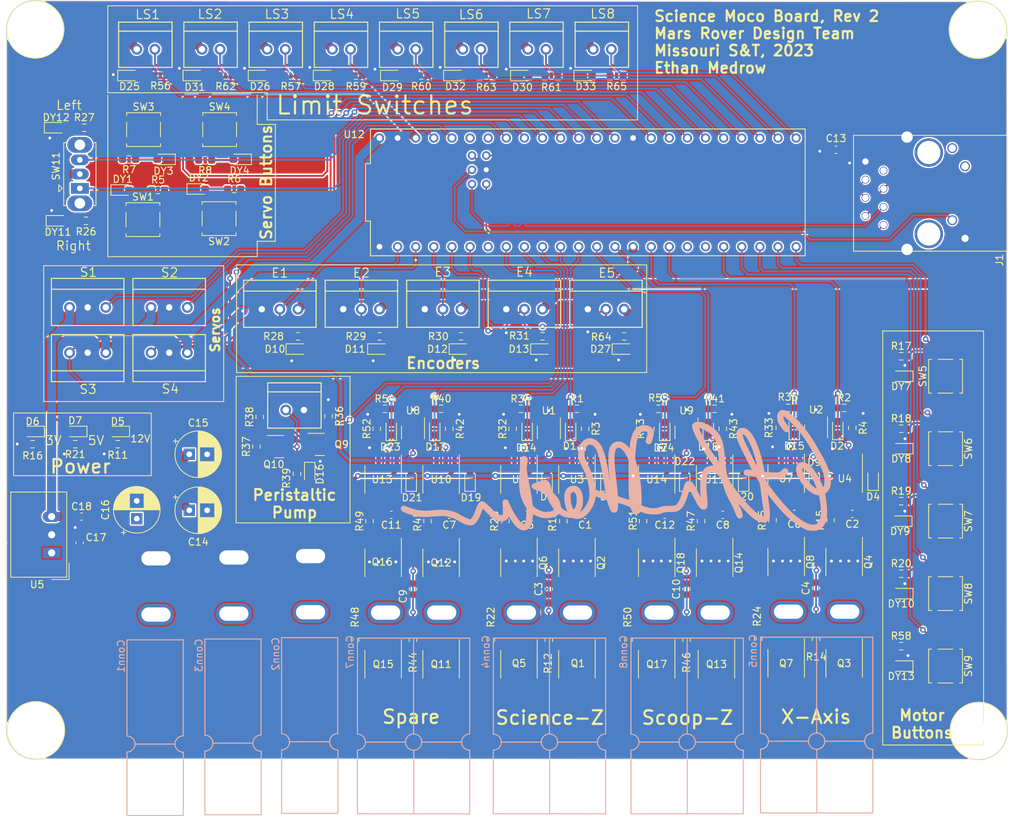
<source format=kicad_pcb>
(kicad_pcb (version 20211014) (generator pcbnew)
  (layers (0 "F.Cu" signal) (31 "B.Cu" signal) (34 "B.Paste" user) (35 "F.Paste" user) (36 "B.SilkS" user "B.Silkscreen") (37 "F.SilkS" user "F.Silkscreen") (38 "B.Mask" user) (39 "F.Mask" user) (44 "Edge.Cuts" user))
  (net 0 "")
  (net 1 "Encoder_PWM_1")
  (net 2 "Encoder_PWM_5")
  (net 3 "+3V3")
  (net 4 "Encoder_PWM_4")
  (net 5 "Encoder_PWM_2")
  (net 6 "+5V")
  (net 7 "Encoder_PWM_3")
  (net 8 "Net-(C1-Pad1)")
  (net 9 "/M4+")
  (net 10 "Net-(C2-Pad1)")
  (net 11 "/M4-")
  (net 12 "Net-(C5-Pad1)")
  (net 13 "Net-(C6-Pad1)")
  (net 14 "+12V")
  (net 15 "Net-(C7-Pad1)")
  (net 16 "Net-(C8-Pad1)")
  (net 17 "Net-(C11-Pad1)")
  (net 18 "Net-(C12-Pad1)")
  (net 19 "Net-(C13-Pad1)")
  (net 20 "Net-(Conn6-Pad1)")
  (net 21 "Net-(D1-Pad1)")
  (net 22 "FWD_PWM_2")
  (net 23 "Net-(D2-Pad1)")
  (net 24 "FWD_PWM_1")
  (net 25 "Net-(D10-Pad2)")
  (net 26 "Net-(D11-Pad2)")
  (net 27 "Net-(D12-Pad2)")
  (net 28 "Net-(D14-Pad1)")
  (net 29 "Net-(D13-Pad2)")
  (net 30 "RVS_PWM_2")
  (net 31 "Net-(D15-Pad1)")
  (net 32 "Net-(D16-Pad2)")
  (net 33 "RVS_PWM_1")
  (net 34 "Net-(D17-Pad1)")
  (net 35 "Net-(D18-Pad1)")
  (net 36 "FWD_PWM_3")
  (net 37 "Limit_Switch_1")
  (net 38 "Limit_Switch_4")
  (net 39 "Limit_Switch_2")
  (net 40 "Limit_Switch_5")
  (net 41 "Limit_Switch_3")
  (net 42 "Limit_Switch_6")
  (net 43 "Net-(D23-Pad1)")
  (net 44 "RVS_PWM_3")
  (net 45 "Net-(D25-Pad2)")
  (net 46 "Net-(D26-Pad2)")
  (net 47 "Net-(D27-Pad2)")
  (net 48 "Net-(D28-Pad2)")
  (net 49 "Net-(R12-Pad1)")
  (net 50 "Net-(R13-Pad1)")
  (net 51 "Net-(R14-Pad1)")
  (net 52 "Net-(R15-Pad1)")
  (net 53 "Net-(D29-Pad2)")
  (net 54 "Net-(D30-Pad2)")
  (net 55 "Net-(D31-Pad2)")
  (net 56 "Net-(D32-Pad2)")
  (net 57 "Net-(DY1-Pad2)")
  (net 58 "Net-(DY2-Pad2)")
  (net 59 "Net-(DY3-Pad2)")
  (net 60 "Net-(DY4-Pad2)")
  (net 61 "Net-(R22-Pad1)")
  (net 62 "Net-(R23-Pad1)")
  (net 63 "Net-(R24-Pad1)")
  (net 64 "Net-(R25-Pad1)")
  (net 65 "Net-(DY7-Pad2)")
  (net 66 "Net-(DY8-Pad2)")
  (net 67 "Net-(DY9-Pad2)")
  (net 68 "Net-(DY10-Pad2)")
  (net 69 "Net-(DY11-Pad2)")
  (net 70 "Net-(DY12-Pad2)")
  (net 72 "Net-(J1-Pad10)")
  (net 74 "/Tx+")
  (net 75 "/Tx-")
  (net 77 "Servo_1")
  (net 78 "Servo_2")
  (net 79 "/Rx+")
  (net 80 "Net-(U1-Pad6)")
  (net 81 "/Rx-")
  (net 82 "Net-(DY13-Pad2)")
  (net 83 "Limit_Switch_7")
  (net 84 "Limit_Switch_8")
  (net 85 "Net-(Q1-Pad4)")
  (net 86 "Net-(Q2-Pad4)")
  (net 87 "Net-(Q3-Pad4)")
  (net 88 "Net-(U2-Pad6)")
  (net 89 "Net-(Q4-Pad4)")
  (net 90 "Net-(Q5-Pad4)")
  (net 91 "Net-(Q6-Pad4)")
  (net 92 "Net-(Q7-Pad4)")
  (net 93 "Net-(Q8-Pad4)")
  (net 94 "Peristaltic Pump")
  (net 95 "Net-(Q10-Pad1)")
  (net 96 "Net-(Q11-Pad4)")
  (net 97 "Net-(Q12-Pad4)")
  (net 98 "Net-(Q13-Pad4)")
  (net 99 "Net-(Q14-Pad4)")
  (net 100 "Net-(Q15-Pad4)")
  (net 101 "Net-(Q16-Pad4)")
  (net 102 "Net-(Q17-Pad4)")
  (net 103 "Net-(Q18-Pad4)")
  (net 104 "Servo_1_SW")
  (net 105 "Servo_2_SW")
  (net 106 "Servo_3_SW")
  (net 107 "Servo_4_SW")
  (net 108 "Motor_1_SW")
  (net 109 "Motor_2_SW")
  (net 110 "Motor_3_SW")
  (net 111 "Motor_4_SW")
  (net 112 "Manual_Control_Left")
  (net 113 "Manual_Control_Right")
  (net 114 "Net-(R44-Pad1)")
  (net 115 "Net-(R45-Pad1)")
  (net 116 "Net-(R46-Pad1)")
  (net 117 "Net-(R47-Pad1)")
  (net 118 "Net-(R48-Pad1)")
  (net 119 "Net-(R49-Pad1)")
  (net 120 "Net-(R50-Pad1)")
  (net 121 "Net-(R51-Pad1)")
  (net 122 "Motor_5_SW")
  (net 123 "Servo_3")
  (net 124 "Servo_4")
  (net 125 "Net-(U1-Pad4)")
  (net 126 "Net-(U2-Pad4)")
  (net 127 "Net-(U13-Pad3)")
  (net 128 "Net-(U10-Pad3)")
  (net 129 "Net-(U14-Pad3)")
  (net 130 "Net-(U11-Pad3)")
  (net 131 "Net-(D24-Pad1)")
  (net 132 "Net-(Q9-Pad3)")
  (net 133 "Net-(D33-Pad2)")
  (net 134 "FWD_PWM_4")
  (net 135 "RVS_PWM_4")
  (net 136 "GND")
  (net 137 "Net-(D5-Pad1)")
  (net 138 "Net-(D6-Pad1)")
  (net 139 "Net-(D7-Pad1)")
  (net 145 "/M3+")
  (net 146 "/M1+")
  (net 147 "/M3-")
  (net 148 "/M1-")
  (net 149 "/M2+")
  (net 150 "/M2-")
  (footprint "MRDT_Connectors:MOLEX_SL_02_Vertical" (layer "F.Cu") (at 123.19 38.481)
    (fp_text reference "LimSwitch4" hide)
    (fp_text value "Molex_SL_02")
  )
  (footprint "Resistor_SMD:R_0603_1608Metric_Pad0.98x0.95mm_HandSolder" (layer "F.Cu") (at 177.927 91.694 90)
    (fp_text reference "R43")
    (fp_text value "120")
  )
  (footprint "Resistor_SMD:R_0603_1608Metric_Pad0.98x0.95mm_HandSolder" (layer "F.Cu") (at 136.525 104.648 -90)
    (fp_text reference "R45")
    (fp_text value "100")
  )
  (footprint "MRDT_Drill_Holes:4_40_Hole_Corner" (layer "F.Cu") (at 209.8153 130.0593 -90)
    (fp_text reference "V1" hide)
    (fp_text value "Via" hide)
  )
  (footprint "Resistor_SMD:R_0603_1608Metric_Pad0.98x0.95mm_HandSolder" (layer "F.Cu") (at 126.492 42.164)
    (fp_text reference "R59")
    (fp_text value "120")
  )
  (footprint "Resistor_SMD:R_0603_1608Metric_Pad0.98x0.95mm_HandSolder" (layer "F.Cu") (at 118.23035 98.0072 90)
    (fp_text reference "R39")
    (fp_text value "1k")
  )
  (footprint "Resistor_SMD:R_0603_1608Metric_Pad0.98x0.95mm_HandSolder" (layer "F.Cu") (at 202.946 81.534)
    (fp_text reference "R17")
    (fp_text value "100")
  )
  (footprint "MRDT_Connectors:MOLEX_SL_02_Vertical" (layer "F.Cu") (at 150.5985 38.481)
    (fp_text reference "LimSwitch7" hide)
    (fp_text value "Molex_SL_02")
  )
  (footprint "Resistor_SMD:R_0603_1608Metric_Pad0.98x0.95mm_HandSolder" (layer "F.Cu") (at 138.43 88.9)
    (fp_text reference "R40")
    (fp_text value "4.7k")
  )
  (footprint "Capacitor_SMD:C_0603_1608Metric" (layer "F.Cu") (at 131.445 103.759 180)
    (fp_text reference "C11")
    (fp_text value "1u")
  )
  (footprint "Capacitor_SMD:C_0603_1608Metric" (layer "F.Cu") (at 153.543 114.173 90)
    (fp_text reference "C3")
    (fp_text value "10u")
  )
  (footprint "MRDT_Connectors:MOLEX_SL_03_Vertical" (layer "F.Cu") (at 97.7646 74.676)
    (fp_text reference "Servo2" hide)
    (fp_text value "Molex_SL_03")
  )
  (footprint "MRDT_Connectors:MOLEX_SL_03_Vertical" (layer "F.Cu") (at 91.4146 81.026 180)
    (fp_text reference "Servo3" hide)
    (fp_text value "Molex_SL_03")
  )
  (footprint "Resistor_SMD:R_0603_1608Metric_Pad0.98x0.95mm_HandSolder" (layer "F.Cu") (at 187.071 88.773 180)
    (fp_text reference "R35")
    (fp_text value "4.7k")
  )
  (footprint "Package_SO:SOIC-8_3.9x4.9mm_P1.27mm" (layer "F.Cu") (at 194.945 98.679 -90)
    (fp_text reference "U4")
    (fp_text value "IRS2005S")
  )
  (footprint "Package_SO:SOIC-8_3.9x4.9mm_P1.27mm" (layer "F.Cu") (at 130.302 124.714 -90)
    (fp_text reference "Q15")
    (fp_text value "SI4156DY")
  )
  (footprint "Package_SO:SOIC-8_3.9x4.9mm_P1.27mm" (layer "F.Cu") (at 177.038 124.714 -90)
    (fp_text reference "Q13")
    (fp_text value "SI4156DY")
  )
  (footprint "LED_SMD:LED_0603_1608Metric_Pad1.05x0.95mm_HandSolder" (layer "F.Cu") (at 141.224 80.518)
    (fp_text reference "D12")
    (fp_text value "YELLOW")
  )
  (footprint "Resistor_SMD:R_0603_1608Metric_Pad0.98x0.95mm_HandSolder" (layer "F.Cu") (at 152.654 78.74)
    (fp_text reference "R31")
    (fp_text value "120")
  )
  (footprint "Resistor_SMD:R_0603_1608Metric_Pad0.98x0.95mm_HandSolder" (layer "F.Cu") (at 158.623 91.694 90)
    (fp_text reference "R3")
    (fp_text value "120")
  )
  (footprint "LED_SMD:LED_0603_1608Metric_Pad1.05x0.95mm_HandSolder" (layer "F.Cu") (at 99.5045 53.9242 180)
    (fp_text reference "DY3")
    (fp_text value "LED")
  )
  (footprint "Resistor_SMD:R_0603_1608Metric_Pad0.98x0.95mm_HandSolder" (layer "F.Cu") (at 145.415 121.285 -90)
    (fp_text reference "R22")
    (fp_text value "100")
  )
  (footprint "Resistor_SMD:R_0603_1608Metric_Pad0.98x0.95mm_HandSolder" (layer "F.Cu") (at 202.946 101.854)
    (fp_text reference "R19")
    (fp_text value "100")
  )
  (footprint "LED_SMD:LED_0603_1608Metric_Pad1.05x0.95mm_HandSolder" (layer "F.Cu") (at 202.946 84.328 180)
    (fp_text reference "DY7")
    (fp_text value "LED")
  )
  (footprint "Package_SO:SOIC-8_3.9x4.9mm_P1.27mm" (layer "F.Cu") (at 176.784 98.806 -90)
    (fp_text reference "U11")
    (fp_text value "IRS2005S")
  )
  (footprint "Resistor_SMD:R_0603_1608Metric_Pad0.98x0.95mm_HandSolder" (layer "F.Cu") (at 144.7565 42.164)
    (fp_text reference "R63")
    (fp_text value "120")
  )
  (footprint "Resistor_SMD:R_0603_1608Metric_Pad0.98x0.95mm_HandSolder" (layer "F.Cu") (at 153.9005 42.164)
    (fp_text reference "R61")
    (fp_text value "120")
  )
  (footprint "Converter_DCDC:Converter_DCDC_TRACO_TSR-1_THT" (layer "F.Cu") (at 83.82 109.093 90)
    (fp_text reference "U5")
    (fp_text value "TSR_1-2450")
  )
  (footprint "Resistor_SMD:R_0603_1608Metric_Pad0.98x0.95mm_HandSolder" (layer "F.Cu") (at 112.99795 90.0316 -90)
    (fp_text reference "R38")
    (fp_text value "10k")
  )
  (footprint "MRDT_Connectors:MOLEX_SL_03_Vertical" (layer "F.Cu") (at 102.8446 81.026 180)
    (fp_text reference "Servo4" hide)
    (fp_text value "Molex_SL_03")
  )
  (footprint "Resistor_SMD:R_0603_1608Metric_Pad0.98x0.95mm_HandSolder" (layer "F.Cu") (at 81.153 93.853)
    (fp_text reference "R16")
    (fp_text value "120")
  )
  (footprint "Resistor_SMD:R_0603_1608Metric_Pad0.98x0.95mm_HandSolder" (layer "F.Cu") (at 182.88 121.158 -90)
    (fp_text reference "R24")
    (fp_text value "100")
  )
  (footprint "Capacitor_SMD:C_0603_1608Metric" (layer "F.Cu") (at 88.011 104.013)
    (fp_text reference "C18")
    (fp_text value "10u")
  )
  (footprint "MRDT_Connectors:MOLEX_SL_03_Vertical" (layer "F.Cu") (at 86.3346 74.676)
    (fp_text reference "Servo1" hide)
    (fp_text value "Molex_SL_03")
  )
  (footprint "MRDT_Connectors:MOLEX_SL_02_Vertical" (layer "F.Cu") (at 132.334 38.481)
    (fp_text reference "LimSwitch5" hide)
    (fp_text value "Molex_SL_02")
  )
  (footprint "Capacitor_SMD:C_0603_1608Metric" (layer "F.Cu") (at 177.927 103.759 180)
    (fp_text reference "C8")
    (fp_text value "1u")
  )
  (footprint "LED_SMD:LED_0603_1608Metric_Pad1.05x0.95mm_HandSolder" (layer "F.Cu") (at 169.799 91.694 90)
    (fp_text reference "D24")
    (fp_text value "Orange")
  )
  (footprint "Package_SO:SOIC-8_3.9x4.9mm_P1.27mm" (layer "F.Cu") (at 138.43 110.49 -90)
    (fp_text reference "Q12")
    (fp_text value "SI4156DY")
  )
  (footprint "Package_TO_SOT_SMD:SOT-23-6_Handsoldering" (layer "F.Cu") (at 191.008 92.075 -90)
    (fp_text reference "U2")
    (fp_text value "74LVC2G04")
  )
  (footprint "Resistor_SMD:R_0603_1608Metric_Pad0.98x0.95mm_HandSolder" (layer "F.Cu") (at 193.04 104.521 -90)
    (fp_text reference "R15")
    (fp_text value "100")
  )
  (footprint "Package_SO:SOIC-8_3.9x4.9mm_P1.27mm" (layer "F.Cu") (at 149.352 110.49 -90)
    (fp_text reference "Q6")
    (fp_text value "SI4156DY")
  )
  (footprint "Capacitor_SMD:C_0603_1608Metric" (layer "F.Cu") (at 158.623 103.759 180)
    (fp_text reference "C1")
    (fp_text value "1u")
  )
  (footprint "MRDT_Connectors:MOLEX_SL_03_Vertical" (layer "F.Cu") (at 159.004 74.93)
    (fp_text reference "AbsEncode5" hide)
    (fp_text value "Molex_SL_03")
  )
  (footprint "MRDT_Connectors:MOLEX_SL_02_Vertical" (layer "F.Cu") (at 116.65555 89.0664)
    (fp_text reference "Conn6" hide)
    (fp_text value "Molex_SL_02")
  )
  (footprint "LED_SMD:LED_0603_1608Metric_Pad1.05x0.95mm_HandSolder" (layer "F.Cu") (at 93.7895 58.2168)
    (fp_text reference "DY1")
    (fp_text value "LED")
  )
  (footprint "Package_TO_SOT_SMD:SOT-23" (layer "F.Cu") (at 121.43075 93.8924)
    (fp_text reference "Q9")
    (fp_text value "BSS138")
  )
  (footprint "Resistor_SMD:R_0603_1608Metric_Pad0.98x0.95mm_HandSolder" (layer "F.Cu") (at 141.224 78.74)
    (fp_text reference "R30")
    (fp_text value "120")
  )
  (footprint "Capacitor_SMD:C_0603_1608Metric_Pad1.08x0.95mm_HandSolder" (layer "F.Cu") (at 193.8135 52.578 180)
    (fp_text reference "C13")
    (fp_text value "0.1uF")
  )
  (footprint "Button_Switch_SMD:SW_SPST_TL3305A" (layer "F.Cu") (at 209.169 94.488 -90)
    (fp_text reference "SW6")
    (fp_text value "SW_Push")
  )
  (footprint "LED_SMD:LED_0603_1608Metric_Pad1.05x0.95mm_HandSolder" (layer "F.Cu") (at 156.591 91.694 90)
    (fp_text reference "D1")
    (fp_text value "Orange")
  )
  (footprint "Resistor_SMD:R_0603_1608Metric_Pad0.98x0.95mm_HandSolder" (layer "F.Cu") (at 122.64995 89.9319 90)
    (fp_text reference "R36")
    (fp_text value "4.7k")
  )
  (footprint "Package_SO:SOIC-8_3.9x4.9mm_P1.27mm" (layer "F.Cu") (at 157.48 124.714 -90)
    (fp_text reference "Q1")
    (fp_text value "SI4156DY")
  )
  (footprint "Resistor_SMD:R_0603_1608Metric_Pad0.98x0.95mm_HandSolder" (layer "F.Cu") (at 168.91 88.9 180)
    (fp_text reference "R55")
    (fp_text value "4.7k")
  )
  (footprint "LED_SMD:LED_0603_1608Metric_Pad1.05x0.95mm_HandSolder" (layer "F.Cu") (at 190.754 98.679 90)
    (fp_text reference "D9")
    (fp_text value "D_Small")
  )
  (footprint "LED_SMD:LED_0603_1608Metric_Pad1.05x0.95mm_HandSolder" (layer "F.Cu") (at 84.709 62.5348)
    (fp_text reference "DY11")
    (fp_text value "LED")
  )
  (footprint "Resistor_SMD:R_0603_1608Metric_Pad0.98x0.95mm_HandSolder" (layer "F.Cu") (at 129.794 78.74)
    (fp_text reference "R29")
    (fp_text value "120")
  )
  (footprint "Resistor_SMD:R_0603_1608Metric_Pad0.98x0.95mm_HandSolder" (layer "F.Cu") (at 135.6595 42.164)
    (fp_text reference "R60")
    (fp_text value "120")
  )
  (footprint "Capacitor_SMD:C_0603_1608Metric" (layer "F.Cu") (at 139.573 103.759 180)
    (fp_text reference "C7")
    (fp_text value "1u")
  )
  (footprint "MRDT_Connectors:MOLEX_SL_02_Vertical" (layer "F.Cu") (at 159.766 38.481)
    (fp_text reference "LimSwitch8" hide)
    (fp_text value "Molex_SL_02")
  )
  (footprint "Package_SO:SOIC-8_3.9x4.9mm_P1.27mm" (layer "F.Cu") (at 130.302 110.49 -90)
    (fp_text reference "Q16")
    (fp_text value "SI4156DY")
  )
  (footprint "Package_SO:SOIC-8_3.9x4.9mm_P1.27mm" (layer "F.Cu") (at 194.945 110.363 -90)
    (fp_text reference "Q4")
    (fp_text value "SI4156DY")
  )
  (footprint "MRDT_Connectors:MOLEX_SL_02_Vertical" (layer "F.Cu") (at 95.758 38.481)
    (fp_text reference "LimSwitch1" hide)
    (fp_text value "Molex_SL_02")
  )
  (footprint "Resistor_SMD:R_0603_1608Metric_Pad0.98x0.95mm_HandSolder" (layer "F.Cu") (at 164.084 78.74)
    (fp_text reference "R64")
    (fp_text value "120")
  )
  (footprint "Package_SO:SOIC-8_3.9x4.9mm_P1.27mm" (layer "F.Cu") (at 157.48 110.49 -90)
    (fp_text reference "Q2")
    (fp_text value "SI4156DY")
  )
  (footprint "LED_SMD:LED_0603_1608Metric_Pad1.05x0.95mm_HandSolder" (layer "F.Cu") (at 118.364 80.518)
    (fp_text reference "D10")
    (fp_text value "YELLOW")
  )
  (footprint "Resistor_SMD:R_0603_1608Metric_Pad0.98x0.95mm_HandSolder" (layer "F.Cu") (at 148.463 91.694 -90)
    (fp_text reference "R32")
    (fp_text value "120")
  )
  (footprint "LED_SMD:LED_0603_1608Metric_Pad1.05x0.95mm_HandSolder" (layer "F.Cu") (at 103.90475 42.164)
    (fp_text reference "D31")
    (fp_text value "YELLOW")
  )
  (footprint "Capacitor_SMD:C_0603_1608Metric" (layer "F.Cu") (at 134.493 114.173 90)
    (fp_text reference "C9")
    (fp_text value "10u")
  )
  (footprint "Capacitor_SMD:C_0603_1608Metric" (layer "F.Cu") (at 172.847 114.173 90)
    (fp_text reference "C10")
    (fp_text value "10u")
  )
  (footprint "Package_SO:SOIC-8_3.9x4.9mm_P1.27mm" (layer "F.Cu") (at 176.784 110.49 -90)
    (fp_text reference "Q14")
    (fp_text value "SI4156DY")
  )
  (footprint "Package_SO:SOIC-8_3.9x4.9mm_P1.27mm" (layer "F.Cu") (at 149.352 98.806 -90)
    (fp_text reference "U6")
    (fp_text value "IRS2005S")
  )
  (footprint "Package_TO_SOT_SMD:SOT-23-6_Handsoldering" (layer "F.Cu") (at 134.493 92.202 -90)
    (fp_text reference "U8")
    (fp_text value "74LVC2G04")
  )
  (footprint "Capacitor_SMD:C_0603_1608Metric" (layer "F.Cu") (at 196.088 103.632 180)
    (fp_text reference "C2")
    (fp_text value "1u")
  )
  (footprint "LED_SMD:LED_0603_1608Metric_Pad1.05x0.95mm_HandSolder" (layer "F.Cu") (at 172.593 98.806 90)
    (fp_text reference "D22")
    (fp_text value "D_Small")
  )
  (footprint "Resistor_SMD:R_0603_1608Metric_Pad0.98x0.95mm_HandSolder" (layer "F.Cu") (at 196.088 91.567 90)
    (fp_text reference "R4")
    (fp_text value "120")
  )
  (footprint "Resistor_SMD:R_0603_1608Metric_Pad0.98x0.95mm_HandSolder" (layer "F.Cu") (at 202.946 122.174)
    (fp_text reference "R58")
    (fp_text value "100")
  )
  (footprint "LED_SMD:LED_0603_1608Metric_Pad1.05x0.95mm_HandSolder" (layer "F.Cu") (at 187.96 91.567 90)
    (fp_text reference "D15")
    (fp_text value "Orange")
  )
  (footprint "LED_SMD:LED_0603_1608Metric_Pad1.05x0.95mm_HandSolder" (layer "F.Cu") (at 158.7265 42.164)
    (fp_text reference "D33")
    (fp_text value "YELLOW")
  )
  (footprint "Resistor_SMD:R_0603_1608Metric_Pad0.98x0.95mm_HandSolder" (layer "F.Cu") (at 153.543 121.285 -90)
    (fp_text reference "R12")
    (fp_text value "100")
  )
  (footprint "Capacitor_SMD:C_0603_1608Metric" (layer "F.Cu") (at 87.757 107.696 90)
    (fp_text reference "C17")
    (fp_text value "10u")
  )
  (footprint "Button_Switch_SMD:SW_SPST_TL3305A" (layer "F.Cu") (at 209.169 124.968 -90)
    (fp_text reference "SW9")
    (fp_text value "SW_Push")
  )
  (footprint "Resistor_SMD:R_0603_1608Metric_Pad0.98x0.95mm_HandSolder" (layer "F.Cu") (at 202.946 112.014)
    (fp_text reference "R20")
    (fp_text value "100")
  )
  (footprint "Resistor_SMD:R_0603_1608Metric_Pad0.98x0.95mm_HandSolder" (layer "F.Cu") (at 172.847 121.285 -90)
    (fp_text reference "R46")
    (fp_text value "100")
  )
  (footprint "Package_SO:SOIC-8_3.9x4.9mm_P1.27mm" (layer "F.Cu") (at 186.817 98.679 -90)
    (fp_text reference "U7")
    (fp_text value "IRS2005S")
  )
  (footprint "Package_SO:SOIC-8_3.9x4.9mm_P1.27mm" (layer "F.Cu") (at 168.656 124.714 -90)
    (fp_text reference "Q17")
    (fp_text value "SI4156DY")
  )
  (footprint "MRDT_Connectors:MOLEX_SL_03_Vertical" (layer "F.Cu") (at 147.574 74.93)
    (fp_text reference "AbsEncode4" hide)
    (fp_text value "Molex_SL_03")
  )
  (footprint "Resistor_SMD:R_0603_1608Metric_Pad0.98x0.95mm_HandSolder" (layer "F.Cu") (at 129.413 91.694 -90)
    (fp_text reference "R52")
    (fp_text value "120")
  )
  (footprint "LED_SMD:LED_0603_1608Metric_Pad1.05x0.95mm_HandSolder" (layer "F.Cu") (at 140.4385 42.164)
    (fp_text reference "D32")
    (fp_text value "YELLOW")
  )
  (footprint "Capacitor_SMD:C_0603_1608Metric" (layer "F.Cu") (at 150.495 103.759 180)
    (fp_text reference "C5")
    (fp_text value "1u")
  )
  (footprint "LED_SMD:LED_0603_1608Metric_Pad1.05x0.95mm_HandSolder" (layer "F.Cu") (at 94.742 42.164)
    (fp_text reference "D25")
    (fp_text value "YELLOW")
  )
  (footprint "LED_SMD:LED_0603_1608Metric_Pad1.05x0.95mm_HandSolder" (layer "F.Cu") (at 129.794 80.518)
    (fp_text reference "D11")
    (fp_text value "YELLOW")
  )
  (footprint "Resistor_SMD:R_0603_1608Metric_Pad0.98x0.95mm_HandSolder" (layer "F.Cu") (at 118.364 78.74)
    (fp_text reference "R28")
    (fp_text value "120")
  )
  (footprint "Resistor_SMD:R_0603_1608Metric_Pad0.98x0.95mm_HandSolder" (layer "F.Cu") (at 166.751 104.648 -90)
    (fp_text reference "R51")
    (fp_text value "100")
  )
  (footprint "Capacitor_SMD:C_0603_1608Metric" (layer "F.Cu") (at 169.799 103.759 180)
    (fp_text reference "C12")
    (fp_text value "1u")
  )
  (footprint "Package_SO:SOIC-8_3.9x4.9mm_P1.27mm" (layer "F.Cu") (at 186.817 124.587 -90)
    (fp_text reference "Q7")
    (fp_text value "SI4156DY")
  )
  (footprint "MRDT_Connectors:MOLEX_SL_03_Vertical" (layer "F.Cu") (at 136.144 74.93)
    (fp_text reference "AbsEncode3" hide)
    (fp_text value "Molex_SL_03")
  )
  (footprint "Resistor_SMD:R_0603_1608Metric_Pad0.98x0.95mm_HandSolder" (layer "F.Cu") (at 117.3715 42.164)
    (fp_text reference "R57")
    (fp_text value "120")
  )
  (footprint "Package_SO:SOIC-8_3.9x4.9mm_P1.27mm" (layer "F.Cu") (at 157.48 98.806 -90)
    (fp_text reference "U3")
    (fp_text value "IRS2005S")
  )
  (footprint "Package_SO:SOIC-8_3.9x4.9mm_P1.27mm" (layer "F.Cu") (at 168.656 110.49 -90)
    (fp_text reference "Q18")
    (fp_text value "SI4156DY")
  )
  (footprint "Package_SO:SOIC-8_3.9x4.9mm_P1.27mm" (layer "F.Cu") (at 149.352 124.714 -90)
    (fp_text reference "Q5")
    (fp_text value "SI4156DY")
  )
  (footprint "Resistor_SMD:R_0603_1608Metric_Pad0.98x0.95mm_HandSolder" (layer "F.Cu") (at 202.946 91.694)
    (fp_text reference "R18")
    (fp_text value "100")
  )
  (footprint "Package_SO:SOIC-8_3.9x4.9mm_P1.27mm" (layer "F.Cu") (at 138.43 124.714 -90)
    (fp_text reference "Q11")
    (fp_text value "SI4156DY")
  )
  (footprint "LED_SMD:LED_0603_1608Metric_Pad1.05x0.95mm_HandSolder" (layer "F.Cu") (at 142.494 98.806 90)
    (fp_text reference "D19")
    (fp_text value "D_Small")
  )
  (footprint "Capacitor_THT:CP_Radial_D6.3mm_P2.50mm" (layer "F.Cu") (at 103.124 103.124)
    (fp_text reference "C14")
    (fp_text value "470uF")
  )
  (footprint "MRDT_Shields:Teensy_4_1_Ethernet" (layer "F.Cu") (at 159.004 58.547)
    (fp_text reference "U12")
    (fp_text value "Teensy4.1_DEV-16771")
  )
  (footprint "Resistor_SMD:R_0603_1608Metric_Pad0.98x0.95mm_HandSolder" (layer "F.Cu") (at 112.54075 94.1972 90)
    (fp_text reference "R37")
    (fp_text value "10k")
  )
  (footprint "Resistor_SMD:R_0603_1608Metric_Pad0.98x0.95mm_HandSolder" (layer "F.Cu") (at 184.912 104.521 -90)
    (fp_text reference "R25")
    (fp_text value "100")
  )
  (footprint "LED_SMD:LED_0603_1608Metric_Pad1.05x0.95mm_HandSolder" (layer "F.Cu") (at 202.946 124.968 180)
    (fp_text reference "DY13")
    (fp_text value "LED")
  )
  (footprint "LED_SMD:LED_0603_1608Metric_Pad1.05x0.95mm_HandSolder" (layer "F.Cu") (at 149.8365 42.164)
    (fp_text reference "D30")
    (fp_text value "YELLOW")
  )
  (footprint "Package_SO:SOIC-8_3.9x4.9mm_P1.27mm" (layer "F.Cu") (at 194.945 124.587 -90)
    (fp_text reference "Q3")
    (fp_text value "SI4156DY")
  )
  (footprint "Resistor_SMD:R_0603_1608Metric_Pad0.98x0.95mm_HandSolder" (layer "F.Cu") (at 88.392 49.4792)
    (fp_text reference "R27")
    (fp_text value "100")
  )
  (footprint "Package_SO:SOIC-8_3.9x4.9mm_P1.27mm" (layer "F.Cu") (at 138.43 98.806 -90)
    (fp_text reference "U10")
    (fp_text value "IRS2005S")
  )
  (footprint "LED_SMD:LED_0603_1608Metric_Pad1.05x0.95mm_HandSolder" (layer "F.Cu") (at 137.541 91.694 90)
    (fp_text reference "D17")
    (fp_text value "Orange")
  )
  (footprint "Button_Switch_SMD:SW_SPST_TL3305A" (layer "F.Cu") (at 107.2925 62.23 180)
    (fp_text reference "SW2")
    (fp_text value "SW_Push")
  )
  (footprint "LED_SMD:LED_0603_1608Metric_Pad1.05x0.95mm_HandSolder" (layer "F.Cu") (at 202.946 114.808 180)
    (fp_text reference "DY10")
    (fp_text value "LED")
  )
  (footprint "Button_Switch_SMD:SW_SPST_TL3305A" (layer "F.Cu") (at 209.169 104.648 -90)
    (fp_text reference "SW7")
    (fp_text value "SW_Push")
  )
  (footprint "Resistor_SMD:R_0603_1608Metric_Pad0.98x0.95mm_HandSolder" (layer "F.Cu") (at 98.7425 58.2168)
    (fp_text reference "R5")
    (fp_text value "100")
  )
  (footprint "Resistor_SMD:R_0603_1608Metric_Pad0.98x0.95mm_HandSolder" (layer "F.Cu") (at 93.091 93.853)
    (fp_text reference "R11")
    (fp_text value "1k")
  )
  (footprint "Resistor_SMD:R_0603_1608Metric_Pad0.98x0.95mm_HandSolder" (layer "F.Cu") (at 105.3465 54.0512 180)
    (fp_text reference "R8")
    (fp_text value "100")
  )
  (footprint "Button_Switch_THT:SW_Slide_1P2T_CK_OS102011MS2Q" (layer "F.Cu") (at 87.7751 57.9816 90)
    (fp_text reference "SW11")
    (fp_text value "SW_DPDT_x2")
  )
  (footprint "Resistor_SMD:R_0603_1608Metric_Pad0.98x0.95mm_HandSolder" (layer "F.Cu") (at 99.06 42.164)
    (fp_text reference "R56")
    (fp_text value "120")
  )
  (footprint "Resistor_SMD:R_0603_1608Metric_Pad0.98x0.95mm_HandSolder" (layer "F.Cu") (at 157.48 88.9)
    (fp_text reference "R1")
    (fp_text value "4.7k")
  )
  (footprint "Button_Switch_SMD:SW_SPST_TL3305A" (layer "F.Cu") (at 209.169 84.328 90)
    (fp_text reference "SW5")
    (fp_text value "SW_Push")
  )
  (footprint "Resistor_SMD:R_0603_1608Metric_Pad0.98x0.95mm_HandSolder" (layer "F.Cu") (at 139.573 91.694 90)
    (fp_text reference "R42")
    (fp_text value "120")
  )
  (footprint "Resistor_SMD:R_0603_1608Metric_Pad0.98x0.95mm_HandSolder" (layer "F.Cu") (at 194.945 88.773)
    (fp_text reference "R2")
    (fp_text value "4.7k")
  )
  (footprint "Resistor_SMD:R_0603_1608Metric_Pad0.98x0.95mm_HandSolder" (layer "F.Cu") (at 130.556 88.9 180)
    (fp_text reference "R54")
    (fp_text value "4.7k")
  )
  (footprint "Package_SO:SOIC-8_3.9x4.9mm_P1.27mm" (layer "F.Cu") (at 186.817 110.363 -90)
    (fp_text reference "Q8")
    (fp_text value "SI4156DY")
  )
  (footprint "MRDT_Connectors:MOLEX_SL_02_Vertical" (layer "F.Cu") (at 114.046 38.481)
    (fp_text reference "LimSwitch3" hide)
    (fp_text value "Molex_SL_02")
  )
  (footprint "LED_SMD:LED_0603_1608Metric_Pad1.05x0.95mm_HandSolder" (layer "F.Cu") (at 93.091 92.075 180)
    (fp_text reference "D5")
    (fp_text value "GREEN")
  )
  (footprint "LED_SMD:LED_0603_1608Metric_Pad1.05x0.95mm_HandSolder" (layer "F.Cu") (at 194.056 91.567 90)
    (fp_text reference "D2")
    (fp_text value "Orange")
  )
  (footprint "Resistor_SMD:R_0603_1608Metric_Pad0.98x0.95mm_HandSolder" (layer "F.Cu") (at 174.879 104.648 -90)
    (fp_text reference "R47")
    (fp_text value "100")
  )
  (footprint "Resistor_SMD:R_0603_1608Metric_Pad0.98x0.95mm_HandSolder" (layer "F.Cu") (at 176.784 88.9)
    (fp_text reference "R41")
    (fp_text value "4.7k")
  )
  (footprint "Package_SO:SOIC-8_3.9x4.9mm_P1.27mm" (layer "F.Cu") (at 168.656 98.806 -90)
    (fp_text reference "U14")
    (fp_text value "IRS2005S")
  )
  (footprint "LED_SMD:LED_0603_1608Metric_Pad1.05x0.95mm_HandSolder" (layer "F.Cu") (at 81.153 92.075 180)
    (fp_text reference "D6")
    (fp_text value "GREEN")
  )
  (footprint "Capacitor_SMD:C_0603_1608Metric" (layer "F.Cu") (at 187.96 103.632 180)
    (fp_text reference "C6")
    (fp_text value "1u")
  )
  (footprint "LED_SMD:LED_0603_1608Metric_Pad1.05x0.95mm_HandSolder" (layer "F.Cu") (at 120.00835 98.058 -90)
    (fp_text reference "D16")
    (fp_text value "LED(B)")
  )
  (footprint "Resistor_SMD:R_0603_1608Metric_Pad0.98x0.95mm_HandSolder" (layer "F.Cu") (at 147.447 104.648 -90)
    (fp_text reference "R23")
    (fp_text value "100")
  )
  (footprint "Resistor_SMD:R_0603_1608Metric_Pad0.98x0.95mm_HandSolder" (layer "F.Cu") (at 109.4105 58.071)
    (fp_text reference "R6")
    (fp_text value "100")
  )
  (footprint "LED_SMD:LED_0603_1608Metric_Pad1.05x0.95mm_HandSolder" (layer "F.Cu") (at 150.495 91.694 90)
    (fp_text reference "D14")
    (fp_text value "Orange")
  )
  (footprint "LED_SMD:LED_0603_1608Metric_Pad1.05x0.95mm_HandSolder" (layer "F.Cu") (at 87.122 92.075 180)
    (fp_text reference "D7")
    (fp_text value "GREEN")
  )
  (footprint "Resistor_SMD:R_0603_1608Metric_Pad0.98x0.95mm_HandSolder" (layer "F.Cu") (at 164.719 121.285 -90)
    (fp_text reference "R50")
    (fp_text value "100")
  )
  (footprint "Package_TO_SOT_SMD:SOT-23-6_Handsoldering" (layer "F.Cu") (at 172.847 92.202 -90)
    (fp_text reference "U9")
    (fp_text value "74LVC2G04")
  )
  (footprint "LED_SMD:LED_0603_1608Metric_Pad1.05x0.95mm_HandSolder" (layer "F.Cu") (at 180.848 98.806 90)
    (fp_text reference "D20")
    (fp_text value "D_Small")
  )
  (footprint "LED_SMD:LED_0603_1608Metric_Pad1.05x0.95mm_HandSolder" (layer "F.Cu") (at 104.4575 58.071)
    (fp_text reference "DY2")
    (fp_text value "LED")
  )
  (footprint "Button_Switch_SMD:SW_SPST_TL3305A" (layer "F.Cu") (at 96.6245 62.3758)
    (fp_text reference "SW1")
    (fp_text value "SW_Push")
  )
  (footprint "MRDT_Drill_Holes:4_40_Hole_Corner" (layer "F.Cu") (at 85.6234 129.9718 180)
    (fp_text reference "V2" hide)
    (fp_text value "Via" hide)
  )
  (footprint "LED_SMD:LED_0603_1608Metric_Pad1.05x0.95mm_HandSolder" (layer "F.Cu") (at 122.174 42.164)
    (fp_text reference "D28")
    (fp_text value "YELLOW")
  )
  (footprint "LED_SMD:LED_0603_1608Metric_Pad1.05x0.95mm_HandSolder" (layer "F.Cu") (at 164.084 80.518)
    (fp_text reference "D27")
    (fp_text value "YELLOW")
  )
  (footprint "LED_SMD:LED_0603_1608Metric_Pad1.05x0.95mm_HandSolder" (layer "F.Cu") (at 202.946 94.488 180)
    (fp_text reference "DY8")
    (fp_text value "LED")
  )
  (footprint "Resistor_SMD:R_0603_1608Metric_Pad0.98x0.95mm_HandSolder" (layer "F.Cu") (at 128.397 104.648 -90)
    (fp_text reference "R49")
    (fp_text value "100")
  )
  (footprint "MRDT_Connectors:RJ45_Teensy" (layer "F.Cu") (at 219.819 58.547 90)
    (fp_text reference "J1")
    (fp_text value "RJ45_LED_Shielded")
  )
  (footprint "MRDT_Connectors:MOLEX_SL_02_Vertical" (layer "F.Cu") (at 104.902 38.481)
    (fp_text reference "LimSwitch2" hide)
    (fp_text value "Molex_SL_02")
  )
  (footprint "LED_SMD:LED_0603_1608Metric_Pad1.05x0.95mm_HandSolder" (layer "F.Cu") (at 199.009 98.679 90)
    (fp_text reference "D4")
    (fp_text value "D_Small")
  )
  (footprint "Package_SO:SOIC-8_3.9x4.9mm_P1.27mm" (layer "F.Cu") (at 130.302 98.806 -90)
    (fp_text reference "U13")
    (fp_text value "IRS2005S")
  )
  (footprint "Resistor_SMD:R_0603_1608Metric_Pad0.98x0.95mm_HandSolder" (layer "F.Cu") (at 155.575 104.648 -90)
    (fp_text reference "R13")
    (fp_text value "100")
  )
  (footprint "Resistor_SMD:R_0603_1608Metric_Pad0.98x0.95mm_HandSolder" (layer "F.Cu") (at 167.767 91.694 -90)
    (fp_text reference "R53")
    (fp_text value "120")
  )
  (footprint "Capacitor_SMD:C_0603_1608Metric" (layer "F.Cu") (at 191.008 114.046 90)
    (fp_text reference "C4")
    (fp_text value "10u")
  )
  (footprint "Resistor_SMD:R_0603_1608Metric_Pad0.98x0.95mm_HandSolder" (layer "F.Cu") (at 94.6785 53.9242 180)
    (fp_text reference "R7")
    (fp_text value "100")
  )
  (footprint "MRDT_Drill_Holes:4_40_Hole_Corner" (layer "F.Cu") (at 209.6883 39.7397)
    (fp_text reference "V4" hide)
    (fp_text value "Via" hide)
  )
  (footprint "Package_TO_SOT_SMD:SOT-23" (layer "F.Cu") (at 115.74115 94.1972)
    (fp_text reference "Q10")
    (fp_text value "AO3401A")
  )
  (footprint "Package_TO_SOT_SMD:SOT-23-6_Handsoldering" (layer "F.Cu") (at 153.543 92.202 -90)
    (fp_text reference "U1")
    (fp_text value "74LVC2G04")
  )
  (footprint "Resistor_SMD:R_0603_1608Metric_Pad0.98x0.95mm_HandSolder" (layer "F.Cu") (at 163.0445 42.164)
    (fp_text reference "R65")
    (fp_text value "120")
  )
  (footprint "LED_SMD:LED_0603_1608Metric_Pad1.05x0.95mm_HandSolder" (layer "F.Cu") (at 134.239 98.806 90)
    (fp_text reference "D21")
    (fp_text value "D_Small")
  )
  (footprint "LED_SMD:LED_0603_1608Metric_Pad1.05x0.95mm_HandSolder" (layer "F.Cu") (at 131.5955 42.164)
    (fp_text reference "D29")
    (fp_text value "YELLOW")
  )
  (footprint "Resistor_SMD:R_0603_1608Metric_Pad0.98x0.95mm_HandSolder" (layer "F.Cu") (at 134.493 121.285 -90)
    (fp_text reference "R44")
    (fp_text value "100")
  )
  (footprint "MRDT_Drill_Holes:4_40_Hole_Corner" (layer "F.Cu") (at 85.5218 39.7002 90)
    (fp_text reference "V3" hide)
    (fp_text value "Via" hide)
  )
  (footprint "LED_SMD:LED_0603_1608Metric_Pad1.05x0.95mm_HandSolder" (layer "F.Cu") (at 153.289 98.806 90)
    (fp_text reference "D8")
    (fp_text value "D_Small")
  )
  (footprint "Resistor_SMD:R_0603_1608Metric_Pad0.98x0.95mm_HandSolder" (layer "F.Cu") (at 149.606 88.9 180)
    (fp_text reference "R34")
    (fp_text value "4.7k")
  )
  (footprint "Button_Switch_SMD:SW_SPST_TL3305A" (layer "F.Cu") (at 209.169 114.808 -90)
    (fp_text reference "SW8")
    (fp_text value "SW_Push")
  )
  (footprint "LED_SMD:LED_0603_1608Metric_Pad1.05x0.95mm_HandSolder" (layer "F.Cu") (at 202.805 104.648 180)
    (fp_text reference "DY9")
    (fp_text value "LED")
  )
  (footprint "Button_Switch_SMD:SW_SPST_TL3305A" (layer "F.Cu") (at 107.3785 49.7472)
    (fp_text reference "SW4")
    (fp_text value "SW_Push")
  )
  (footprint "Resistor_SMD:R_0603_1608Metric_Pad0.98x0.95mm_HandSolder" (layer "F.Cu") (at 126.365 121.285 -90)
    (fp_text reference "R48")
    (fp_text value "100")
  )
  (footprint "Resistor_SMD:R_0603_1608Metric_Pad0.98x0.95mm_HandSolder" (layer "F.Cu") (at 185.928 91.567 -90)
    (fp_text reference "R33")
    (fp_text value "120")
  )
  (footprint "Button_Switch_SMD:SW_SPST_TL3305A" (layer "F.Cu") (at 96.7105 49.7472)
    (fp_text reference "SW3")
    (fp_text value "SW_Push")
  )
  (footprint "Resistor_SMD:R_0603_1608Metric_Pad0.98x0.95mm_HandSolder" (layer "F.Cu") (at 88.646 62.5348)
    (fp_text reference "R26")
    (fp_text value "100")
  )
  (footprint "Capacitor_THT:CP_Radial_D6.3mm_P2.50mm" (layer "F.Cu") (at 95.758 104.306379 90)
    (fp_text reference "C16")
    (fp_text value "110uF")
  )
  (footprint "MRDT_Connectors:MOLEX_SL_02_Vertical" (layer "F.Cu") (at 141.478 38.481)
    (fp_text reference "LimSwitch6" hide)
    (fp_text value "Molex_SL_02")
  )
  (footprint "LED_SMD:LED_0603_1608Metric_Pad1.05x0.95mm_HandSolder" (layer "F.Cu") (at 110.1725 53.9242 180)
    (fp_text reference "DY4")
    (fp_text value "LED")
  )
  (footprint "Resistor_SMD:R_0603_1608Metric_Pad0.98x0.95mm_HandSolder" (layer "F.Cu") (at 87.122 93.853 180)
    (fp_text reference "R21")
    (fp_text value "300")
  )
  (footprint "LED_SMD:LED_0603_1608Metric_Pad1.05x0.95mm_HandSolder" (layer "F.Cu") (at 131.445 91.694 90)
    (fp_text reference "D23")
    (fp_text value "Orange")
  )
  (footprint "Resistor_SMD:R_0603_1608Metric_Pad0.98x0.95mm_HandSolder" (layer "F.Cu") (at 108.22275 42.164)
    (fp_text reference "R62")
    (fp_text value "120")
  )
  (footprint "LED_SMD:LED_0603_1608Metric_Pad1.05x0.95mm_HandSolder" (layer "F.Cu") (at 113.0535 42.164)
    (fp_text reference "D26")
    (fp_text value "YELLOW")
  )
  (footprint "LED_SMD:LED_0603_1608Metric_Pad1.05x0.95mm_HandSolder" (layer "F.Cu") (at 175.895 91.694 90)
    (fp_text reference "D18")
    (fp_text value "Orange")
  )
  (footprint "Resistor_SMD:R_0603_1608Metric_Pad0.98x0.95mm_HandSolder" (layer "F.Cu") (at 191.008 121.158 -90)
    (fp_text reference "R14")
    (fp_text value "100")
  )
  (footprint "MRDT_Connectors:MOLEX_SL_03_Vertical" (layer "F.Cu") (at 113.284 74.93)
    (fp_text reference "AbsEncode1" hide)
    (fp_text value "Molex_SL_03")
  )
  (footprint "Capacitor_THT:CP_Radial_D6.3mm_P2.50mm" (layer "F.Cu") (at 103.124 95.274)
    (fp_text reference "C15")
    (fp_text value "220uF")
  )
  (footprint "LED_SMD:LED_0603_1608Metric_Pad1.05x0.95mm_HandSolder" (layer "F.Cu") (at 152.654 80.518)
    (fp_text reference "D13")
    (fp_text value "YELLOW")
  )
  (footprint "LED_SMD:LED_0603_1608Metric_Pad1.05x0.95mm_HandSolder" (layer "F.Cu") (at 161.544 98.806 90)
    (fp_text reference "D3")
    (fp_text value "D_Small")
  )
  (footprint "MRDT_Connectors:MOLEX_SL_03_Vertical" (layer "F.Cu") (at 124.714 74.93)
    (fp_text reference "AbsEncode2" hide)
    (fp_text value "Molex_SL_03")
  )
  (footprint "LED_SMD:LED_0603_1608Metric_Pad1.05x0.95mm_HandSolder" (layer "F.Cu") (at 84.455 49.4792)
    (fp_text reference "DY12")
    (fp_text value "LED")
  )
  (footprint "MRDT_Connectors:Square_Anderson_2_H_Stacked_PV" (layer "B.Cu") (at 120.4793 116.9755 90)
    (fp_text reference "Conn2")
    (fp_text value "Output1")
  )
  (footprint "MRDT_Connectors:Square_Anderson_2_H_Side_By_Side" (layer "B.Cu") (at 177.419 117.094 90)
    (fp_text reference "Conn8")
    (fp_text value "AndersonPP")
  )
  (footprint "MRDT_Connectors:Square_Anderson_2_H_Side_By_Side" (layer "B.Cu") (at 158.115 117.094 90)
    (fp_text reference "Conn4")
    (fp_text value "AndersonPP")
  )
  (footprint "MRDT_Connectors:Square_Anderson_2_H_Stacked_PV" (layer "B.Cu") (at 109.7256 117.1668 90)
    (fp_text reference "Conn3")
    (fp_text value "Output2")
  )
  (footprint "LOGO" (layer "B.Cu") (at 161.828165 101.850828 180)
    (fp_text reference "G***" hide)
    (fp_text value "LOGO" hide)
  )
  (footprint "MRDT_Connectors:Square_Anderson_2_H_Stacked_PV" (layer "B.Cu") (at 98.8036 117.2938 90)
    (fp_text reference "Conn1")
    (fp_text value "AndersonPP")
  )
  (footprint "MRDT_Connectors:Square_Anderson_2_H_Side_By_Side" (layer "B.Cu") (at 139.065 117.094 90)
    (fp_text reference "Conn7")
    (fp_text value "AndersonPP")
  )
  (footprint "MRDT_Connectors:Square_Anderson_2_H_Side_By_Side" (layer "B.Cu") (at 195.58 116.967 90)
    (fp_text reference "Conn5")
    (fp_text value "AndersonPP")
  )
  (gr_line (start 91.694 44.9072) (end 91.694 67.564) (layer "F.SilkS") (width 0.12))
  (gr_line (start 112.649 65.405) (end 115.189 65.405) (layer "F.SilkS") (width 0.12))
  (gr_line (start 165.989 48.387) (end 165.989 32.385) (layer "F.SilkS") (width 0.12))
  (gr_line (start 91.694 67.564) (end 112.649 67.564) (layer "F.SilkS") (width 0.12))
  (gr_line (start 115.189 65.405) (end 115.189 49.022) (layer "F.SilkS") (width 0.12))
  (gr_line (start 114.046 48.387) (end 165.989 48.387) (layer "F.SilkS") (width 0.12))
  (gr_line (start 115.189 49.022) (end 112.649 49.022) (layer "F.SilkS") (width 0.12))
  (gr_rect (start 109.7534 68.707) (end 167.259 83.82) (layer "F.SilkS") (width 0.12) (fill none))
  (gr_line (start 112.649 49.022) (end 112.649 44.9072) (layer "F.SilkS") (width 0.12))
  (gr_rect (start 200.3552 136.0424) (end 214.503 77.978) (layer "F.SilkS") (width 0.12) (fill none))
  (gr_line (start 91.694 32.385) (end 91.694 44.577) (layer "F.SilkS") (width 0.12))
  (gr_rect (start 82.7024 68.834) (end 107.95 87.884) (layer "F.SilkS") (width 0.12) (fill none))
  (gr_line (start 165.989 32.385) (end 91.694 32.385) (layer "F.SilkS") (width 0.12))
  (gr_line (start 112.649 67.564) (end 112.649 65.405) (layer "F.SilkS") (width 0.12))
  (gr_line (start 114.046 48.387) (end 114.046 44.577) (layer "F.SilkS") (width 0.12))
  (gr_rect (start 109.69595 84.342) (end 125.67255 104.8906) (layer "F.SilkS") (width 0.12) (fill none))
  (gr_rect (start 78.486 89.4842) (end 97.79 98.2726) (layer "F.SilkS") (width 0.12) (fill none))
  (gr_line (start 114.046 44.577) (end 91.694 44.577) (layer "F.SilkS") (width 0.12))
  (gr_arc (start 217.852318 134.032318) (mid 216.662 136.906) (end 213.788318 138.096318) (layer "Edge.Cuts") (width 0.1))
  (gr_line (start 81.534 31.623) (end 213.614 31.750001) (layer "Edge.Cuts") (width 0.05))
  (gr_line (start 217.806983 35.814) (end 217.852318 134.032318) (layer "Edge.Cuts") (width 0.05))
  (gr_arc (start 77.47 35.687) (mid 78.660318 32.813318) (end 81.534 31.623) (layer "Edge.Cuts") (width 0.1))
  (gr_line (start 77.47 35.687) (end 77.47 133.985) (layer "Edge.Cuts") (width 0.1))
  (gr_line (start 213.788318 138.096318) (end 81.534 138.049) (layer "Edge.Cuts") (width 0.05))
  (gr_arc (start 213.614 31.750001) (mid 216.570827 32.89436) (end 217.806983 35.814) (layer "Edge.Cuts") (width 0.05))
  (gr_arc (start 81.534 138.049) (mid 78.660318 136.858682) (end 77.47 133.985) (layer "Edge.Cuts") (width 0.1))
  (gr_text "3V" (at 84.074 93.345) (layer "F.SilkS") (effects (font (size 1.27 1.27))))
  (gr_text "LS5" (at 133.7564 33.5026) (layer "F.SilkS") (effects (font (size 1.27 1.27))))
  (gr_text "LS8" (at 161.0868 33.5026) (layer "F.SilkS") (effects (font (size 1.27 1.27))))
  (gr_text "Encoders" (at 138.7348 82.4992) (layer "F.SilkS") (effects (font (size 1.524 1.524) (thickness 0.29972))))
  (gr_text "LS4" (at 124.5108 33.5534) (layer "F.SilkS") (effects (font (size 1.27 1.27))))
  (gr_text "Limit Switches" (at 129.1336 46.3296) (layer "F.SilkS") (effects (font (size 2.54 2.54) (thickness 0.29972))))
  (gr_text "LS2" (at 106.0196 33.5534) (layer "F.SilkS") (effects (font (size 1.27 1.27))))
  (gr_text "Left" (at 86.2511 46.3362) (layer "F.SilkS") (effects (font (size 1.27 1.27))))
  (gr_text "Power" (at 87.8586 96.9772) (layer "F.SilkS") (effects (font (size 1.905 1.905) (thickness 0.29972))))
  (gr_text "Science-Z" (at 153.67 132.207) (layer "F.SilkS") (effects (font (size 1.905 1.905) (thickness 0.29972))))
  (gr_text "S4" (at 100.457 86.106) (layer "F.SilkS") (effects (font (size 1.27 1.27))))
  (gr_text "X-Axis" (at 191.008 132.08) (layer "F.SilkS") (effects (font (size 1.905 1.905) (thickness 0.29972))))
  (gr_text "S3" (at 88.9254 86.1568) (layer "F.SilkS") (effects (font (size 1.27 1.27))))
  (gr_text "LS1" (at 97.282 33.6042) (layer "F.SilkS") (effects (font (size 1.27 1.27))))
  (gr_text "Spare" (at 134.239 132.08) (layer "F.SilkS") (effects (font (size 1.905 1.905) (thickness 0.29972))))
  (gr_text "E4" (at 150.114 69.723) (layer "F.SilkS") (effects (font (size 1.27 1.27))))
  (gr_text "E2" (at 127.254 69.85) (layer "F.SilkS") (effects (font (size 1.27 1.27))))
  (gr_text "LS7" (at 152.0952 33.5026) (layer "F.SilkS") (effects (font (size 1.27 1.27))))
  (gr_text "E3" (at 138.684 69.723) (layer "F.SilkS") (effects (font (size 1.27 1.27))))
  (gr_text "12V" (at 96.266 93.091) (layer "F.SilkS") (effects (font (size 1 1))))
  (gr_text "Science Moco Board, Rev 2\nMars Rover Design Team\nMissouri S&T, 2023\nEthan Medrow" (at 168.148 37.465) (layer "F.SilkS") (effects (font (size 1.5 1.5) (thickness 0.3)) (justify left)))
  (gr_text "E5" (at 161.671 69.85) (layer "F.SilkS") (effects (font (size 1.27 1.27))))
  (gr_text "Scoop-Z" (at 172.974 132.207) (layer "F.SilkS") (effects (font (size 1.905 1.905) (thickness 0.29972))))
  (gr_text "S1" (at 88.9762 69.7484) (layer "F.SilkS") (effects (font (size 1.27 1.27))))
  (gr_text "Servos" (at 106.7562 77.8256 90) (layer "F.SilkS") (effects (font (size 1.27 1.27) (thickness 0.29972))))
  (gr_text "Peristaltic\nPump" (at 117.87475 102.2134) (layer "F.SilkS") (effects (font (size 1.524 1.524) (thickness 0.29972))))
  (gr_text "Servo Buttons" (at 113.919 57.15 90) (layer "F.SilkS") (effects (font (size 1.524 1.524) (thickness 0.29972))))
  (gr_text "Right" (at 86.868 66.04) (layer "F.SilkS") (effects (font (size 1.27 1.27))))
  (gr_text "LS6" (at 142.6464 33.6042) (layer "F.SilkS") (effects (font (size 1.27 1.27))))
  (gr_text "E1" (at 115.824 69.85) (layer "F.SilkS") (effects (font (size 1.27 1.27))))
  (gr_text "5V" (at 90.043 93.345) (layer "F.SilkS") (effects (font (size 1.27 1.27))))
  (gr_text "S2" (at 100.3554 69.7992) (layer "F.SilkS") (effects (font (size 1.27 1.27))))
  (gr_text "Motor\nButtons" (at 205.867 133.096) (layer "F.SilkS") (effects (font (size 1.524 1.524) (thickness 0.29972))))
  (gr_text "LS3" (at 115.4176 33.5534) (layer "F.SilkS") (effects (font (size 1.27 1.27))))
  (segment (start 115.824 74.93) (end 115.824 77.1125) (width 0.254) (layer "F.Cu") (net 1))
  (segment (start 115.824 77.1125) (end 117.4515 78.74) (width 0.254) (layer "F.Cu") (net 1))
  (segment (start 131.826 68.707) (end 132.334 68.199) (width 0.254) (layer "B.Cu") (net 1))
  (segment (start 115.824 74.93) (end 122.047 68.707) (width 0.254) (layer "B.Cu") (net 1))
  (segment (start 122.047 68.707) (end 131.826 68.707) (width 0.254) (layer "B.Cu") (net 1))
  (segment (start 132.334 68.199) (end 132.334 66.167) (width 0.254) (layer "B.Cu") (net 1))
  (segment (start 161.544 77.1125) (end 163.1715 78.74) (width 0.254) (layer "F.Cu") (net 2))
  (segment (start 158.737866 77.343) (end 152.654 77.343) (width 0.254) (layer "F.Cu") (net 2))
  (segment (start 161.150866 74.93) (end 158.737866 77.343) (width 0.254) (layer "F.Cu") (net 2))
  (segment (start 161.544 74.93) (end 161.544 77.1125) (width 0.254) (layer "F.Cu") (net 2))
  (segment (start 161.544 74.93) (end 161.150866 74.93) (width 0.254) (layer "F.Cu") (net 2))
  (via (at 152.654 77.343) (size 0.8) (drill 0.4) (layers "F.Cu" "B.Cu") (net 2))
  (segment (start 142.494 68.961) (end 142.494 66.167) (width 0.254) (layer "B.Cu") (net 2))
  (segment (start 145.796 77.343) (end 144.853 76.4) (width 0.254) (layer "B.Cu") (net 2))
  (segment (start 144.853 70.550948) (end 143.825052 69.523) (width 0.254) (layer "B.Cu") (net 2))
  (segment (start 143.056 69.523) (end 142.494 68.961) (width 0.254) (layer "B.Cu") (net 2))
  (segment (start 152.654 77.343) (end 145.796 77.343) (width 0.254) (layer "B.Cu") (net 2))
  (segment (start 144.853 76.4) (end 144.853 70.550948) (width 0.254) (layer "B.Cu") (net 2))
  (segment (start 143.825052 69.523) (end 143.056 69.523) (width 0.254) (layer "B.Cu") (net 2))
  (segment (start 89.662 66.294) (end 92.075 66.294) (width 1.27) (layer "F.Cu") (net 3))
  (segment (start 213.36 115.57) (end 213.36 116.332) (width 1.27) (layer "F.Cu") (net 3))
  (segment (start 81.026 68.961) (end 83.693 66.294) (width 1.27) (layer "F.Cu") (net 3))
  (segment (start 123.19 38.481) (end 121.666 36.957) (width 1.27) (layer "F.Cu") (net 3))
  (segment (start 210.669 118.408) (end 211.284 118.408) (width 1.27) (layer "F.Cu") (net 3))
  (segment (start 213.36 78.994) (end 213.36 79.629) (width 1.27) (layer "F.Cu") (net 3))
  (segment (start 210.669 80.728) (end 211.626 80.728) (width 1.27) (layer "F.Cu") (net 3))
  (segment (start 81.026 76.962) (end 82.042 77.978) (width 1.27) (layer "F.Cu") (net 3))
  (segment (start 141.478 38.481) (end 139.192 36.195) (width 1.27) (layer "F.Cu") (net 3))
  (segment (start 91.313 36.195) (end 89.154 38.354) (width 1.27) (layer "F.Cu") (net 3))
  (segment (start 80.278 81.3168) (end 83.6168 77.978) (width 0.254) (layer "F.Cu") (net 3))
  (segment (start 84.0994 55.9816) (end 81.026 59.055) (width 1.27) (layer "F.Cu") (net 3))
  (segment (start 213.36 88.773) (end 213.36 89.408) (width 1.27) (layer "F.Cu") (net 3))
  (segment (start 159.131 71.374) (end 163.195 71.374) (width 1.27) (layer "F.Cu") (net 3))
  (segment (start 113.411 44.069) (end 108.458 44.069) (width 1.27) (layer "F.Cu") (net 3))
  (segment (start 107.659526 77.978) (end 107.804763 77.832763) (width 1.27) (layer "F.Cu") (net 3))
  (segment (start 211.245 101.048) (end 213.36 98.933) (width 1.27) (layer "F.Cu") (net 3))
  (segment (start 110.8925 63.7325) (end 108.331 66.294) (width 1.27) (layer "F.Cu") (net 3))
  (segment (start 97.663 66.294) (end 98.425 66.294) (width 1.27) (layer "F.Cu") (net 3))
  (segment (start 90.6063 66.294) (end 89.662 66.294) (width 1.27) (layer "F.Cu") (net 3))
  (segment (start 102.362 66.294) (end 108.331 66.294) (width 1.27) (layer "F.Cu") (net 3))
  (segment (start 213.36 119.38) (end 213.36 126.492) (width 1.27) (layer "F.Cu") (net 3))
  (segment (start 210.669 111.208) (end 210.991 111.208) (width 1.27) (layer "F.Cu") (net 3))
  (segment (start 93.1105 48.2472) (end 93.1105 45.8275) (width 1.27) (layer "F.Cu") (net 3))
  (segment (start 210.669 87.928) (end 210.776 87.928) (width 1.27) (layer "F.Cu") (net 3))
  (segment (start 103.7785 46.3355) (end 106.045 44.069) (width 1.27) (layer "F.Cu") (net 3))
  (segment (start 213.36 93.091) (end 213.36 95.123) (width 1.27) (layer "F.Cu") (net 3))
  (segment (start 213.36 82.677) (end 213.36 84.963) (width 1.27) (layer "F.Cu") (net 3))
  (segment (start 98.552 44.069) (end 94.869 44.069) (width 1.27) (layer "F.Cu") (net 3))
  (segment (start 83.693 66.294) (end 89.662 66.294) (width 1.27) (layer "F.Cu") (net 3))
  (segment (start 100.2245 63.8758) (end 100.2245 64.8755) (width 1.27) (layer "F.Cu") (net 3))
  (segment (start 211.284 118.408) (end 213.36 116.332) (width 1.27) (layer "F.Cu") (net 3))
  (segment (start 93.0245 65.3445) (end 92.075 66.294) (width 1.27) (layer "F.Cu") (net 3))
  (segment (start 98.425 66.294) (end 98.806 66.294) (width 1.27) (layer "F.Cu") (net 3))
  (segment (start 81.026 48.514) (end 81.026 59.182) (width 1.27) (layer "F.Cu") (net 3))
  (segment (start 134.493 93.552) (end 134.493 95.123) (width 0.254) (layer "F.Cu") (net 3))
  (segment (start 210.669 101.048) (end 211.245 101.048) (width 1.27) (layer "F.Cu") (net 3))
  (segment (start 121.666 36.195) (end 130.429 36.195) (width 1.27) (layer "F.Cu") (net 3))
  (segment (start 98.806 66.294) (end 102.362 66.294) (width 1.27) (layer "F.Cu") (net 3))
  (segment (start 112.014 36.195) (end 121.666 36.195) (width 1.27) (layer "F.Cu") (net 3))
  (segment (start 103.6925 64.9635) (end 102.362 66.294) (width 1.27) (layer "F.Cu") (net 3))
  (segment (start 138.811 36.195) (end 148.209 36.195) (width 1.27) (layer "F.Cu") (net 3))
  (segment (start 153.543 93.552) (end 153.543 95.25) (width 0.254) (layer "F.Cu") (net 3))
  (segment (start 100.2245 64.8755) (end 98.806 66.294) (width 1.27) (layer "F.Cu") (net 3))
  (segment (start 213.36 98.933) (end 213.36 99.695) (width 1.27) (layer "F.Cu") (net 3))
  (segment (start 100.3105 45.9935) (end 102.235 44.069) (width 1.27) (layer "F.Cu") (net 3))
  (segment (start 139.192 36.195) (end 138.811 36.195) (width 1.27) (layer "F.Cu") (net 3))
  (segment (start 213.36 105.791) (end 213.36 108.839) (width 1.27) (layer "F.Cu") (net 3))
  (segment (start 93.0245 63.8758) (end 93.0245 65.3445) (width 1.27) (layer "F.Cu") (net 3))
  (segment (start 130.429 36.195) (end 138.811 36.195) (width 1.27) (layer "F.Cu") (net 3))
  (segment (start 213.36 84.963) (end 213.36 85.344) (width 1.27) (layer "F.Cu") (net 3))
  (segment (start 92.075 66.294) (end 97.663 66.294) (width 1.27) (layer "F.Cu") (net 3))
  (segment (start 211.284 128.568) (end 210.669 128.568) (width 1.27) (layer "F.Cu") (net 3))
  (segment (start 191.008 95.25) (end 191.008 93.425) (width 0.508) (layer "F.Cu") (net 3))
  (segment (start 81.026 59.055) (end 81.026 59.182) (width 1.27) (layer "F.Cu") (net 3))
  (segment (start 213.36 79.629) (end 213.36 82.677) (width 1.27) (layer "F.Cu") (net 3))
  (segment (start 110.8925 63.73) (end 110.8925 63.7325) (width 1.27) (layer "F.Cu") (net 3))
  (segment (start 104.902 38.481) (end 103.378 36.957) (width 1.27) (layer "F.Cu") (net 3))
  (segment (start 89.154 41.529) (end 91.694 44.069) (width 1.27) (layer "F.Cu") (net 3))
  (segment (start 121.666 36.957) (end 121.666 36.195) (width 1.27) (layer "F.Cu") (net 3))
  (segment (start 80.278 92.075) (end 80.278 81.3168) (width 0.254) (layer "F.Cu") (net 3))
  (segment (start 93.345 36.195) (end 91.313 36.195) (width 1.27) (layer "F.Cu") (net 3))
  (segment (start 95.758 38.481) (end 93.472 36.195) (width 1.27) (layer "F.Cu") (net 3))
  (segment (start 114.046 38.481) (end 112.014 36.449) (width 1.27) (layer "F.Cu") (net 3))
  (segment (start 94.869 44.069) (end 92.202 44.069) (width 1.27) (layer "F.Cu") (net 3))
  (segment (start 165.354 69.215) (end 165.354 66.167) (width 1.27) (layer "F.Cu") (net 3))
  (segment (start 213.36 88.011) (end 213.36 88.773) (width 1.27) (layer "F.Cu") (net 3))
  (segment (start 103.378 36.195) (end 112.014 36.195) (width 1.27) (layer "F.Cu") (net 3))
  (segment (start 81.026 68.961) (end 81.026 76.962) (width 1.27) (layer "F.Cu") (net 3))
  (segment (start 130.429 36.576) (end 130.429 36.195) (width 1.27) (layer "F.Cu") (net 3))
  (segment (start 159.131 71.374) (end 211.201 71.374) (width 1.27) (layer "F.Cu") (net 3))
  (segment (start 82.042 77.978) (end 107.659526 77.978) (width 1.27) (layer "F.Cu") (net 3))
  (segment (start 103.378 36.957) (end 103.378 36.195) (width 1.27) (layer "F.Cu") (net 3))
  (segment (start 213.36 99.695) (end 213.36 103.124) (width 1.27) (layer "F.Cu") (net 3))
  (segment (start 102.743 44.069) (end 102.235 44.069) (width 1.27) (layer "F.Cu") (net 3))
  (segment (start 172.847 93.552) (end 172.847 95.123) (width 0.254) (layer "F.Cu") (net 3))
  (segment (start 106.045 44.069) (end 102.743 44.069) (width 1.27) (layer "F.Cu") (net 3))
  (segment (start 108.458 44.069) (end 106.045 44.069) (width 1.27) (layer "F.Cu") (net 3))
  (segment (start 213.36 108.839) (end 213.36 109.728) (width 1.27) (layer "F.Cu") (net 3))
  (segment (start 103.6925 63.73) (end 103.6925 64.9635) (width 1.27) (layer "F.Cu") (net 3))
  (segment (start 210.991 111.208) (end 213.36 108.839) (width 1.27) (layer "F.Cu") (net 3))
  (segment (start 112.014 71.374) (end 110.69 72.698) (width 1.27) (layer "F.Cu") (net 3))
  (segment (start 132.334 38.481) (end 130.429 36.576) (width 1.27) (layer "F.Cu") (net 3))
  (segment (start 211.626 80.728) (end 213.36 78.994) (width 1.27) (layer "F.Cu") (net 3))
  (segment (start 87.7751 55.9816) (end 84.0994 55.9816) (width 1.27) (layer "F.Cu") (net 3))
  (segment (start 91.694 44.069) (end 92.202 44.069) (width 1.27) (layer "F.Cu") (net 3))
  (segment (start 213.36 109.728) (end 213.36 113.538) (width 1.27) (layer "F.Cu") (net 3))
  (segment (start 210.669 108.248) (end 210.903 108.248) (width 1.27) (layer "F.Cu") (net 3))
  (segment (start 82.804 46.736) (end 81.026 48.514) (width 1.27) (layer "F.Cu") (net 3))
  (segment (start 110.69 72.698) (end 110.69 75.184) (width 1.27) (layer "F.Cu") (net 3))
  (segment (start 210.903 108.248) (end 213.36 105.791) (width 1.27) (layer "F.Cu") (net 3))
  (segment (start 213.36 95.123) (end 213.36 95.885) (width 1.27) (layer "F.Cu") (net 3))
  (segment (start 89.154 38.354) (end 89.154 41.529) (width 1.27) (layer "F.Cu") (net 3))
  (segment (start 213.36 85.344) (end 213.36 88.011) (width 1.27) (layer "F.Cu") (net 3))
  (segment (start 211.201 71.374) (end 213.36 73.533) (width 1.27) (layer "F.Cu") (net 3))
  (segment (start 89.535 46.736) (end 82.804 46.736) (width 1.27) (layer "F.Cu") (net 3))
  (segment (start 211.372 121.368) (end 213.36 119.38) (width 1.27) (layer "F.Cu") (net 3))
  (segment (start 112.014 36.449) (end 112.014 36.195) (width 1.27) (layer "F.Cu") (net 3))
  (segment (start 92.202 44.069) (end 89.535 46.736) (width 1.27) (layer "F.Cu") (net 3))
  (segment (start 93.472 36.195) (end 93.345 36.195) (width 1.27) (layer "F.Cu") (net 3))
  (segment (start 190.627 95.631) (end 191.008 95.25) (width 0.508) (layer "F.Cu") (net 3))
  (segment (start 213.36 95.885) (end 213.36 98.298) (width 1.27) (layer "F.Cu") (net 3))
  (segment (start 213.36 116.332) (end 213.36 119.38) (width 1.27) (layer "F.Cu") (net 3))
  (segment (start 213.36 126.492) (end 211.284 128.568) (width 1.27) (layer "F.Cu") (net 3))
  (segment (start 213.36 103.124) (end 213.36 105.283) (width 1.27) (layer "F.Cu") (net 3))
  (segment (start 100.3105 48.2472) (end 100.3105 45.9935) (width 1.27) (layer "F.Cu") (net 3))
  (segment (start 148.3125 36.195) (end 148.209 36.195) (width 1.27) (layer "F.Cu") (net 3))
  (segment (start 103.7785 48.2472) (end 103.7785 46.3355) (width 1.27) (layer "F.Cu") (net 3))
  (segment (start 82.042 77.978) (end 83.6168 77.978) (width 1.27) (layer "F.Cu") (net 3))
  (segment (start 81.026 59.182) (end 81.026 68.961) (width 1.27) (layer "F.Cu") (net 3))
  (segment (start 211.245 90.888) (end 213.36 88.773) (width 1.27) (layer "F.Cu") (net 3))
  (segment (start 213.36 113.538) (end 213.36 115.57) (width 1.27) (layer "F.Cu") (net 3))
  (segment (start 102.235 44.069) (end 98.552 44.069) (width 1.27) (layer "F.Cu") (net 3))
  (segment (start 110.9785 48.2472) (end 110.9785 46.5015) (width 1.27) (layer "F.Cu") (net 3))
  (segment (start 110.9785 46.5015) (end 113.411 44.069) (width 1.27) (layer "F.Cu") (net 3))
  (segment (start 148.209 36.195) (end 157.48 36.195) (width 1.27) (layer "F.Cu") (net 3))
  (segment (start 93.345 36.195) (end 103.378 36.195) (width 1.27) (layer "F.Cu") (net 3))
  (segment (start 213.36 98.298) (end 213.36 98.933) (width 1.27) (layer "F.Cu") (net 3))
  (segment (start 150.5985 38.481) (end 148.3125 36.195) (width 1.27) (layer "F.Cu") (net 3))
  (segment (start 210.669 121.368) (end 211.372 121.368) (width 1.27) (layer "F.Cu") (net 3))
  (segment (start 213.36 105.283) (end 213.36 105.791) (width 1.27) (layer "F.Cu") (net 3))
  (segment (start 93.1105 45.8275) (end 94.869 44.069) (width 1.27) (layer "F.Cu") (net 3))
  (segment (start 112.014 71.374) (end 159.131 71.374) (width 1.27) (layer "F.Cu") (net 3))
  (segment (start 163.195 71.374) (end 165.354 69.215) (width 1.27) (layer "F.Cu") (net 3))
  (segment (start 134.874 50.927) (end 128.016 44.069) (width 1.27) (layer "F.Cu") (net 3))
  (segment (start 211.157 98.088) (end 213.36 95.885) (width 1.27) (layer "F.Cu") (net 3))
  (segment (start 157.48 36.195) (end 159.766 38.481) (width 1.27) (layer "F.Cu") (net 3))
  (segment (start 210.669 98.088) (end 211.157 98.088) (width 1.27) (layer "F.Cu") (net 3))
  (segment (start 128.016 44.069) (end 113.411 44.069) (width 1.27) (layer "F.Cu") (net 3))
  (segment (start 213.36 89.408) (end 213.36 93.091) (width 1.27) (layer "F.Cu") (net 3))
  (segment (start 213.36 73.533) (end 213.36 78.994) (width 1.27) (layer "F.Cu") (net 3))
  (segment (start 210.669 90.888) (end 211.245 90.888) (width 1.27) (layer "F.Cu") (net 3))
  (segment (start 210.776 87.928) (end 213.36 85.344) (width 1.27) (layer "F.Cu") (net 3))
  (via (at 172.847 95.123) (size 0.8) (drill 0.4) (layers "F.Cu" "B.Cu") (net 3))
  (via (at 107.804763 77.832763) (size 0.8) (drill 0.4) (layers "F.Cu" "B.Cu") (net 3))
  (via (at 110.617 75.184) (size 0.8) (drill 0.4) (layers "F.Cu" "B.Cu") (net 3))
  (via (at 134.493 95.123) (size 0.8) (drill 0.4) (layers "F.Cu" "B.Cu") (net 3))
  (via (at 190.627 95.631) (size 0.8) (drill 0.4) (layers "F.Cu" "B.Cu") (net 3))
  (via (at 153.543 95.25) (size 0.8) (drill 0.4) (layers "F.Cu" "B.Cu") (net 3))
  (segment (start 107.804763 77.832763) (end 107.968237 77.832763) (width 1.27) (layer "B.Cu") (net 3))
  (segment (start 125.603 96.139) (end 124.333 94.869) (width 0.508) (layer "B.Cu") (net 3))
  (segment (start 172.212 95.758) (end 172.212 96.139) (width 0.254) (layer "B.Cu") (net 3))
  (segment (start 133.223 96.139) (end 125.603 96.139) (width 0.508) (layer "B.Cu") (net 3))
  (segment (start 190.6428 95.6152) (end 190.119 96.139) (width 0.508) (layer "B.Cu") (net 3))
  (segment (start 153.543 95.25) (end 152.781 96.012) (width 0.254) (layer "B.Cu") (net 3))
  (segment (start 172.847 95.123) (end 172.212 95.758) (width 0.254) (layer "B.Cu") (net 3))
  (segment (start 190.119 96.139) (end 172.212 96.139) (width 0.508) (layer "B.Cu") (net 3))
  (segment (start 111.887 83.947) (end 108.7755 80.8355) (width 0.508) (layer "B.Cu") (net 3))
  (segment (start 152.781 96.012) (end 152.781 96.139) (width 0.254) (layer "B.Cu") (net 3))
  (segment (start 124.333 94.869) (end 124.333 85.217) (width 0.508) (layer "B.Cu") (net 3))
  (segment (start 190.6428 95.6152) (end 190.627 95.631) (width 0.508) (layer "B.Cu") (net 3))
  (segment (start 123.063 83.947) (end 111.887 83.947) (width 0.508) (layer "B.Cu") (net 3))
  (segment (start 152.781 96.139) (end 152.273 96.139) (width 0.508) (layer "B.Cu") (net 3))
  (segment (start 124.333 85.217) (end 123.063 83.947) (width 0.508) (layer "B.Cu") (net 3))
  (segment (start 107.968237 77.832763) (end 108.7755 77.0255) (width 1.27) (layer "B.Cu") (net 3))
  (segment (start 108.7755 77.0255) (end 110.617 75.184) (width 1.27) (layer "B.Cu") (net 3))
  (segment (start 134.493 95.123) (end 133.477 96.139) (width 0.254) (layer "B.Cu") (net 3))
  (segment (start 133.477 96.139) (end 133.223 96.139) (width 0.254) (layer "B.Cu") (net 3))
  (segment (start 152.273 96.139) (end 133.223 96.139) (width 0.508) (layer "B.Cu") (net 3))
  (segment (start 172.212 96.139) (end 152.781 96.139) (width 0.508) (layer "B.Cu") (net 3))
  (segment (start 108.7755 80.8355) (end 108.7755 77.0255) (width 0.508) (layer "B.Cu") (net 3))
  (segment (start 149.847866 74.93) (end 150.114 74.93) (width 0.254) (layer "F.Cu") (net 4))
  (segment (start 150.114 77.1125) (end 151.7415 78.74) (width 0.254) (layer "F.Cu") (net 4))
  (segment (start 145.034 77.978) (end 146.799866 77.978) (width 0.254) (layer "F.Cu") (net 4))
  (segment (start 150.114 74.93) (end 150.114 77.1125) (width 0.254) (layer "F.Cu") (net 4))
  (segment (start 146.799866 77.978) (end 149.847866 74.93) (width 0.254) (layer "F.Cu") (net 4))
  (via (at 145.034 77.978) (size 0.8) (drill 0.4) (layers "F.Cu" "B.Cu") (net 4))
  (segment (start 144.399 70.739) (end 143.637 69.977) (width 0.254) (layer "B.Cu") (net 4))
  (segment (start 144.399 77.343) (end 144.399 70.739) (width 0.254) (layer "B.Cu") (net 4))
  (segment (start 143.637 69.977) (end 140.716 69.977) (width 0.254) (layer "B.Cu") (net 4))
  (segment (start 140.716 69.977) (end 139.954 69.215) (width 0.254) (layer "B.Cu") (net 4))
  (segment (start 145.034 77.978) (end 144.399 77.343) (width 0.254) (layer "B.Cu") (net 4))
  (segment (start 139.954 69.215) (end 139.954 66.167) (width 0.254) (layer "B.Cu") (net 4))
  (segment (start 127.254 77.1125) (end 128.8815 78.74) (width 0.254) (layer "F.Cu") (net 5))
  (segment (start 127.254 74.93) (end 127.254 77.1125) (width 0.254) (layer "F.Cu") (net 5))
  (segment (start 127.254 69.669) (end 127.762 69.161) (width 0.254) (layer "B.Cu") (net 5))
  (segment (start 134.42 69.161) (end 134.874 68.707) (width 0.254) (layer "B.Cu") (net 5))
  (segment (start 127.254 74.93) (end 127.254 69.669) (width 0.254) (layer "B.Cu") (net 5))
  (segment (start 127.762 69.161) (end 134.42 69.161) (width 0.254) (layer "B.Cu") (net 5))
  (segment (start 134.874 68.707) (end 134.874 66.167) (width 0.254) (layer "B.Cu") (net 5))
  (segment (start 164.084 74.93) (end 167.386 78.232) (width 1.27) (layer "F.Cu") (net 6))
  (segment (start 120.45 72.844) (end 118.364 74.93) (width 1.27) (layer "F.Cu") (net 6))
  (segment (start 110.617 83.947) (end 165.989 83.947) (width 1.27) (layer "F.Cu") (net 6))
  (segment (start 141.224 74.93) (end 143.31 72.844) (width 1.27) (layer "F.Cu") (net 6))
  (segment (start 83.82 104.013) (end 87.236 104.013) (width 1.27) (layer "F.Cu") (net 6))
  (segment (start 166.189 72.844) (end 165.173 72.844) (width 1.27) (layer "F.Cu") (net 6))
  (segment (start 85.09 88.392) (end 106.299 88.392) (width 1.27) (layer "F.Cu") (net 6))
  (segment (start 168.021 74.676) (end 166.189 72.844) (width 1.27) (layer "F.Cu") (net 6))
  (segment (start 129.794 74.93) (end 131.88 72.844) (width 1.27) (layer "F.Cu") (net 6))
  (segment (start 110.617 84.074) (end 110.617 83.947) (width 1.27) (layer "F.Cu") (net 6))
  (segment (start 165.989 83.947) (end 168.021 81.915) (width 1.27) (layer "F.Cu") (net 6))
  (segment (start 86.247 92.075) (end 85.598 92.075) (width 0.254) (layer "F.Cu") (net 6))
  (segment (start 85.09 90.932) (end 83.82 89.662) (width 0.254) (layer "F.Cu") (net 6))
  (segment (start 152.654 74.93) (end 154.74 72.844) (width 1.27) (layer "F.Cu") (net 6))
  (segment (start 83.82 104.013) (end 83.82 89.662) (width 1.27) (layer "F.Cu") (net 6))
  (segment (start 131.88 72.844) (end 132.261 72.844) (width 1.27) (layer "F.Cu") (net 6))
  (segment (start 154.994 72.844) (end 144.072 72.844) (width 1.27) (layer "F.Cu") (net 6))
  (segment (start 143.31 72.844) (end 144.072 72.844) (width 1.27) (layer "F.Cu") (net 6))
  (segment (start 154.74 72.844) (end 154.994 72.844) (width 1.27) (layer "F.Cu") (net 6))
  (segment (start 168.021 81.915) (end 168.021 78.232) (width 1.27) (layer "F.Cu") (net 6))
  (segment (start 167.386 78.232) (end 168.021 78.232) (width 1.27) (layer "F.Cu") (net 6))
  (segment (start 106.299 88.392) (end 110.617 84.074) (width 1.27) (layer "F.Cu") (net 6))
  (segment (start 144.072 72.844) (end 132.261 72.844) (width 1.27) (layer "F.Cu") (net 6))
  (segment (start 168.021 78.232) (end 168.021 74.676) (width 1.27) (layer "F.Cu") (net 6))
  (segment (start 132.261 72.844) (end 120.45 72.844) (width 1.27) (layer "F.Cu") (net 6))
  (segment (start 165.173 72.844) (end 154.994 72.844) (width 1.27) (layer "F.Cu") (net 6))
  (segment (start 85.598 92.075) (end 85.09 91.567) (width 0.254) (layer "F.Cu") (net 6))
  (segment (start 85.09 91.567) (end 85.09 90.932) (width 0.254) (layer "F.Cu") (net 6))
  (segment (start 83.82 89.662) (end 85.09 88.392) (width 1.27) (layer "F.Cu") (net 6))
  (segment (start 102.8446 81.026) (end 102.8446 79.3496) (width 1.27) (layer "B.Cu") (net 6))
  (segment (start 90.17 77.851) (end 96.266 77.851) (width 1.27) (layer "B.Cu") (net 6))
  (segment (start 101.346 77.851) (end 103.632 77.851) (width 1.27) (layer "B.Cu") (net 6))
  (segment (start 120.269 68.961) (end 127 62.23) (width 1.27) (layer "B.Cu") (net 6))
  (segment (start 97.7646 76.3524) (end 96.266 77.851) (width 1.27) (layer "B.Cu") (net 6))
  (segment (start 86.3346 74.676) (end 86.3346 76.7334) (width 1.27) (layer "B.Cu") (net 6))
  (segment (start 127 62.23) (end 127 53.721) (width 1.27) (layer "B.Cu") (net 6))
  (segment (start 103.632 77.851) (end 112.522 68.961) (width 1.27) (layer "B.Cu") (net 6))
  (segment (start 97.7646 74.676) (end 97.7646 76.3524) (width 1.27) (layer "B.Cu") (net 6))
  (segment (start 112.522 68.961) (end 120.269 68.961) (width 1.27) (layer "B.Cu") (net 6))
  (segment (start 85.217 77.851) (end 87.376 77.851) (width 1.27) (layer "B.Cu") (net 6))
  (segment (start 96.266 77.851) (end 99.441 77.851) (width 1.27) (layer "B.Cu") (net 6))
  (segment (start 86.3346 76.7334) (end 85.217 77.851) (width 1.27) (layer "B.Cu") (net 6))
  (segment (start 83.82 104.013) (end 83.82 79.248) (width 1.27) (layer "B.Cu") (net 6))
  (segment (start 91.4146 81.026) (end 91.4146 79.0956) (width 1.27) (layer "B.Cu") (net 6))
  (segment (start 87.376 77.851) (end 90.17 77.851) (width 1.27) (layer "B.Cu") (net 6))
  (segment (start 91.4146 79.0956) (end 90.17 77.851) (width 1.27) (layer "B.Cu") (net 6))
  (segment (start 102.8446 79.3496) (end 101.346 77.851) (width 1.27) (layer "B.Cu") (net 6))
  (segment (start 99.441 77.851) (end 101.346 77.851) (width 1.27) (layer "B.Cu") (net 6))
  (segment (start 127 53.721) (end 129.794 50.927) (width 1.27) (layer "B.Cu") (net 6))
  (segment (start 83.82 79.248) (end 85.217 77.851) (width 1.27) (layer "B.Cu") (net 6))
  (segment (start 138.684 74.93) (end 138.684 77.1125) (width 0.254) (layer "F.Cu") (net 7))
  (segment (start 138.684 77.1125) (end 140.3115 78.74) (width 0.254) (layer "F.Cu") (net 7))
  (segment (start 138.684 74.93) (end 138.684 70.104) (width 0.254) (layer "B.Cu") (net 7))
  (segment (start 138.684 70.104) (end 137.414 68.834) (width 0.254) (layer "B.Cu") (net 7))
  (segment (start 137.414 68.834) (end 137.414 66.167) (width 0.254) (layer "B.Cu") (net 7))
  (segment (start 159.398 103.759) (end 159.398 101.294) (width 0.254) (layer "F.Cu") (net 8))
  (segment (start 159.944 101.281) (end 161.544 99.681) (width 0.254) (layer "F.Cu") (net 8))
  (segment (start 159.385 101.281) (end 159.944 101.281) (width 0.254) (layer "F.Cu") (net 8))
  (segment (start 159.398 101.294) (end 159.385 101.281) (width 0.254) (layer "F.Cu") (net 8))
  (segment (start 141.478 106.8832) (end 141.478 111.822) (width 0.254) (layer "F.Cu") (net 9))
  (segment (start 134.5314 114.9096) (end 135.7884 114.9096) (width 0.254) (layer "F.Cu") (net 9))
  (segment (start 134.493 114.948) (end 134.5314 114.9096) (width 0.254) (layer "F.Cu") (net 9))
  (segment (start 137.795 101.281) (end 137.795 102.756) (width 0.254) (layer "F.Cu") (net 9))
  (segment (start 137.795 102.756) (end 138.798 103.759) (width 0.254) (layer "F.Cu") (net 9))
  (segment (start 141.1732 106.5784) (end 141.478 106.8832) (width 0.254) (layer "F.Cu") (net 9))
  (segment (start 138.798 106.286) (end 139.0904 106.5784) (width 0.254) (layer "F.Cu") (net 9))
  (segment (start 136.525 114.173) (end 136.525 112.965) (width 0.254) (layer "F.Cu") (net 9))
  (segment (start 139.0904 106.5784) (end 141.1732 106.5784) (width 0.254) (layer "F.Cu") (net 9))
  (segment (start 135.7884 114.9096) (end 136.525 114.173) (width 0.254) (layer "F.Cu") (net 9))
  (segment (start 141.478 111.822) (end 140.335 112.965) (width 0.254) (layer "F.Cu") (net 9))
  (segment (start 138.798 103.759) (end 138.798 106.286) (width 0.254) (layer "F.Cu") (net 9))
  (segment (start 196.863 103.632) (end 196.863 101.167) (width 0.254) (layer "F.Cu") (net 10))
  (segment (start 196.85 101.154) (end 197.409 101.154) (width 0.254) (layer "F.Cu") (net 10))
  (segment (start 197.409 101.154) (end 199.009 99.554) (width 0.254) (layer "F.Cu") (net 10))
  (segment (start 196.863 101.167) (end 196.85 101.154) (width 0.254) (layer "F.Cu") (net 10))
  (segment (start 133.096 106.4768) (end 132.842 106.2228) (width 0.254) (layer "F.Cu") (net 11))
  (segment (start 133.096 111.9632) (end 133.096 110.7948) (width 0.254) (layer "F.Cu") (net 11))
  (segment (start 132.207 111.6838) (end 133.096 110.7948) (width 0.254) (layer "F.Cu") (net 11))
  (segment (start 134.493 113.3602) (end 133.096 111.9632) (width 0.254) (layer "F.Cu") (net 11))
  (segment (start 131.0132 106.2228) (end 130.6576 105.8672) (width 0.254) (layer "F.Cu") (net 11))
  (segment (start 132.207 112.965) (end 132.207 111.6838) (width 0.254) (layer "F.Cu") (net 11))
  (segment (start 134.493 113.398) (end 134.493 113.3602) (width 0.254) (layer "F.Cu") (net 11))
  (segment (start 129.667 102.756) (end 129.667 101.281) (width 0.254) (layer "F.Cu") (net 11))
  (segment (start 130.67 103.759) (end 129.667 102.756) (width 0.254) (layer "F.Cu") (net 11))
  (segment (start 133.096 110.7948) (end 133.096 106.4768) (width 0.254) (layer "F.Cu") (net 11))
  (segment (start 132.842 106.2228) (end 131.0132 106.2228) (width 0.254) (layer "F.Cu") (net 11))
  (segment (start 130.6576 103.7714) (end 130.67 103.759) (width 0.254) (layer "F.Cu") (net 11))
  (segment (start 130.6576 105.8672) (end 130.6576 103.7714) (width 0.254) (layer "F.Cu") (net 11))
  (segment (start 151.27 103.759) (end 151.27 101.294) (width 0.254) (layer "F.Cu") (net 12))
  (segment (start 151.27 101.294) (end 151.257 101.281) (width 0.254) (layer "F.Cu") (net 12))
  (segment (start 151.689 101.281) (end 153.289 99.681) (width 0.254) (layer "F.Cu") (net 12))
  (segment (start 151.257 101.281) (end 151.689 101.281) (width 0.254) (layer "F.Cu") (net 12))
  (segment (start 188.722 101.154) (end 189.154 101.154) (width 0.254) (layer "F.Cu") (net 13))
  (segment (start 189.154 101.154) (end 190.754 99.554) (width 0.254) (layer "F.Cu") (net 13))
  (segment (start 188.735 103.632) (end 188.735 101.167) (width 0.254) (layer "F.Cu") (net 13))
  (segment (start 188.735 101.167) (end 188.722 101.154) (width 0.254) (layer "F.Cu") (net 13))
  (segment (start 125.784 114.754) (end 125.784 99.26) (width 0.508) (layer "F.Cu") (net 14))
  (segment (start 170.561 96.331) (end 170.561 97.409) (width 0.508) (layer "F.Cu") (net 14))
  (segment (start 142.127 98.298) (end 142.494 97.931) (width 0.508) (layer "F.Cu") (net 14))
  (segment (start 159.385 96.331) (end 159.385 97.282) (width 0.508) (layer "F.Cu") (net 14))
  (segment (start 165.354 98.298) (end 169.672 98.298) (width 0.508) (layer "F.Cu") (net 14))
  (segment (start 100.203 100.203) (end 100.203 98.044) (width 1.27) (layer "F.Cu") (net 14))
  (segment (start 93.853 108.712) (end 95.25 107.315) (width 1.27) (layer "F.Cu") (net 14))
  (segment (start 158.369 98.298) (end 161.177 98.298) (width 0.508) (layer "F.Cu") (net 14))
  (segment (start 150.368 98.298) (end 152.922 98.298) (width 0.508) (layer "F.Cu") (net 14))
  (segment (start 153.275 97.917) (end 153.289 97.931) (width 0.508) (layer "F.Cu") (net 14))
  (segment (start 196.85 96.204) (end 196.85 97.409) (width 0.508) (layer "F.Cu") (net 14))
  (segment (start 174.879 98.298) (end 178.054 98.298) (width 0.508) (layer "F.Cu") (net 14))
  (segment (start 172.579 97.917) (end 172.593 97.931) (width 0.508) (layer "F.Cu") (net 14))
  (segment (start 132.207 96.331) (end 132.207 97.536) (width 0.508) (layer "F.Cu") (net 14))
  (segment (start 178.054 98.298) (end 180.481 98.298) (width 0.508) (layer "F.Cu") (net 14))
  (segment (start 126.746 98.298) (end 131.445 98.298) (width 0.508) (layer "F.Cu") (net 14))
  (segment (start 161.177 98.298) (end 161.544 97.931) (width 0.508) (layer "F.Cu") (net 14))
  (segment (start 178.689 96.331) (end 178.689 97.663) (width 0.508) (layer "F.Cu") (net 14))
  (segment (start 198.515 98.298) (end 199.009 97.804) (width 0.508) (layer "F.Cu") (net 14))
  (segment (start 98.552 107.315) (end 100.203 105.664) (width 1.27) (layer "F.Cu") (net 14))
  (segment (start 195.961 98.298) (end 198.515 98.298) (width 0.508) (layer "F.Cu") (net 14))
  (segment (start 112.776 114.2164) (end 109.3756 117.6168) (width 0.508) (layer "F.Cu") (net 14))
  (segment (start 140.335 96.331) (end 140.335 97.409) (width 0.508) (layer "F.Cu") (net 14))
  (segment (start 110.4271 95.1097) (end 109.3216 96.2152) (width 0.508) (layer "F.Cu") (net 14))
  (segment (start 95.25 107.315) (end 98.552 107.315) (width 1.27) (layer "F.Cu") (net 14))
  (segment (start 132.207 97.536) (end 131.445 98.298) (width 0.508) (layer "F.Cu") (net 14))
  (segment (start 102.973 95.274) (end 103.124 95.274) (width 1.27) (layer "F.Cu") (net 14))
  (segment (start 192.913 98.298) (end 195.961 98.298) (width 0.508) (layer "F.Cu") (net 14))
  (segment (start 109.3216 96.2152) (end 109.3216 104.2416) (width 0.508) (layer "F.Cu") (net 14))
  (segment (start 133.872 98.298) (end 134.239 97.931) (width 0.508) (layer "F.Cu") (net 14))
  (segment (start 196.85 97.409) (end 195.961 98.298) (width 0.508) (layer "F.Cu") (net 14))
  (segment (start 112.54075 95.1097) (end 110.4271 95.1097) (width 0.508) (layer "F.Cu") (net 14))
  (segment (start 92.216 92.075) (end 93.4098 90.8812) (width 0.254) (layer "F.Cu") (net 14))
  (segment (start 109.3216 104.2416) (end 112.776 107.696) (width 0.508) (layer "F.Cu") (net 14))
  (segment (start 139.446 98.298) (end 142.127 98.298) (width 0.508) (layer "F.Cu") (net 14))
  (segment (start 98.0948 90.8812) (end 102.4876 95.274) (width 0.254) (layer "F.Cu") (net 14))
  (segment (start 134.225 97.917) (end 134.239 97.931) (width 0.508) (layer "F.Cu") (net 14))
  (segment (start 100.203 98.044) (end 102.973 95.274) (width 1.27) (layer "F.Cu") (net 14))
  (segment (start 151.257 97.409) (end 150.368 98.298) (width 0.508) (layer "F.Cu") (net 14))
  (segment (start 112.776 107.696) (end 112.776 114.2164) (width 0.508) (layer "F.Cu") (net 14))
  (segment (start 151.257 96.331) (end 151.257 97.409) (width 0.508) (layer "F.Cu") (net 14))
  (segment (start 159.385 97.282) (end 158.369 98.298) (width 0.508) (layer "F.Cu") (net 14))
  (segment (start 136.525 98.298) (end 139.446 98.298) (width 0.508) (layer "F.Cu") (net 14))
  (segment (start 93.4098 90.8812) (end 98.0948 90.8812) (width 0.254) (layer "F.Cu") (net 14))
  (segment (start 114.76615 95.1097) (end 114.80365 95.1472) (width 0.508) (layer "F.Cu") (net 14))
  (segment (start 146.05 98.298) (end 150.368 98.298) (width 0.508) (layer "F.Cu") (net 14))
  (segment (start 123.1125 117.4255) (end 125.784 114.754) (width 0.508) (layer "F.Cu") (net 14))
  (segment (start 131.445 98.298) (end 133.872 98.298) (width 0.508) (layer "F.Cu") (net 14))
  (segment (start 183.515 98.298) (end 187.706 98.298) (width 0.508) (layer "F.Cu") (net 14))
  (segment (start 170.561 97.409) (end 169.672 98.298) (width 0.508) (layer "F.Cu") (net 14))
  (segment (start 172.226 98.298) (end 172.593 97.931) (width 0.508) (layer "F.Cu") (net 14))
  (segment (start 152.922 98.298) (end 153.289 97.931) (width 0.508) (layer "F.Cu") (net 14))
  (segment (start 142.48 97.917) (end 142.494 97.931) (width 0.508) (layer "F.Cu") (net 14))
  (segment (start 188.722 96.204) (end 188.722 97.282) (width 0.508) (layer "F.Cu") (net 14))
  (segment (start 188.722 97.282) (end 187.706 98.298) (width 0.508) (layer "F.Cu") (net 14))
  (segment (start 112.54075 95.1097) (end 114.76615 95.1097) (width 0.508) (layer "F.Cu") (net 14))
  (segment (start 100.203 105.664) (end 100.203 100.203) (width 1.27) (layer "F.Cu") (net 14))
  (segment (start 155.575 98.298) (end 158.369 98.298) (width 0.508) (layer "F.Cu") (net 14))
  (segment (start 120.1293 117.4255) (end 123.1125 117.4255) (width 0.508) (layer "F.Cu") (net 14))
  (segment (start 178.689 97.663) (end 178.054 98.298) (width 0.508) (layer "F.Cu") (net 14))
  (segment (start 180.834 97.917) (end 180.848 97.931) (width 0.508) (layer "F.Cu") (net 14))
  (segment (start 140.335 97.409) (end 139.446 98.298) (width 0.508) (layer "F.Cu") (net 14))
  (segment (start 187.706 98.298) (end 190.26 98.298) (width 0.508) (layer "F.Cu") (net 14))
  (segment (start 190.26 98.298) (end 190.754 97.804) (width 0.508) (layer "F.Cu") (net 14))
  (segment (start 180.481 98.298) (end 180.848 97.931) (width 0.508) (layer "F.Cu") (net 14))
  (segment (start 169.672 98.298) (end 172.226 98.298) (width 0.508) (layer "F.Cu") (net 14))
  (segment (start 125.784 99.26) (end 126.746 98.298) (width 0.508) (layer "F.Cu") (net 14))
  (segment (start 102.4876 95.274) (end 103.124 95.274) (width 0.254) (layer "F.Cu") (net 14))
  (segment (start 103.124 103.124) (end 100.203 100.203) (width 1.27) (layer "F.Cu") (net 14))
  (via (at 146.05 98.298) (size 0.8) (drill 0.4) (layers "F.Cu" "B.Cu") (net 14))
  (via (at 155.575 98.298) (size 0.8) (drill 0.4) (layers "F.Cu" "B.Cu") (net 14))
  (via (at 126.746 98.298) (size 0.8) (drill 0.4) (layers "F.Cu" "B.Cu") (net 14))
  (via (at 183.515 98.298) (size 0.8) (drill 0.4) (layers "F.Cu" "B.Cu") (net 14))
  (via (at 165.354 98.298) (size 0.8) (drill 0.4) (layers "F.Cu" "B.Cu") (net 14))
  (via (at 192.913 98.298) (size 0.8) (drill 0.4) (layers "F.Cu" "B.Cu") (net 14))
  (via (at 174.879 98.298) (size 0.8) (drill 0.4) (layers "F.Cu" "B.Cu") (net 14))
  (via (at 136.525 98.298) (size 0.8) (drill 0.4) (layers "F.Cu" "B.Cu") (net 14))
  (segment (start 165.354 98.298) (end 174.879 98.298) (width 0.508) (layer "B.Cu") (net 14))
  (segment (start 183.515 98.298) (end 192.913 98.298) (width 0.508) (layer "B.Cu") (net 14))
  (segment (start 155.575 98.298) (end 165.354 98.298) (width 0.508) (layer "B.Cu") (net 14))
  (segment (start 146.05 98.298) (end 155.575 98.298) (width 0.508) (layer "B.Cu") (net 14))
  (segment (start 174.879 98.298) (end 183.515 98.298) (width 0.508) (layer "B.Cu") (net 14))
  (segment (start 136.525 98.298) (end 146.05 98.298) (width 0.508) (layer "B.Cu") (net 14))
  (segment (start 126.746 98.298) (end 136.525 98.298) (width 0.508) (layer "B.Cu") (net 14))
  (segment (start 140.348 103.759) (end 140.348 101.294) (width 0.254) (layer "F.Cu") (net 15))
  (segment (start 140.894 101.281) (end 142.494 99.681) (width 0.254) (layer "F.Cu") (net 15))
  (segment (start 140.348 101.294) (end 140.335 101.281) (width 0.254) (layer "F.Cu") (net 15))
  (segment (start 140.335 101.281) (end 140.894 101.281) (width 0.254) (layer "F.Cu") (net 15))
  (segment (start 180.848 101.0412) (end 180.848 99.681) (width 0.254) (layer "F.Cu") (net 16))
  (segment (start 180.6082 101.281) (end 180.848 101.0412) (width 0.254) (layer "F.Cu") (net 16))
  (segment (start 178.702 101.294) (end 178.689 101.281) (width 0.254) (layer "F.Cu") (net 16))
  (segment (start 178.702 103.759) (end 178.702 101.294) (width 0.254) (layer "F.Cu") (net 16))
  (segment (start 178.689 101.281) (end 180.6082 101.281) (width 0.254) (layer "F.Cu") (net 16))
  (segment (start 132.22 101.294) (end 132.207 101.281) (width 0.254) (layer "F.Cu") (net 17))
  (segment (start 132.22 103.759) (end 132.22 101.294) (width 0.254) (layer "F.Cu") (net 17))
  (segment (start 132.639 101.281) (end 134.239 99.681) (width 0.254) (layer "F.Cu") (net 17))
  (segment (start 132.207 101.281) (end 132.639 101.281) (width 0.254) (layer "F.Cu") (net 17))
  (segment (start 170.993 101.281) (end 172.593 99.681) (width 0.254) (layer "F.Cu") (net 18))
  (segment (start 170.574 101.294) (end 170.561 101.281) (width 0.254) (layer "F.Cu") (net 18))
  (segment (start 170.574 103.759) (end 170.574 101.294) (width 0.254) (layer "F.Cu") (net 18))
  (segment (start 170.561 101.281) (end 170.993 101.281) (width 0.254) (layer "F.Cu") (net 18))
  (segment (start 194.676 52.578) (end 200.152 52.578) (width 0.254) (layer "F.Cu") (net 19))
  (segment (start 200.469 58.037) (end 199.263 59.243) (width 0.254) (layer "F.Cu") (net 19))
  (segment (start 199.263 59.243) (end 199.263 60.513) (width 0.254) (layer "F.Cu") (net 19))
  (segment (start 200.152 52.578) (end 202.057 54.483) (width 0.254) (layer "F.Cu") (net 19))
  (segment (start 202.057 56.449) (end 200.469 58.037) (width 0.254) (layer "F.Cu") (net 19))
  (segment (start 199.263 60.513) (end 197.929 61.847) (width 0.254) (layer "F.Cu") (net 19))
  (segment (start 194.676 52.7556) (end 194.7776 52.654) (width 0.254) (layer "F.Cu") (net 19))
  (segment (start 202.057 54.483) (end 202.057 56.449) (width 0.254) (layer "F.Cu") (net 19))
  (segment (start 118.23035 97.0947) (end 118.23035 94.1972) (width 0.254) (layer "F.Cu") (net 20))
  (segment (start 116.67865 94.1972) (end 118.23035 94.1972) (width 0.254) (layer "F.Cu") (net 20))
  (via (at 118.23035 94.1972) (size 0.8) (drill 0.4) (layers "F.Cu" "B.Cu") (net 20))
  (segment (start 118.23035 94.1972) (end 118.23035 90.6412) (width 0.254) (layer "B.Cu") (net 20))
  (segment (start 118.23035 90.6412) (end 116.65555 89.0664) (width 0.254) (layer "B.Cu") (net 20))
  (segment (start 156.591 92.569) (end 158.5855 92.569) (width 0.254) (layer "F.Cu") (net 21))
  (segment (start 158.5855 92.569) (end 158.623 92.6065) (width 0.254) (layer "F.Cu") (net 21))
  (segment (start 156.5656 87.2236) (end 156.5656 88.8981) (width 0.254) (layer "F.Cu") (net 22))
  (segment (start 156.5675 88.9) (end 156.5675 90.7955) (width 0.254) (layer "F.Cu") (net 22))
  (segment (start 154.493 89.2962) (end 154.493 90.852) (width 0.254) (layer "F.Cu") (net 22))
  (segment (start 158.115 96.331) (end 158.115 94.4626) (width 0.254) (layer "F.Cu") (net 22))
  (segment (start 156.5656 88.8981) (end 156.5675 88.9) (width 0.254) (layer "F.Cu") (net 22))
  (segment (start 158.115 94.4626) (end 158.1404 94.4372) (width 0.254) (layer "F.Cu") (net 22))
  (segment (start 156.5656 87.2236) (end 154.493 89.2962) (width 0.254) (layer "F.Cu") (net 22))
  (segment (start 156.5675 90.7955) (end 156.591 90.819) (width 0.254) (layer "F.Cu") (net 22))
  (via (at 158.1404 94.4372) (size 0.8) (drill 0.4) (layers "F.Cu" "B.Cu") (net 22))
  (via (at 156.5656 87.2236) (size 0.8) (drill 0.4) (layers "F.Cu" "B.Cu") (net 22))
  (segment (start 158.1404 94.4372) (end 156.5656 92.8624) (width 0.254) (layer "B.Cu") (net 22))
  (segment (start 157.734 68.072) (end 157.734 66.167) (width 0.254) (layer "B.Cu") (net 22))
  (segment (start 156.591 69.215) (end 157.734 68.072) (width 0.254) (layer "B.Cu") (net 22))
  (segment (start 156.5656 92.8624) (end 156.5656 87.2236) (width 0.254) (layer "B.Cu") (net 22))
  (segment (start 156.591 87.1982) (end 156.591 69.215) (width 0.254) (layer "B.Cu") (net 22))
  (segment (start 156.5656 87.2236) (end 156.591 87.1982) (width 0.254) (layer "B.Cu") (net 22))
  (segment (start 196.088 92.4795) (end 194.0935 92.4795) (width 0.254) (layer "F.Cu") (net 23))
  (segment (start 194.0935 92.4795) (end 194.056 92.442) (width 0.254) (layer "F.Cu") (net 23))
  (segment (start 194.0325 88.773) (end 194.0325 86.7645) (width 0.254) (layer "F.Cu") (net 24))
  (segment (start 194.0325 86.7645) (end 194.056 86.741) (width 0.254) (layer "F.Cu") (net 24))
  (segment (start 194.056 90.692) (end 194.056 88.7965) (width 0.254) (layer "F.Cu") (net 24))
  (segment (start 191.958 88.839) (end 194.056 86.741) (width 0.254) (layer "F.Cu") (net 24))
  (segment (start 195.58 96.204) (end 195.58 93.98) (width 0.254) (layer "F.Cu") (net 24))
  (segment (start 191.958 90.725) (end 191.958 88.839) (width 0.254) (layer "F.Cu") (net 24))
  (segment (start 194.056 88.7965) (end 194.0325 88.773) (width 0.254) (layer "F.Cu") (net 24))
  (via (at 194.056 86.741) (size 0.8) (drill 0.4) (layers "F.Cu" "B.Cu") (net 24))
  (via (at 195.58 93.98) (size 0.8) (drill 0.4) (layers "F.Cu" "B.Cu") (net 24))
  (segment (start 171.688 70.977) (end 170.434 69.723) (width 0.254) (layer "B.Cu") (net 24))
  (segment (start 194.056 86.741) (end 194.056 72.009) (width 0.254) (layer "B.Cu") (net 24))
  (segment (start 193.024 70.977) (end 171.688 70.977) (width 0.254) (layer "B.Cu") (net 24))
  (segment (start 194.056 92.456) (end 194.056 86.741) (width 0.254) (layer "B.Cu") (net 24))
  (segment (start 194.056 72.009) (end 193.024 70.977) (width 0.254) (layer "B.Cu") (net 24))
  (segment (start 170.434 69.723) (end 170.434 66.167) (width 0.254) (layer "B.Cu") (net 24))
  (segment (start 195.58 93.98) (end 194.056 92.456) (width 0.254) (layer "B.Cu") (net 24))
  (segment (start 119.239 78.7775) (end 119.2765 78.74) (width 0.254) (layer "F.Cu") (net 25))
  (segment (start 119.239 80.518) (end 119.239 78.7775) (width 0.254) (layer "F.Cu") (net 25))
  (segment (start 130.7065 78.74) (end 130.7065 80.4805) (width 0.254) (layer "F.Cu") (net 26))
  (segment (start 130.7065 80.4805) (end 130.669 80.518) (width 0.254) (layer "F.Cu") (net 26))
  (segment (start 142.1365 80.4805) (end 142.099 80.518) (width 0.254) (layer "F.Cu") (net 27))
  (segment (start 142.1365 78.74) (end 142.1365 80.4805) (width 0.254) (layer "F.Cu") (net 27))
  (segment (start 150.495 92.569) (end 148.5005 92.569) (width 0.254) (layer "F.Cu") (net 28))
  (segment (start 148.5005 92.569) (end 148.463 92.6065) (width 0.254) (layer "F.Cu") (net 28))
  (segment (start 153.5665 78.74) (end 153.5665 80.4805) (width 0.254) (layer "F.Cu") (net 29))
  (segment (start 153.5665 80.4805) (end 153.529 80.518) (width 0.254) (layer "F.Cu") (net 29))
  (segment (start 150.5204 88.8981) (end 150.5185 88.9) (width 0.254) (layer "F.Cu") (net 30))
  (segment (start 149.987 94.4118) (end 150.0124 94.3864) (width 0.254) (layer "F.Cu") (net 30))
  (segment (start 152.593 89.4486) (end 152.593 90.852) (width 0.254) (layer "F.Cu") (net 30))
  (segment (start 149.987 96.331) (end 149.987 94.4118) (width 0.254) (layer "F.Cu") (net 30))
  (segment (start 150.5185 90.7955) (end 150.495 90.819) (width 0.254) (layer "F.Cu") (net 30))
  (segment (start 150.5204 87.376) (end 152.593 89.4486) (width 0.254) (layer "F.Cu") (net 30))
  (segment (start 150.5204 87.376) (end 150.5204 88.8981) (width 0.254) (layer "F.Cu") (net 30))
  (segment (start 150.5185 88.9) (end 150.5185 90.7955) (width 0.254) (layer "F.Cu") (net 30))
  (via (at 150.5204 87.376) (size 0.8) (drill 0.4) (layers "F.Cu" "B.Cu") (net 30))
  (via (at 150.0124 94.3864) (size 0.8) (drill 0.4) (layers "F.Cu" "B.Cu") (net 30))
  (segment (start 155.194 68.326) (end 155.194 66.167) (width 0.254) (layer "B.Cu") (net 30))
  (segment (start 156.137 84.655) (end 156.137 69.269) (width 0.254) (layer "B.Cu") (net 30))
  (segment (start 154.051 86.741) (end 156.137 84.655) (width 0.254) (layer "B.Cu") (net 30))
  (segment (start 150.5204 87.376) (end 151.1554 86.741) (width 0.254) (layer "B.Cu") (net 30))
  (segment (start 150.5204 93.8784) (end 150.5204 87.376) (width 0.254) (layer "B.Cu") (net 30))
  (segment (start 150.0124 94.3864) (end 150.5204 93.8784) (width 0.254) (layer "B.Cu") (net 30))
  (segment (start 156.137 69.269) (end 155.194 68.326) (width 0.254) (layer "B.Cu") (net 30))
  (segment (start 150.5712 87.3252) (end 150.5204 87.376) (width 0.254) (layer "B.Cu") (net 30))
  (segment (start 151.1554 86.741) (end 154.051 86.741) (width 0.254) (layer "B.Cu") (net 30))
  (segment (start 187.96 92.442) (end 185.9655 92.442) (width 0.254) (layer "F.Cu") (net 31))
  (segment (start 185.9655 92.442) (end 185.928 92.4795) (width 0.254) (layer "F.Cu") (net 31))
  (segment (start 118.24365 98.933) (end 118.23035 98.9197) (width 0.254) (layer "F.Cu") (net 32))
  (segment (start 120.00835 98.933) (end 118.24365 98.933) (width 0.254) (layer "F.Cu") (net 32))
  (segment (start 187.9835 88.773) (end 187.9835 86.7645) (width 0.254) (layer "F.Cu") (net 33))
  (segment (start 190.058 90.725) (end 190.058 88.839) (width 0.254) (layer "F.Cu") (net 33))
  (segment (start 190.058 88.839) (end 187.96 86.741) (width 0.254) (layer "F.Cu") (net 33))
  (segment (start 187.96 88.7965) (end 187.9835 88.773) (width 0.254) (layer "F.Cu") (net 33))
  (segment (start 187.96 90.692) (end 187.96 88.7965) (width 0.254) (layer "F.Cu") (net 33))
  (segment (start 187.9835 86.7645) (end 187.96 86.741) (width 0.254) (layer "F.Cu") (net 33))
  (segment (start 187.452 96.204) (end 187.452 94.1515) (width 0.254) (layer "F.Cu") (net 33))
  (via (at 187.96 86.741) (size 0.8) (drill 0.4) (layers "F.Cu" "B.Cu") (net 33))
  (via (at 187.452 94.1515) (size 0.8) (drill 0.4) (layers "F.Cu" "B.Cu") (net 33))
  (segment (start 167.894 70.358) (end 167.894 66.167) (width 0.254) (layer "B.Cu") (net 33))
  (segment (start 187.382 71.431) (end 168.967 71.431) (width 0.254) (layer "B.Cu") (net 33))
  (segment (start 187.96 93.6435) (end 187.96 86.741) (width 0.254) (layer "B.Cu") (net 33))
  (segment (start 187.96 72.009) (end 187.382 71.431) (width 0.254) (layer "B.Cu") (net 33))
  (segment (start 168.967 71.431) (end 167.894 70.358) (width 0.254) (layer "B.Cu") (net 33))
  (segment (start 187.452 94.1515) (end 187.96 93.6435) (width 0.254) (layer "B.Cu") (net 33))
  (segment (start 187.96 86.741) (end 187.96 72.009) (width 0.254) (layer "B.Cu") (net 33))
  (segment (start 137.5785 92.6065) (end 137.541 92.569) (width 0.254) (layer "F.Cu") (net 34))
  (segment (start 139.573 92.6065) (end 137.5785 92.6065) (width 0.254) (layer "F.Cu") (net 34))
  (segment (start 175.895 92.569) (end 177.8895 92.569) (width 0.254) (layer "F.Cu") (net 35))
  (segment (start 177.8895 92.569) (end 177.927 92.6065) (width 0.254) (layer "F.Cu") (net 35))
  (segment (start 175.8715 87.2725) (end 175.895 87.249) (width 0.254) (layer "F.Cu") (net 36))
  (segment (start 173.797 89.347) (end 175.895 87.249) (width 0.254) (layer "F.Cu") (net 36))
  (segment (start 173.797 90.852) (end 173.797 89.347) (width 0.254) (layer "F.Cu") (net 36))
  (segment (start 175.895 90.819) (end 175.895 88.9235) (width 0.254) (layer "F.Cu") (net 36))
  (segment (start 177.419 96.331) (end 177.419 94.234) (width 0.254) (layer "F.Cu") (net 36))
  (segment (start 175.895 88.9235) (end 175.8715 88.9) (width 0.254) (layer "F.Cu") (net 36))
  (segment (start 175.8715 88.9) (end 175.8715 87.2725) (width 0.254) (layer "F.Cu") (net 36))
  (via (at 175.895 87.249) (size 0.8) (drill 0.4) (layers "F.Cu" "B.Cu") (net 36))
  (via (at 177.419 94.234) (size 0.8) (drill 0.4) (layers "F.Cu" "B.Cu") (net 36))
  (segment (start 168.524948 71.885) (end 168.267948 71.628) (width 0.254) (layer "B.Cu") (net 36))
  (segment (start 175.895 87.249) (end 175.895 72.898) (width 0.254) (layer "B.Cu") (net 36))
  (segment (start 174.882 71.885) (end 168.524948 71.885) (width 0.254) (layer "B.Cu") (net 36))
  (segment (start 175.895 72.898) (end 174.882 71.885) (width 0.254) (layer "B.Cu") (net 36))
  (segment (start 168.267948 71.628) (end 168.267948 71.620948) (width 0.254) (layer "B.Cu") (net 36))
  (segment (start 177.419 94.234) (end 175.895 92.71) (width 0.254) (layer "B.Cu") (net 36))
  (segment (start 175.895 92.71) (end 175.895 87.249) (width 0.254) (layer "B.Cu") (net 36))
  (segment (start 168.267948 71.620948) (end 162.814 66.167) (width 0.254) (layer "B.Cu") (net 36))
  (segment (start 98.298 40.4895) (end 99.9725 42.164) (width 0.254) (layer "F.Cu") (net 37))
  (segment (start 98.298 38.481) (end 98.298 40.4895) (width 0.254) (layer "F.Cu") (net 37))
  (segment (start 164.427 44.92) (end 170.434 50.927) (width 0.254) (layer "B.Cu") (net 37))
  (segment (start 98.298 41.4528) (end 101.7652 44.92) (width 0.254) (layer "B.Cu") (net 37))
  (segment (start 98.298 38.481) (end 98.298 41.4528) (width 0.254) (layer "B.Cu") (net 37))
  (segment (start 101.7652 44.92) (end 164.427 44.92) (width 0.254) (layer "B.Cu") (net 37))
  (segment (start 125.73 40.4895) (end 127.4045 42.164) (width 0.254) (layer "F.Cu") (net 38))
  (segment (start 125.73 38.481) (end 125.73 40.4895) (width 0.254) (layer "F.Cu") (net 38))
  (segment (start 125.73 38.481) (end 125.73 40.764) (width 0.254) (layer "B.Cu") (net 38))
  (segment (start 170.685 43.558) (end 178.054 50.927) (width 0.254) (layer "B.Cu") (net 38))
  (segment (start 125.73 40.764) (end 128.524 43.558) (width 0.254) (layer "B.Cu") (net 38))
  (segment (start 128.524 43.558) (end 170.685 43.558) (width 0.254) (layer "B.Cu") (net 38))
  (segment (start 107.46075 38.481) (end 107.46075 40.4895) (width 0.254) (layer "F.Cu") (net 39))
  (segment (start 107.46075 40.4895) (end 109.13525 42.164) (width 0.254) (layer "F.Cu") (net 39))
  (segment (start 107.442 38.481) (end 107.442 41.2528) (width 0.254) (layer "B.Cu") (net 39))
  (segment (start 166.513 44.466) (end 172.974 50.927) (width 0.254) (layer "B.Cu") (net 39))
  (segment (start 107.442 41.2528) (end 110.6552 44.466) (width 0.254) (layer "B.Cu") (net 39))
  (segment (start 110.6552 44.466) (end 166.513 44.466) (width 0.254) (layer "B.Cu") (net 39))
  (segment (start 134.8975 38.481) (end 134.8975 40.4895) (width 0.254) (layer "F.Cu") (net 40))
  (segment (start 134.8975 40.4895) (end 136.572 42.164) (width 0.254) (layer "F.Cu") (net 40))
  (segment (start 134.874 38.481) (end 134.874 40.691) (width 0.254) (layer "B.Cu") (net 40))
  (segment (start 134.874 40.691) (end 137.287 43.104) (width 0.254) (layer "B.Cu") (net 40))
  (segment (start 172.771 43.104) (end 180.594 50.927) (width 0.254) (layer "B.Cu") (net 40))
  (segment (start 137.287 43.104) (end 172.771 43.104) (width 0.254) (layer "B.Cu") (net 40))
  (segment (start 116.6095 38.481) (end 116.6095 40.4895) (width 0.254) (layer "F.Cu") (net 41))
  (segment (start 116.6095 40.4895) (end 118.284 42.164) (width 0.254) (layer "F.Cu") (net 41))
  (segment (start 168.599 44.012) (end 175.514 50.927) (width 0.254) (layer "B.Cu") (net 41))
  (segment (start 116.586 41.1544) (end 119.4436 44.012) (width 0.254) (layer "B.Cu") (net 41))
  (segment (start 116.586 38.481) (end 116.586 41.1544) (width 0.254) (layer "B.Cu") (net 41))
  (segment (start 119.4436 44.012) (end 168.599 44.012) (width 0.254) (layer "B.Cu") (net 41))
  (segment (start 143.9945 38.481) (end 143.9945 40.4895) (width 0.254) (layer "F.Cu") (net 42))
  (segment (start 143.9945 40.4895) (end 145.669 42.164) (width 0.254) (layer "F.Cu") (net 42))
  (segment (start 144.018 40.872) (end 145.796 42.65) (width 0.254) (layer "B.Cu") (net 42))
  (segment (start 174.857 42.65) (end 183.134 50.927) (width 0.254) (layer "B.Cu") (net 42))
  (segment (start 145.796 42.65) (end 174.857 42.65) (width 0.254) (layer "B.Cu") (net 42))
  (segment (start 144.018 38.481) (end 144.018 40.872) (width 0.254) (layer "B.Cu") (net 42))
  (segment (start 131.4075 92.6065) (end 131.445 92.569) (width 0.254) (layer "F.Cu") (net 43))
  (segment (start 129.413 92.6065) (end 131.4075 92.6065) (width 0.254) (layer "F.Cu") (net 43))
  (segment (start 169.8225 88.9) (end 169.8225 90.7955) (width 0.254) (layer "F.Cu") (net 44))
  (segment (start 169.7736 87.2744) (end 169.7736 88.8511) (width 0.254) (layer "F.Cu") (net 44))
  (segment (start 169.8225 90.7955) (end 169.799 90.819) (width 0.254) (layer "F.Cu") (net 44))
  (segment (start 169.291 96.331) (end 169.291 94.361) (width 0.254) (layer "F.Cu") (net 44))
  (segment (start 171.897 89.3978) (end 171.897 90.852) (width 0.254) (layer "F.Cu") (net 44))
  (segment (start 169.7736 88.8511) (end 169.8225 88.9) (width 0.254) (layer "F.Cu") (net 44))
  (segment (start 169.7736 87.2744) (end 171.897 89.3978) (width 0.254) (layer "F.Cu") (net 44))
  (via (at 169.7736 87.2744) (size 0.8) (drill 0.4) (layers "F.Cu" "B.Cu") (net 44))
  (via (at 169.291 94.361) (size 0.8) (drill 0.4) (layers "F.Cu" "B.Cu") (net 44))
  (segment (start 169.7736 87.2744) (end 174.0916 87.2744) (width 0.254) (layer "B.Cu") (net 44))
  (segment (start 175.441 73.086052) (end 174.693948 72.339) (width 0.254) (layer "B.Cu") (net 44))
  (segment (start 169.7736 93.8784) (end 169.7736 87.2744) (width 0.254) (layer "B.Cu") (net 44))
  (segment (start 174.0916 87.2744) (end 175.441 85.925) (width 0.254) (layer "B.Cu") (net 44))
  (segment (start 175.441 85.925) (end 175.441 73.086052) (width 0.254) (layer "B.Cu") (net 44))
  (segment (start 174.693948 72.339) (end 165.303 72.339) (width 0.254) (layer "B.Cu") (net 44))
  (segment (start 169.291 94.361) (end 169.7736 93.8784) (width 0.254) (layer "B.Cu") (net 44))
  (segment (start 160.274 67.31) (end 160.274 66.167) (width 0.254) (layer "B.Cu") (net 44))
  (segment (start 165.303 72.339) (end 160.274 67.31) (width 0.254) (layer "B.Cu") (net 44))
  (segment (start 98.1475 42.164) (end 95.617 42.164) (width 0.254) (layer "F.Cu") (net 45))
  (segment (start 116.459 42.164) (end 113.9285 42.164) (width 0.254) (layer "F.Cu") (net 46))
  (segment (start 164.9965 78.74) (end 164.9965 80.4805) (width 0.254) (layer "F.Cu") (net 47))
  (segment (start 164.9965 80.4805) (end 164.959 80.518) (width 0.254) (layer "F.Cu") (net 47))
  (segment (start 125.5795 42.164) (end 123.049 42.164) (width 0.254) (layer "F.Cu") (net 48))
  (segment (start 155.2448 99.7204) (end 157.4292 99.7204) (width 0.254) (layer "F.Cu") (net 49))
  (segment (start 153.5176 101.4476) (end 155.2448 99.7204) (width 0.254) (layer "F.Cu") (net 49))
  (segment (start 153.543 120.3725) (end 153.543 117.221) (width 0.254) (layer "F.Cu") (net 49))
  (segment (start 153.5176 111.506) (end 153.5176 101.4476) (width 0.254) (layer "F.Cu") (net 49))
  (segment (start 153.543 117.221) (end 153.5176 117.1956) (width 0.254) (layer "F.Cu") (net 49))
  (segment (start 158.115 100.4062) (end 158.115 101.281) (width 0.254) (layer "F.Cu") (net 49))
  (segment (start 157.4292 99.7204) (end 158.115 100.4062) (width 0.254) (layer "F.Cu") (net 49))
  (via (at 153.5176 111.506) (size 0.8) (drill 0.4) (layers "F.Cu" "B.Cu") (net 49))
  (via (at 153.5176 117.1956) (size 0.8) (drill 0.4) (layers "F.Cu" "B.Cu") (net 49))
  (segment (start 153.5176 117.1956) (end 153.5176 111.506) (width 0.254) (layer "B.Cu") (net 49))
  (segment (start 155.575 103.7355) (end 155.575 101.281) (width 0.254) (layer "F.Cu") (net 50))
  (segment (start 191.0588 111.5568) (end 191.0588 101.1428) (width 0.254) (layer "F.Cu") (net 51))
  (segment (start 191.008 120.2455) (end 191.008 116.9924) (width 0.254) (layer "F.Cu") (net 51))
  (segment (start 191.0588 101.1428) (end 192.8876 99.314) (width 0.254) (layer "F.Cu") (net 51))
  (segment (start 195.072 99.314) (end 195.58 99.822) (width 0.254) (layer "F.Cu") (net 51))
  (segment (start 195.58 99.822) (end 195.58 101.154) (width 0.254) (layer "F.Cu") (net 51))
  (segment (start 192.8876 99.314) (end 195.072 99.314) (width 0.254) (layer "F.Cu") (net 51))
  (via (at 191.008 116.9924) (size 0.8) (drill 0.4) (layers "F.Cu" "B.Cu") (net 51))
  (via (at 191.0588 111.5568) (size 0.8) (drill 0.4) (layers "F.Cu" "B.Cu") (net 51))
  (segment (start 191.008 116.9924) (end 191.008 111.6076) (width 0.254) (layer "B.Cu") (net 51))
  (segment (start 191.008 111.6076) (end 191.0588 111.5568) (width 0.254) (layer "B.Cu") (net 51))
  (segment (start 193.04 103.6085) (end 193.04 101.154) (width 0.254) (layer "F.Cu") (net 52))
  (segment (start 134.747 42.164) (end 132.4705 42.164) (width 0.254) (layer "F.Cu") (net 53))
  (segment (start 152.988 42.164) (end 150.7115 42.164) (width 0.254) (layer "F.Cu") (net 54))
  (segment (start 107.31025 42.164) (end 104.77975 42.164) (width 0.254) (layer "F.Cu") (net 55))
  (segment (start 143.844 42.164) (end 141.3135 42.164) (width 0.254) (layer "F.Cu") (net 56))
  (segment (start 97.83 58.2168) (end 94.6645 58.2168) (width 0.254) (layer "F.Cu") (net 57))
  (segment (start 108.498 58.071) (end 105.3325 58.071) (width 0.254) (layer "F.Cu") (net 58))
  (segment (start 95.591 53.9242) (end 98.6295 53.9242) (width 0.254) (layer "F.Cu") (net 59))
  (segment (start 106.259 54.0512) (end 109.1705 54.0512) (width 0.254) (layer "F.Cu") (net 60))
  (segment (start 109.1705 54.0512) (end 109.2975 53.9242) (width 0.254) (layer "F.Cu") (net 60))
  (segment (start 145.415 101.0666) (end 146.9136 99.568) (width 0.254) (layer "F.Cu") (net 61))
  (segment (start 145.415 120.3725) (end 145.415 101.0666) (width 0.254) (layer "F.Cu") (net 61))
  (segment (start 149.987 100.457) (end 149.987 101.281) (width 0.254) (layer "F.Cu") (net 61))
  (segment (start 149.098 99.568) (end 149.987 100.457) (width 0.254) (layer "F.Cu") (net 61))
  (segment (start 146.9136 99.568) (end 149.098 99.568) (width 0.254) (layer "F.Cu") (net 61))
  (segment (start 147.447 103.7355) (end 147.447 101.281) (width 0.254) (layer "F.Cu") (net 62))
  (segment (start 182.88 100.6856) (end 184.3532 99.2124) (width 0.254) (layer "F.Cu") (net 63))
  (segment (start 187.0964 99.2124) (end 187.452 99.568) (width 0.254) (layer "F.Cu") (net 63))
  (segment (start 182.88 120.2455) (end 182.88 100.6856) (width 0.254) (layer "F.Cu") (net 63))
  (segment (start 184.3532 99.2124) (end 187.0964 99.2124) (width 0.254) (layer "F.Cu") (net 63))
  (segment (start 187.452 99.568) (end 187.452 101.154) (width 0.254) (layer "F.Cu") (net 63))
  (segment (start 184.912 103.6085) (end 184.912 101.154) (width 0.254) (layer "F.Cu") (net 64))
  (segment (start 202.0335 84.2905) (end 202.071 84.328) (width 0.254) (layer "F.Cu") (net 65))
  (segment (start 202.0335 81.534) (end 202.0335 84.2905) (width 0.254) (layer "F.Cu") (net 65))
  (segment (start 202.071 94.488) (end 202.071 91.7315) (width 0.254) (layer "F.Cu") (net 66))
  (segment (start 202.071 91.7315) (end 202.0335 91.694) (width 0.254) (layer "F.Cu") (net 66))
  (segment (start 201.93 101.9575) (end 202.0335 101.854) (width 0.254) (layer "F.Cu") (net 67))
  (segment (start 201.93 104.648) (end 201.93 101.9575) (width 0.254) (layer "F.Cu") (net 67))
  (segment (start 202.071 112.0515) (end 202.0335 112.014) (width 0.254) (layer "F.Cu") (net 68))
  (segment (start 202.071 114.808) (end 202.071 112.0515) (width 0.254) (layer "F.Cu") (net 68))
  (segment (start 85.584 62.5348) (end 87.7335 62.5348) (width 0.254) (layer "F.Cu") (net 69))
  (segment (start 85.33 49.4792) (end 87.4795 49.4792) (width 0.254) (layer "F.Cu") (net 70))
  (segment (start 140.335 57.806) (end 142.764 55.377) (width 0.254) (layer "B.Cu") (net 72))
  (segment (start 188.976 64.008) (end 141.859 64.008) (width 0.254) (layer "B.Cu") (net 72))
  (segment (start 190.119 65.151) (end 188.976 64.008) (width 0.254) (layer "B.Cu") (net 72))
  (segment (start 201.295 65.151) (end 190.119 65.151) (width 0.254) (layer "B.Cu") (net 72))
  (segment (start 140.335 62.484) (end 140.335 57.806) (width 0.254) (layer "B.Cu") (net 72))
  (segment (start 204.689 61.757) (end 201.295 65.151) (width 0.254) (layer "B.Cu") (net 72))
  (segment (start 209.409 61.757) (end 204.689 61.757) (width 0.254) (layer "B.Cu") (net 72))
  (segment (start 141.859 64.008) (end 140.335 62.484) (width 0.254) (layer "B.Cu") (net 72))
  (segment (start 210.109 62.457) (end 209.409 61.757) (width 0.254) (layer "B.Cu") (net 72))
  (segment (start 145.064 60.609) (end 145.364 60.609) (width 0.2) (layer "F.Cu") (net 74))
  (segment (start 144.764 62.779) (end 144.764 62.829) (width 0.2) (layer "F.Cu") (net 74))
  (segment (start 145.364 61.209) (end 145.064 61.209) (width 0.2) (layer "F.Cu") (net 74))
  (segment (start 144.764 62.829) (end 144.764 63.611) (width 0.2) (layer "F.Cu") (net 74))
  (segment (start 144.764 63.611) (end 145.415 64.262) (width 0.2) (layer "F.Cu") (net 74))
  (segment (start 199.324 64.262) (end 200.469 63.117) (width 0.2) (layer "F.Cu") (net 74))
  (segment (start 145.064 61.879) (end 145.464 61.879) (width 0.2) (layer "F.Cu") (net 74))
  (segment (start 145.415 64.262) (end 199.324 64.262) (width 0.2) (layer "F.Cu") (net 74))
  (segment (start 145.464 62.479) (end 145.064 62.479) (width 0.2) (layer "F.Cu") (net 74))
  (segment (start 144.764 61.509) (end 144.764 61.559) (width 0.2) (layer "F.Cu") (net 74))
  (segment (start 144.764 57.377) (end 144.764 60.309) (width 0.2) (layer "F.Cu") (net 74))
  (segment (start 144.764 61.559) (end 144.764 61.579) (width 0.2) (layer "F.Cu") (net 74))
  (arc (start 144.764 61.579) (mid 144.851868 61.791132) (end 145.064 61.879) (width 0.2) (layer "F.Cu") (net 74))
  (arc (start 145.764 62.179) (mid 145.676132 62.391132) (end 145.464 62.479) (width 0.2) (layer "F.Cu") (net 74))
  (arc (start 145.064 62.479) (mid 144.851868 62.566868) (end 144.764 62.779) (width 0.2) (layer "F.Cu") (net 74))
  (arc (start 145.464 61.879) (mid 145.676132 61.966868) (end 145.764 62.179) (width 0.2) (layer "F.Cu") (net 74))
  (arc (start 145.064 61.209) (mid 144.851868 61.296868) (end 144.764 61.509) (width 0.2) (layer "F.Cu") (net 74))
  (arc (start 145.664 60.909) (mid 145.576132 61.121132) (end 145.364 61.209) (width 0.2) (layer "F.Cu") (net 74))
  (arc (start 144.764 60.309) (mid 144.851868 60.521132) (end 145.064 60.609) (width 0.2) (layer "F.Cu") (net 74))
  (arc (start 145.364 60.609) (mid 145.576132 60.696868) (end 145.664 60.909) (width 0.2) (layer "F.Cu") (net 74))
  (segment (start 197.8 63.246) (end 200.469 60.577) (width 0.2) (layer "B.Cu") (net 75))
  (segment (start 150.552 63.246) (end 197.8 63.246) (width 0.2) (layer "B.Cu") (net 75))
  (segment (start 144.653 63.246) (end 147.701 63.246) (width 0.2) (layer "B.Cu") (net 75))
  (segment (start 150.402 63.246) (end 150.552 63.246) (width 0.2) (layer "B.Cu") (net 75))
  (segment (start 148.901 63.246) (end 148.951 63.246) (width 0.2) (layer "B.Cu") (net 75))
  (segment (start 148.601 62.596) (end 148.601 62.946) (width 0.2) (layer "B.Cu") (net 75))
  (segment (start 142.764 61.357) (end 144.653 63.246) (width 0.2) (layer "B.Cu") (net 75))
  (segment (start 142.764 57.377) (end 142.764 61.357) (width 0.2) (layer "B.Cu") (net 75))
  (segment (start 148.951 63.246) (end 149.352 63.246) (width 0.2) (layer "B.Cu") (net 75))
  (segment (start 148.001 62.946) (end 148.001 62.596) (width 0.2) (layer "B.Cu") (net 75))
  (segment (start 149.802 62.796) (end 149.952 62.796) (width 0.2) (layer "B.Cu") (net 75))
  (arc (start 149.577 63.021) (mid 149.642901 62.861901) (end 149.802 62.796) (width 0.2) (layer "B.Cu") (net 75))
  (arc (start 148.601 62.946) (mid 148.688868 63.158132) (end 148.901 63.246) (width 0.2) (layer "B.Cu") (net 75))
  (arc (start 147.701 63.246) (mid 147.913132 63.158132) (end 148.001 62.946) (width 0.2) (layer "B.Cu") (net 75))
  (arc (start 148.301 62.296) (mid 148.513132 62.383868) (end 148.601 62.596) (width 0.2) (layer "B.Cu") (net 75))
  (arc (start 150.177 63.021) (mid 150.242901 63.180099) (end 150.402 63.246) (width 0.2) (layer "B.Cu") (net 75))
  (arc (start 149.352 63.246) (mid 149.511099 63.180099) (end 149.577 63.021) (width 0.2) (layer "B.Cu") (net 75))
  (arc (start 148.001 62.596) (mid 148.088868 62.383868) (end 148.301 62.296) (width 0.2) (layer "B.Cu") (net 75))
  (arc (start 149.952 62.796) (mid 150.111099 62.861901) (end 150.177 63.021) (width 0.2) (layer "B.Cu") (net 75))
  (segment (start 91.4146 74.676) (end 92.9386 73.152) (width 0.254) (layer "B.Cu") (net 77))
  (segment (start 150.114 50.8) (end 150.114 50.927) (width 0.254) (layer "B.Cu") (net 77))
  (segment (start 124.676 61.26737) (end 124.676 51.204895) (width 0.254) (layer "B.Cu") (net 77))
  (segment (start 103.497948 73.152) (end 110.012947 66.637) (width 0.254) (layer "B.Cu") (net 77))
  (segment (start 110.012947 66.637) (end 119.30637 66.637) (width 0.254) (layer "B.Cu") (net 77))
  (segment (start 119.30637 66.637) (end 124.676 61.26737) (width 0.254) (layer "B.Cu") (net 77))
  (segment (start 127.585894 48.295) (end 147.609 48.295) (width 0.254) (layer "B.Cu") (net 77))
  (segment (start 124.676 51.204895) (end 127.585894 48.295) (width 0.254) (layer "B.Cu") (net 77))
  (segment (start 92.9386 73.152) (end 103.497948 73.152) (width 0.254) (layer "B.Cu") (net 77))
  (segment (start 147.609 48.295) (end 150.114 50.8) (width 0.254) (layer "B.Cu") (net 77))
  (segment (start 125.13 51.392948) (end 127.773947 48.749) (width 0.254) (layer "B.Cu") (net 78))
  (segment (start 145.396 48.749) (end 147.574 50.927) (width 0.254) (layer "B.Cu") (net 78))
  (segment (start 102.8446 74.4474) (end 110.201 67.091) (width 0.254) (layer "B.Cu") (net 78))
  (segment (start 110.201 67.091) (end 119.494422 67.091) (width 0.254) (layer "B.Cu") (net 78))
  (segment (start 119.494422 67.091) (end 125.13 61.455422) (width 0.254) (layer "B.Cu") (net 78))
  (segment (start 127.773947 48.749) (end 145.396 48.749) (width 0.254) (layer "B.Cu") (net 78))
  (segment (start 102.8446 74.676) (end 102.8446 74.4474) (width 0.254) (layer "B.Cu") (net 78))
  (segment (start 125.13 61.455422) (end 125.13 51.392948) (width 0.254) (layer "B.Cu") (net 78))
  (segment (start 196.884001 58.262001) (end 151.161801 58.262001) (width 0.2) (layer "F.Cu") (net 79))
  (segment (start 146.7268 53.827) (end 145.59245 53.827) (width 0.2) (layer "F.Cu") (net 79))
  (segment (start 145.59245 53.827) (end 145.13845 54.281) (width 0.2) (layer "F.Cu") (net 79))
  (segment (start 197.929 59.307) (end 196.884001 58.262001) (width 0.2) (layer "F.Cu") (net 79))
  (segment (start 143.214 53.827) (end 142.764 53.377) (width 0.2) (layer "F.Cu") (net 79))
  (segment (start 144.38955 54.281) (end 143.93555 53.827) (width 0.2) (layer "F.Cu") (net 79))
  (segment (start 151.161801 58.262001) (end 146.7268 53.827) (width 0.2) (layer "F.Cu") (net 79))
  (segment (start 145.13845 54.281) (end 144.38955 54.281) (width 0.2) (layer "F.Cu") (net 79))
  (segment (start 143.93555 53.827) (end 143.214 53.827) (width 0.2) (layer "F.Cu") (net 79))
  (segment (start 156.845 96.331) (end 156.845 94.0562) (width 0.254) (layer "F.Cu") (net 80))
  (segment (start 156.845 94.0562) (end 156.3408 93.552) (width 0.254) (layer "F.Cu") (net 80))
  (segment (start 156.3408 93.552) (end 154.493 93.552) (width 0.254) (layer "F.Cu") (net 80))
  (segment (start 150.656983 56.274866) (end 150.656984 56.274865) (width 0.2) (layer "F.Cu") (net 81))
  (segment (start 150.446156 56.909956) (end 151.348199 57.811999) (width 0.2) (layer "F.Cu") (net 81))
  (segment (start 150.021893 56.061427) (end 150.021892 56.061428) (width 0.2) (layer "F.Cu") (net 81))
  (segment (start 149.173364 55.2129) (end 149.384192 55.002073) (width 0.2) (layer "F.Cu") (net 81))
  (segment (start 144.764 53.377) (end 146.9132 53.377) (width 0.2) (layer "F.Cu") (net 81))
  (segment (start 150.446155 56.909955) (end 150.446156 56.909956) (width 0.2) (layer "F.Cu") (net 81))
  (segment (start 149.173365 55.212899) (end 149.173364 55.2129) (width 0.2) (layer "F.Cu") (net 81))
  (segment (start 149.808456 55.426337) (end 149.597627 55.637163) (width 0.2) (layer "F.Cu") (net 81))
  (segment (start 150.656984 56.274865) (end 150.446155 56.485691) (width 0.2) (layer "F.Cu") (net 81))
  (segment (start 149.597627 56.061427) (end 149.597628 56.061428) (width 0.2) (layer "F.Cu") (net 81))
  (segment (start 149.808455 55.426338) (end 149.808456 55.426337) (width 0.2) (layer "F.Cu") (net 81))
  (segment (start 151.348199 57.811999) (end 196.884001 57.811999) (width 0.2) (layer "F.Cu") (net 81))
  (segment (start 146.9132 53.377) (end 148.7491 55.2129) (width 0.2) (layer "F.Cu") (net 81))
  (segment (start 196.884001 57.811999) (end 197.929 56.767) (width 0.2) (layer "F.Cu") (net 81))
  (segment (start 150.021892 56.061428) (end 150.23272 55.850601) (width 0.2) (layer "F.Cu") (net 81))
  (arc (start 150.656984 55.850601) (mid 150.744846 56.062757) (end 150.656983 56.274866) (width 0.2) (layer "F.Cu") (net 81))
  (arc (start 149.597628 56.061428) (mid 149.809762 56.149297) (end 150.021893 56.061427) (width 0.2) (layer "F.Cu") (net 81))
  (arc (start 149.597627 55.637163) (mid 149.509759 55.849295) (end 149.597627 56.061427) (width 0.2) (layer "F.Cu") (net 81))
  (arc (start 150.23272 55.850601) (mid 150.444852 55.762733) (end 150.656984 55.850601) (width 0.2) (layer "F.Cu") (net 81))
  (arc (start 149.808456 55.002073) (mid 149.896323 55.214205) (end 149.808455 55.426338) (width 0.2) (layer "F.Cu") (net 81))
  (arc (start 150.446155 56.485691) (mid 150.358287 56.697823) (end 150.446155 56.909955) (width 0.2) (layer "F.Cu") (net 81))
  (arc (start 148.7491 55.2129) (mid 148.961234 55.300769) (end 149.173365 55.212899) (width 0.2) (layer "F.Cu") (net 81))
  (arc (start 149.384192 55.002073) (mid 149.596324 54.914205) (end 149.808456 55.002073) (width 0.2) (layer "F.Cu") (net 81))
  (segment (start 202.0335 124.9305) (end 202.071 124.968) (width 0.254) (layer "F.Cu") (net 82))
  (segment (start 202.0335 122.174) (end 202.0335 124.9305) (width 0.254) (layer "F.Cu") (net 82))
  (segment (start 153.1385 38.481) (end 153.1385 40.4895) (width 0.254) (layer "F.Cu") (net 83))
  (segment (start 153.1385 40.4895) (end 154.813 42.164) (width 0.254) (layer "F.Cu") (net 83))
  (segment (start 176.943 42.196) (end 185.674 50.927) (width 0.254) (layer "B.Cu") (net 83))
  (segment (start 153.1385 38.481) (end 153.1385 40.9025) (width 0.254) (layer "B.Cu") (net 83))
  (segment (start 153.1385 40.9025) (end 154.432 42.196) (width 0.254) (layer "B.Cu") (net 83))
  (segment (start 154.432 42.196) (end 176.943 42.196) (width 0.254) (layer "B.Cu") (net 83))
  (segment (start 162.2825 40.4895) (end 163.957 42.164) (width 0.254) (layer "F.Cu") (net 84))
  (segment (start 162.2825 38.481) (end 162.2825 40.4895) (width 0.254) (layer "F.Cu") (net 84))
  (segment (start 163.068 41.742) (end 179.029 41.742) (width 0.254) (layer "B.Cu") (net 84))
  (segment (start 162.306 40.98) (end 163.068 41.742) (width 0.254) (layer "B.Cu") (net 84))
  (segment (start 179.029 41.742) (end 188.214 50.927) (width 0.254) (layer "B.Cu") (net 84))
  (segment (start 162.306 38.481) (end 162.306 40.98) (width 0.254) (layer "B.Cu") (net 84))
  (segment (start 155.575 122.239) (end 153.5845 122.239) (width 0.254) (layer "F.Cu") (net 85))
  (segment (start 153.5845 122.239) (end 153.543 122.1975) (width 0.254) (layer "F.Cu") (net 85))
  (segment (start 155.575 108.015) (end 155.575 105.5605) (width 0.254) (layer "F.Cu") (net 86))
  (segment (start 193.04 122.112) (end 191.0495 122.112) (width 0.254) (layer "F.Cu") (net 87))
  (segment (start 191.0495 122.112) (end 191.008 122.0705) (width 0.2) (layer "F.Cu") (net 87))
  (segment (start 194.31 96.204) (end 194.31 94.0308) (width 0.254) (layer "F.Cu") (net 88))
  (segment (start 194.31 94.0308) (end 193.7004 93.4212) (width 0.254) (layer "F.Cu") (net 88))
  (segment (start 193.6966 93.425) (end 191.958 93.425) (width 0.254) (layer "F.Cu") (net 88))
  (segment (start 193.7004 93.4212) (end 193.6966 93.425) (width 0.254) (layer "F.Cu") (net 88))
  (segment (start 193.04 107.888) (end 193.04 105.4335) (width 0.254) (layer "F.Cu") (net 89))
  (segment (start 145.4565 122.239) (end 145.415 122.1975) (width 0.254) (layer "F.Cu") (net 90))
  (segment (start 147.447 122.239) (end 145.4565 122.239) (width 0.254) (layer "F.Cu") (net 90))
  (segment (start 147.447 108.015) (end 147.447 105.5605) (width 0.254) (layer "F.Cu") (net 91))
  (segment (start 184.912 122.112) (end 182.9215 122.112) (width 0.254) (layer "F.Cu") (net 92))
  (segment (start 182.9215 122.112) (end 182.88 122.0705) (width 0.2) (layer "F.Cu") (net 92))
  (segment (start 184.912 107.888) (end 184.912 105.4335) (width 0.254) (layer "F.Cu") (net 93))
  (segment (start 125.1826 90.8444) (end 125.603 90.424) (width 0.254) (layer "F.Cu") (net 94))
  (segment (start 122.64995 90.8444) (end 125.1826 90.8444) (width 0.254) (layer "F.Cu") (net 94))
  (segment (start 122.64995 90.8444) (end 120.55195 92.9424) (width 0.254) (layer "F.Cu") (net 94))
  (segment (start 120.55195 92.9424) (end 120.49325 92.9424) (width 0.254) (layer "F.Cu") (net 94))
  (via (at 125.603 90.424) (size 0.8) (drill 0.4) (layers "F.Cu" "B.Cu") (net 94))
  (segment (start 125.603 90.424) (end 130.702 85.325) (width 0.254) (layer "B.Cu") (net 94))
  (segment (start 153.540844 85.325) (end 154.775 84.090844) (width 0.254) (layer "B.Cu") (net 94))
  (segment (start 147.574 68.707) (end 147.574 66.167) (width 0.254) (layer "B.Cu") (net 94))
  (segment (start 154.775 69.939) (end 154.324 69.488) (width 0.254) (layer "B.Cu") (net 94))
  (segment (start 154.775 84.090844) (end 154.775 69.939) (width 0.254) (layer "B.Cu") (net 94))
  (segment (start 154.324 69.488) (end 148.355 69.488) (width 0.254) (layer "B.Cu") (net 94))
  (segment (start 148.355 69.488) (end 147.574 68.707) (width 0.254) (layer "B.Cu") (net 94))
  (segment (start 130.702 85.325) (end 153.540844 85.325) (width 0.254) (layer "B.Cu") (net 94))
  (segment (start 111.93115 92.0128) (end 111.93115 90.1859) (width 0.254) (layer "F.Cu") (net 95))
  (segment (start 112.57825 93.2472) (end 112.54075 93.2847) (width 0.254) (layer "F.Cu") (net 95))
  (segment (start 111.93115 90.1859) (end 112.99795 89.1191) (width 0.254) (layer "F.Cu") (net 95))
  (segment (start 112.54075 92.6224) (end 111.93115 92.0128) (width 0.254) (layer "F.Cu") (net 95))
  (segment (start 112.54075 93.2847) (end 112.54075 92.6224) (width 0.254) (layer "F.Cu") (net 95))
  (segment (start 114.80365 93.2472) (end 112.57825 93.2472) (width 0.254) (layer "F.Cu") (net 95))
  (segment (start 136.525 122.239) (end 134.5345 122.239) (width 0.254) (layer "F.Cu") (net 96))
  (segment (start 134.5345 122.239) (end 134.493 122.1975) (width 0.254) (layer "F.Cu") (net 96))
  (segment (start 136.525 108.015) (end 136.525 105.5605) (width 0.254) (layer "F.Cu") (net 97))
  (segment (start 175.133 122.239) (end 172.8885 122.239) (width 0.254) (layer "F.Cu") (net 98))
  (segment (start 172.8885 122.239) (end 172.847 122.1975) (width 0.254) (layer "F.Cu") (net 98))
  (segment (start 174.879 108.015) (end 174.879 105.5605) (width 0.254) (layer "F.Cu") (net 99))
  (segment (start 128.397 122.239) (end 126.4065 122.239) (width 0.254) (layer "F.Cu") (net 100))
  (segment (start 126.4065 122.239) (end 126.365 122.1975) (width 0.254) (layer "F.Cu") (net 100))
  (segment (start 128.397 108.015) (end 128.397 105.5605) (width 0.254) (layer "F.Cu") (net 101))
  (segment (start 164.719 122.1975) (end 166.7095 122.1975) (width 0.254) (layer "F.Cu") (net 102))
  (segment (start 166.7095 122.1975) (end 166.751 122.239) (width 0.254) (layer "F.Cu") (net 102))
  (segment (start 166.751 108.015) (end 166.751 105.5605) (width 0.254) (layer "F.Cu") (net 103))
  (segment (start 100.2245 58.7863) (end 99.655 58.2168) (width 0.254) (layer "F.Cu") (net 104))
  (segment (start 123.444 61.468) (end 122.4788 62.4332) (width 0.254) (layer "F.Cu") (net 104))
  (segment (start 100.2245 60.8758) (end 93.0245 60.8758) (width 0.254) (layer "F.Cu") (net 104))
  (segment (start 101.7819 62.4332) (end 100.2245 60.8758) (width 0.254) (layer "F.Cu") (net 104))
  (segment (start 122.4788 62.4332) (end 101.7819 62.4332) (width 0.254) (layer "F.Cu") (net 104))
  (segment (start 100.2245 60.8758) (end 100.2245 58.7863) (width 0.254) (layer "F.Cu") (net 104))
  (segment (start 126.281681 47.287681) (end 123.444 50.125362) (width 0.254) (layer "F.Cu") (net 104))
  (segment (start 123.444 50.125362) (end 123.444 61.468) (width 0.254) (layer "F.Cu") (net 104))
  (via (at 126.281681 47.287681) (size 0.8) (drill 0.4) (layers "F.Cu" "B.Cu") (net 104))
  (segment (start 126.833362 46.736) (end 153.543 46.736) (width 0.254) (layer "B.Cu") (net 104))
  (segment (start 126.281681 47.287681) (end 126.833362 46.736) (width 0.254) (layer "B.Cu") (net 104))
  (segment (start 153.543 46.736) (end 157.734 50.927) (width 0.254) (layer "B.Cu") (net 104))
  (segment (start 110.8925 60.73) (end 103.6925 60.73) (width 0.254) (layer "F.Cu") (net 105))
  (segment (start 121.642 60.73) (end 110.8925 60.73) (width 0.254) (layer "F.Cu") (net 105))
  (segment (start 110.8925 60.73) (end 110.8925 58.6405) (width 0.254) (layer "F.Cu") (net 105))
  (segment (start 122.936 49.605934) (end 122.936 59.436) (width 0.254) (layer "F.Cu") (net 105))
  (segment (start 122.936 59.436) (end 121.642 60.73) (width 0.254) (layer "F.Cu") (net 105))
  (segment (start 125.132967 47.408967) (end 122.936 49.605934) (width 0.254) (layer "F.Cu") (net 105))
  (segment (start 110.8925 58.6405) (end 110.323 58.071) (width 0.254) (layer "F.Cu") (net 105))
  (via (at 125.132967 47.408967) (size 0.8) (drill 0.4) (layers "F.Cu" "B.Cu") (net 105))
  (segment (start 125.132967 47.408967) (end 126.259934 46.282) (width 0.254) (layer "B.Cu") (net 105))
  (segment (start 126.259934 46.282) (end 155.629 46.282) (width 0.254) (layer "B.Cu") (net 105))
  (segment (start 155.629 46.282) (end 160.274 50.927) (width 0.254) (layer "B.Cu") (net 105))
  (segment (start 93.766 53.9242) (end 93.1105 53.2687) (width 0.254) (layer "F.Cu") (net 106))
  (segment (start 93.1105 53.2687) (end 93.1105 51.2472) (width 0.254) (layer "F.Cu") (net 106))
  (segment (start 122.428 55.626) (end 122.482 55.572) (width 0.254) (layer "F.Cu") (net 106))
  (segment (start 103.1748 56.2356) (end 119.126 56.2356) (width 0.254) (layer "F.Cu") (net 106))
  (segment (start 119.126 56.2356) (end 121.8184 56.2356) (width 0.254) (layer "F.Cu") (net 106))
  (segment (start 93.766 51.8117) (end 93.8305 51.7472) (width 0.254) (layer "F.Cu") (net 106))
  (segment (start 122.482 50.546) (end 122.482 49.032506) (width 0.254) (layer "F.Cu") (net 106))
  (segment (start 102.2604 55.3212) (end 103.1748 56.2356) (width 0.254) (layer "F.Cu") (net 106))
  (segment (start 122.482 55.572) (end 122.482 50.546) (width 0.254) (layer "F.Cu") (net 106))
  (segment (start 121.8184 56.2356) (end 122.428 55.626) (width 0.254) (layer "F.Cu") (net 106))
  (segment (start 102.2604 53.1876) (end 102.2604 55.3212) (width 0.254) (layer "F.Cu") (net 106))
  (segment (start 122.482 49.032506) (end 124.111253 47.403253) (width 0.254) (layer "F.Cu") (net 106))
  (segment (start 100.82 51.7472) (end 102.2604 53.1876) (width 0.254) (layer "F.Cu") (net 106))
  (segment (start 100.3105 51.2472) (end 93.1105 51.2472) (width 0.254) (layer "F.Cu") (net 106))
  (segment (start 99.5905 51.7472) (end 100.82 51.7472) (width 0.254) (layer "F.Cu") (net 106))
  (via (at 124.111253 47.403253) (size 0.8) (drill 0.4) (layers "F.Cu" "B.Cu") (net 106))
  (segment (start 124.111253 47.403253) (end 125.686506 45.828) (width 0.254) (layer "B.Cu") (net 106))
  (segment (start 125.686506 45.828) (end 157.715 45.828) (width 0.254) (layer "B.Cu") (net 106))
  (segment (start 157.715 45.828) (end 162.814 50.927) (width 0.254) (layer "B.Cu") (net 106))
  (segment (start 110.9785 51.2472) (end 121.2188 51.2472) (width 0.254) (layer "F.Cu") (net 107))
  (segment (start 103.7785 51.2472) (end 110.9785 51.2472) (width 0.254) (layer "F.Cu") (net 107))
  (segment (start 103.7785 53.3957) (end 104.434 54.0512) (width 0.254) (layer "F.Cu") (net 107))
  (segment (start 122.028 50.438) (end 122.028 48.459079) (width 0.254) (layer "F.Cu") (net 107))
  (segment (start 103.7785 51.2472) (end 103.7785 53.3957) (width 0.254) (layer "F.Cu") (net 107))
  (segment (start 122.028 48.459079) (end 123.049283 47.437796) (width 0.254) (layer "F.Cu") (net 107))
  (segment (start 121.2188 51.2472) (end 122.028 50.438) (width 0.254) (layer "F.Cu") (net 107))
  (via (at 123.049283 47.437796) (size 0.8) (drill 0.4) (layers "F.Cu" "B.Cu") (net 107))
  (segment (start 162.341 45.374) (end 167.894 50.927) (width 0.254) (layer "B.Cu") (net 107))
  (segment (start 123.049283 47.437796) (end 125.113079 45.374) (width 0.254) (layer "B.Cu") (net 107))
  (segment (start 125.113079 45.374) (end 162.341 45.374) (width 0.254) (layer "B.Cu") (net 107))
  (segment (start 207.669 87.928) (end 207.669 80.728) (width 0.254) (layer "F.Cu") (net 108))
  (segment (start 203.8585 81.534) (end 204.6645 80.728) (width 0.254) (layer "F.Cu") (net 108))
  (segment (start 207.669 80.728) (end 207.669 80.415) (width 0.254) (layer "F.Cu") (net 108))
  (segment (start 204.6645 80.728) (end 207.669 80.728) (width 0.254) (layer "F.Cu") (net 108))
  (segment (start 207.669 80.415) (end 206.375 79.121) (width 0.254) (layer "F.Cu") (net 108))
  (via (at 206.375 79.121) (size 0.8) (drill 0.4) (layers "F.Cu" "B.Cu") (net 108))
  (segment (start 206.375 79.121) (end 206.375 70.477948) (width 0.254) (layer "B.Cu") (net 108))
  (segment (start 206.375 70.477948) (end 204.604052 68.707) (width 0.254) (layer "B.Cu") (net 108))
  (segment (start 204.604052 68.707) (end 188.849 68.707) (width 0.254) (layer "B.Cu") (net 108))
  (segment (start 188.849 68.707) (end 188.214 68.072) (width 0.254) (layer "B.Cu") (net 108))
  (segment (start 188.214 68.072) (end 188.214 66.167) (width 0.254) (layer "B.Cu") (net 108))
  (segment (start 207.669 98.088) (end 207.669 90.888) (width 0.254) (layer "F.Cu") (net 109))
  (segment (start 203.8585 91.694) (end 204.6645 90.888) (width 0.254) (layer "F.Cu") (net 109))
  (segment (start 204.6645 90.888) (end 207.669 90.888) (width 0.254) (layer "F.Cu") (net 109))
  (segment (start 207.669 90.448) (end 206.629 89.408) (width 0.254) (layer "F.Cu") (net 109))
  (segment (start 207.669 90.888) (end 207.669 90.448) (width 0.254) (layer "F.Cu") (net 109))
  (via (at 206.629 89.408) (size 0.8) (drill 0.4) (layers "F.Cu" "B.Cu") (net 109))
  (segment (start 205.994 89.408) (end 205.648 89.062) (width 0.254) (layer "B.Cu") (net 109))
  (segment (start 205.648 70.393) (end 204.416 69.161) (width 0.254) (layer "B.Cu") (net 109))
  (segment (start 204.416 69.161) (end 186.255 69.161) (width 0.254) (layer "B.Cu") (net 109))
  (segment (start 185.674 68.58) (end 185.674 66.167) (width 0.254) (layer "B.Cu") (net 109))
  (segment (start 186.255 69.161) (end 185.674 68.58) (width 0.254) (layer "B.Cu") (net 109))
  (segment (start 205.648 89.062) (end 205.648 70.393) (width 0.254) (layer "B.Cu") (net 109))
  (segment (start 206.629 89.408) (end 205.994 89.408) (width 0.254) (layer "B.Cu") (net 109))
  (segment (start 207.669 101.048) (end 207.601 101.048) (width 0.254) (layer "F.Cu") (net 110))
  (segment (start 207.601 101.048) (end 206.121 99.568) (width 0.254) (layer "F.Cu") (net 110))
  (segment (start 207.669 108.248) (end 207.669 101.048) (width 0.254) (layer "F.Cu") (net 110))
  (segment (start 203.8585 101.854) (end 204.6645 101.048) (width 0.254) (layer "F.Cu") (net 110))
  (segment (start 204.6645 101.048) (end 207.669 101.048) (width 0.254) (layer "F.Cu") (net 110))
  (via (at 206.121 99.568) (size 0.8) (drill 0.4) (layers "F.Cu" "B.Cu") (net 110))
  (segment (start 205.194 98.641) (end 205.194 70.581052) (width 0.254) (layer "B.Cu") (net 110))
  (segment (start 183.661 69.615) (end 183.134 69.088) (width 0.254) (layer "B.Cu") (net 110))
  (segment (start 205.194 70.581052) (end 204.227948 69.615) (width 0.254) (layer "B.Cu") (net 110))
  (segment (start 183.134 69.088) (end 183.134 66.167) (width 0.254) (layer "B.Cu") (net 110))
  (segment (start 206.121 99.568) (end 205.194 98.641) (width 0.254) (layer "B.Cu") (net 110))
  (segment (start 204.227948 69.615) (end 183.661 69.615) (width 0.254) (layer "B.Cu") (net 110))
  (segment (start 207.474 111.208) (end 205.994 109.728) (width 0.254) (layer "F.Cu") (net 111))
  (segment (start 204.6645 111.208) (end 207.669 111.208) (width 0.254) (layer "F.Cu") (net 111))
  (segment (start 207.669 111.208) (end 207.474 111.208) (width 0.254) (layer "F.Cu") (net 111))
  (segment (start 203.8585 112.014) (end 204.6645 111.208) (width 0.254) (layer "F.Cu") (net 111))
  (segment (start 207.669 118.408) (end 207.669 111.208) (width 0.254) (layer "F.Cu") (net 111))
  (via (at 205.994 109.728) (size 0.8) (drill 0.4) (layers "F.Cu" "B.Cu") (net 111))
  (segment (start 204.74 70.769104) (end 204.039896 70.069) (width 0.254) (layer "B.Cu") (net 111))
  (segment (start 204.74 108.474) (end 204.74 70.769104) (width 0.254) (layer "B.Cu") (net 111))
  (segment (start 205.994 109.728) (end 204.74 108.474) (width 0.254) (layer "B.Cu") (net 111))
  (segment (start 204.039896 70.069) (end 181.448 70.069) (width 0.254) (layer "B.Cu") (net 111))
  (segment (start 181.448 70.069) (end 180.594 69.215) (width 0.254) (layer "B.Cu") (net 111))
  (segment (start 180.594 69.215) (end 180.594 66.167) (width 0.254) (layer "B.Cu") (net 111))
  (segment (start 90.424 58.801) (end 89.6046 57.9816) (width 0.254) (layer "F.Cu") (net 112))
  (segment (start 89.6046 57.9816) (end 87.7751 57.9816) (width 0.254) (layer "F.Cu") (net 112))
  (segment (start 90.1192 62.5348) (end 90.424 62.23) (width 0.254) (layer "F.Cu") (net 112))
  (segment (start 89.5585 62.5348) (end 90.1192 62.5348) (width 0.254) (layer "F.Cu") (net 112))
  (segment (start 90.424 62.23) (end 90.424 58.801) (width 0.254) (layer "F.Cu") (net 112))
  (segment (start 87.7751 57.9816) (end 123.3744 57.9816) (width 0.254) (layer "B.Cu") (net 112))
  (segment (start 124.206 51.032842) (end 127.486842 47.752) (width 0.254) (layer "B.Cu") (net 112))
  (segment (start 127.486842 47.752) (end 149.479 47.752) (width 0.254) (layer "B.Cu") (net 112))
  (segment (start 123.3744 57.9816) (end 124.206 57.15) (width 0.254) (layer "B.Cu") (net 112))
  (segment (start 124.206 57.15) (end 124.206 51.032842) (width 0.254) (layer "B.Cu") (net 112))
  (segment (start 149.479 47.752) (end 152.654 50.927) (width 0.254) (layer "B.Cu") (net 112))
  (segment (start 89.9922 49.4792) (end 90.805 50.292) (width 0.254) (layer "F.Cu") (net 113))
  (segment (start 90.805 52.705) (end 89.5284 53.9816) (width 0.254) (layer "F.Cu") (net 113))
  (segment (start 89.5284 53.9816) (end 87.7751 53.9816) (width 0.254) (layer "F.Cu") (net 113))
  (segment (start 90.805 50.292) (end 90.805 52.705) (width 0.254) (layer "F.Cu") (net 113))
  (segment (start 89.3045 49.4792) (end 89.9922 49.4792) (width 0.254) (layer "F.Cu") (net 113))
  (segment (start 122.8024 53.9816) (end 123.752 53.032) (width 0.254) (layer "B.Cu") (net 113))
  (segment (start 151.511 47.244) (end 155.194 50.927) (width 0.254) (layer "B.Cu") (net 113))
  (segment (start 127.35279 47.244) (end 151.511 47.244) (width 0.254) (layer "B.Cu") (net 113))
  (segment (start 123.752 50.84479) (end 127.35279 47.244) (width 0.254) (layer "B.Cu") (net 113))
  (segment (start 123.752 53.032) (end 123.752 50.84479) (width 0.254) (layer "B.Cu") (net 113))
  (segment (start 87.7751 53.9816) (end 122.8024 53.9816) (width 0.254) (layer "B.Cu") (net 113))
  (segment (start 134.5184 111.6584) (end 134.5184 101.2444) (width 0.254) (layer "F.Cu") (net 114))
  (segment (start 134.5184 101.2444) (end 135.9916 99.7712) (width 0.254) (layer "F.Cu") (net 114))
  (segment (start 135.9916 99.7712) (end 138.8364 99.7712) (width 0.254) (layer "F.Cu") (net 114))
  (segment (start 134.4676 117.3988) (end 134.493 117.4242) (width 0.254) (layer "F.Cu") (net 114))
  (segment (start 139.0904 100.0252) (end 139.0904 101.2556) (width 0.254) (layer "F.Cu") (net 114))
  (segment (start 139.0904 101.2556) (end 139.065 101.281) (width 0.254) (layer "F.Cu") (net 114))
  (segment (start 134.493 120.3725) (end 134.493 117.4242) (width 0.254) (layer "F.Cu") (net 114))
  (segment (start 138.8364 99.7712) (end 139.0904 100.0252) (width 0.254) (layer "F.Cu") (net 114))
  (via (at 134.5184 111.6584) (size 0.8) (drill 0.4) (layers "F.Cu" "B.Cu") (net 114))
  (via (at 134.493 117.4242) (size 0.8) (drill 0.4) (layers "F.Cu" "B.Cu") (net 114))
  (segment (start 134.493 117.4242) (end 134.493 111.6838) (width 0.254) (layer "B.Cu") (net 114))
  (segment (start 134.493 111.6838) (end 134.5184 111.6584) (width 0.254) (layer "B.Cu") (net 114))
  (segment (start 136.525 103.7355) (end 136.525 101.281) (width 0.254) (layer "F.Cu") (net 115))
  (segment (start 174.752 99.3648) (end 176.9872 99.3648) (width 0.254) (layer "F.Cu") (net 116))
  (segment (start 172.8216 101.2952) (end 174.752 99.3648) (width 0.254) (layer "F.Cu") (net 116))
  (segment (start 177.4444 101.2556) (end 177.419 101.281) (width 0.254) (layer "F.Cu") (net 116))
  (segment (start 176.9872 99.3648) (end 177.4444 99.822) (width 0.254) (layer "F.Cu") (net 116))
  (segment (start 172.8216 111.6584) (end 172.8216 101.2952) (width 0.254) (layer "F.Cu") (net 116))
  (segment (start 172.847 117.4242) (end 172.8724 117.3988) (width 0.254) (layer "F.Cu") (net 116))
  (segment (start 172.847 120.3725) (end 172.847 117.4242) (width 0.254) (layer "F.Cu") (net 116))
  (segment (start 177.4444 99.822) (end 177.4444 101.2556) (width 0.254) (layer "F.Cu") (net 116))
  (via (at 172.8724 117.3988) (size 0.8) (drill 0.4) (layers "F.Cu" "B.Cu") (net 116))
  (via (at 172.8216 111.6584) (size 0.8) (drill 0.4) (layers "F.Cu" "B.Cu") (net 116))
  (segment (start 172.8724 117.3988) (end 172.8724 111.7092) (width 0.254) (layer "B.Cu") (net 116))
  (segment (start 172.8724 111.7092) (end 172.8216 111.6584) (width 0.254) (layer "B.Cu") (net 116))
  (segment (start 174.879 103.7355) (end 174.879 101.281) (width 0.254) (layer "F.Cu") (net 117))
  (segment (start 127.7112 99.6188) (end 130.5052 99.6188) (width 0.254) (layer "F.Cu") (net 118))
  (segment (start 130.5052 99.6188) (end 130.937 100.0506) (width 0.254) (layer "F.Cu") (net 118))
  (segment (start 130.937 100.0506) (end 130.937 101.281) (width 0.254) (layer "F.Cu") (net 118))
  (segment (start 126.365 100.965) (end 127.7112 99.6188) (width 0.254) (layer "F.Cu") (net 118))
  (segment (start 126.365 120.3725) (end 126.365 100.965) (width 0.254) (layer "F.Cu") (net 118))
  (segment (start 128.397 103.7355) (end 128.397 101.281) (width 0.254) (layer "F.Cu") (net 119))
  (segment (start 168.91 99.4156) (end 169.291 99.7966) (width 0.254) (layer "F.Cu") (net 120))
  (segment (start 169.291 99.7966) (end 169.291 101.281) (width 0.254) (layer "F.Cu") (net 120))
  (segment (start 164.719 120.3725) (end 164.719 100.1522) (width 0.254) (layer "F.Cu") (net 120))
  (segment (start 165.4556 99.4156) (end 168.91 99.4156) (width 0.254) (layer "F.Cu") (net 120))
  (segment (start 164.719 100.1522) (end 165.4556 99.4156) (width 0.254) (layer "F.Cu") (net 120))
  (segment (start 166.751 103.7355) (end 166.751 101.281) (width 0.254) (layer "F.Cu") (net 121))
  (segment (start 203.8585 122.174) (end 204.6645 121.368) (width 0.254) (layer "F.Cu") (net 122))
  (segment (start 204.6645 121.368) (end 207.669 121.368) (width 0.254) (layer "F.Cu") (net 122))
  (segment (start 207.669 128.568) (end 207.669 121.368) (width 0.254) (layer "F.Cu") (net 122))
  (segment (start 207.669 121.368) (end 207.474 121.368) (width 0.254) (layer "F.Cu") (net 122))
  (segment (start 207.474 121.368) (end 205.994 119.888) (width 0.254) (layer "F.Cu") (net 122))
  (via (at 205.994 119.888) (size 0.8) (drill 0.4) (layers "F.Cu" "B.Cu") (net 122))
  (segment (start 204.216 91.554866) (end 204.286 91.484866) (width 0.254) (layer "B.Cu") (net 122))
  (segment (start 178.054 69.723) (end 178.054 66.167) (width 0.254) (layer "B.Cu") (net 122))
  (segment (start 178.854 70.523) (end 178.054 69.723) (width 0.254) (layer "B.Cu") (net 122))
  (segment (start 204.216 118.11) (end 204.216 91.554866) (width 0.254) (layer "B.Cu") (net 122))
  (segment (start 204.286 71.19) (end 203.619 70.523) (width 0.254) (layer "B.Cu") (net 122))
  (segment (start 205.994 119.888) (end 204.216 118.11) (width 0.254) (layer "B.Cu") (net 122))
  (segment (start 203.619 70.523) (end 178.854 70.523) (width 0.254) (layer "B.Cu") (net 122))
  (segment (start 204.286 91.484866) (end 204.286 71.19) (width 0.254) (layer "B.Cu") (net 122))
  (segment (start 88.1856 79.175) (end 100.645053 79.175) (width 0.254) (layer "F.Cu") (net 123))
  (segment (start 86.3346 81.026) (end 88.1856 79.175) (width 0.254) (layer "F.Cu") (net 123))
  (segment (start 107.823 79.175) (end 108.839 78.159) (width 0.254) (layer "F.Cu") (net 123))
  (segment (start 108.839 78.159) (end 108.839 78.105) (width 0.254) (layer "F.Cu") (net 123))
  (segment (start 100.645053 79.175) (end 107.823 79.175) (width 0.254) (layer "F.Cu") (net 123))
  (segment (start 108.839 78.105) (end 108.839 70.612) (width 0.254) (layer "F.Cu") (net 123))
  (via (at 108.839 70.612) (size 0.8) (drill 0.4) (layers "F.Cu" "B.Cu") (net 123))
  (segment (start 138.23 49.203) (end 139.954 50.927) (width 0.254) (layer "B.Cu") (net 123))
  (segment (start 108.839 69.583866) (end 110.877866 67.545) (width 0.254) (layer "B.Cu") (net 123))
  (segment (start 108.839 70.612) (end 108.839 69.583866) (width 0.254) (layer "B.Cu") (net 123))
  (segment (start 110.877866 67.545) (end 119.682474 67.545) (width 0.254) (layer "B.Cu") (net 123))
  (segment (start 125.584 51.581) (end 127.962 49.203) (width 0.254) (layer "B.Cu") (net 123))
  (segment (start 119.682474 67.545) (end 125.584 61.643474) (width 0.254) (layer "B.Cu") (net 123))
  (segment (start 125.584 61.643474) (end 125.584 51.581) (width 0.254) (layer "B.Cu") (net 123))
  (segment (start 127.962 49.203) (end 138.23 49.203) (width 0.254) (layer "B.Cu") (net 123))
  (segment (start 86.3346 83.5406) (end 88.011 85.217) (width 0.254) (layer "B.Cu") (net 123))
  (segment (start 86.3346 81.026) (end 86.3346 83.5406) (width 0.254) (layer "B.Cu") (net 123))
  (segment (start 108.458 79.629) (end 109.728 78.359) (width 0.254) (layer "F.Cu") (net 124))
  (segment (start 109.728 78.359) (end 109.728 69.723) (width 0.254) (layer "F.Cu") (net 124))
  (segment (start 99.1616 79.629) (end 100.457 79.629) (width 0.254) (layer "F.Cu") (net 124))
  (segment (start 97.7646 81.026) (end 99.1616 79.629) (width 0.254) (layer "F.Cu") (net 124))
  (segment (start 100.457 79.629) (end 108.458 79.629) (width 0.254) (layer "F.Cu") (net 124))
  (via (at 109.728 69.723) (size 0.8) (drill 0.4) (layers "F.Cu" "B.Cu") (net 124))
  (segment (start 119.870526 67.999) (end 126.038 61.831526) (width 0.254) (layer "B.Cu") (net 124))
  (segment (start 126.038 61.831526) (end 126.038 51.889) (width 0.254) (layer "B.Cu") (net 124))
  (segment (start 136.144 49.657) (end 137.414 50.927) (width 0.254) (layer "B.Cu") (net 124))
  (segment (start 109.728 69.723) (end 111.452 67.999) (width 0.254) (layer "B.Cu") (net 124))
  (segment (start 126.038 51.889) (end 128.27 49.657) (width 0.254) (layer "B.Cu") (net 124))
  (segment (start 128.27 49.657) (end 136.144 49.657) (width 0.254) (layer "B.Cu") (net 124))
  (segment (start 111.452 67.999) (end 119.870526 67.999) (width 0.254) (layer "B.Cu") (net 124))
  (segment (start 148.717 94.0562) (end 148.717 96.331) (width 0.254) (layer "F.Cu") (net 125))
  (segment (start 152.593 93.552) (end 149.2212 93.552) (width 0.254) (layer "F.Cu") (net 125))
  (segment (start 149.2212 93.552) (end 148.717 94.0562) (width 0.254) (layer "F.Cu") (net 125))
  (segment (start 190.058 93.425) (end 186.6354 93.425) (width 0.254) (layer "F.Cu") (net 126))
  (segment (start 186.182 93.8784) (end 186.182 96.204) (width 0.254) (layer "F.Cu") (net 126))
  (segment (start 186.6354 93.425) (end 186.182 93.8784) (width 0.254) (layer "F.Cu") (net 126))
  (segment (start 129.667 96.331) (end 129.667 94.107) (width 0.254) (layer "F.Cu") (net 127))
  (segment (start 130.222 93.552) (end 133.543 93.552) (width 0.254) (layer "F.Cu") (net 127))
  (segment (start 129.667 94.107) (end 130.222 93.552) (width 0.254) (layer "F.Cu") (net 127))
  (segment (start 137.795 96.331) (end 137.795 94.2086) (width 0.254) (layer "F.Cu") (net 128))
  (segment (start 137.1384 93.552) (end 135.443 93.552) (width 0.254) (layer "F.Cu") (net 128))
  (segment (start 137.795 94.2086) (end 137.1384 93.552) (width 0.254) (layer "F.Cu") (net 128))
  (segment (start 168.021 94.0054) (end 168.4744 93.552) (width 0.254) (layer "F.Cu") (net 129))
  (segment (start 168.021 96.331) (end 168.021 94.0054) (width 0.254) (layer "F.Cu") (net 129))
  (segment (start 168.4744 93.552) (end 171.897 93.552) (width 0.254) (layer "F.Cu") (net 129))
  (segment (start 175.9496 93.552) (end 176.149 93.7514) (width 0.254) (layer "F.Cu") (net 130))
  (segment (start 173.797 93.552) (end 175.9496 93.552) (width 0.254) (layer "F.Cu") (net 130))
  (segment (start 176.149 93.7514) (end 176.149 96.331) (width 0.254) (layer "F.Cu") (net 130))
  (segment (start 169.799 92.569) (end 167.8045 92.569) (width 0.254) (layer "F.Cu") (net 131))
  (segment (start 167.8045 92.569) (end 167.767 92.6065) (width 0.254) (layer "F.Cu") (net 131))
  (segment (start 112.99795 91.0984) (end 112.99795 90.9441) (width 0.254) (layer "F.Cu") (net 132))
  (segment (start 119.65275 93.8924) (end 117.82395 92.0636) (width 0.254) (layer "F.Cu") (net 132))
  (segment (start 122.36825 93.8924) (end 119.65275 93.8924) (width 0.254) (layer "F.Cu") (net 132))
  (segment (start 113.96315 92.0636) (end 112.99795 91.0984) (width 0.254) (layer "F.Cu") (net 132))
  (segment (start 117.82395 92.0636) (end 113.96315 92.0636) (width 0.254) (layer "F.Cu") (net 132))
  (segment (start 162.132 42.164) (end 159.6015 42.164) (width 0.254) (layer "F.Cu") (net 133))
  (segment (start 139.0396 94.2848) (end 139.065 94.3102) (width 0.254) (layer "F.Cu") (net 134))
  (segment (start 135.443 89.2454) (end 135.443 90.852) (width 0.254) (layer "F.Cu") (net 134))
  (segment (start 137.5175 88.9) (end 137.5175 90.7955) (width 0.254) (layer "F.Cu") (net 134))
  (segment (start 137.5156 88.8981) (end 137.5175 88.9) (width 0.254) (layer "F.Cu") (net 134))
  (segment (start 139.065 96.331) (end 139.065 94.3102) (width 0.254) (layer "F.Cu") (net 134))
  (segment (start 137.5156 87.1728) (end 137.5156 88.8981) (width 0.254) (layer "F.Cu") (net 134))
  (segment (start 137.5175 90.7955) (end 137.541 90.819) (width 0.254) (layer "F.Cu") (net 134))
  (segment (start 137.5156 87.1728) (end 135.443 89.2454) (width 0.254) (layer "F.Cu") (net 134))
  (via (at 139.065 94.3102) (size 0.8) (drill 0.4) (layers "F.Cu" "B.Cu") (net 134))
  (via (at 137.5156 87.1728) (size 0.8) (drill 0.4) (layers "F.Cu" "B.Cu") (net 134))
  (segment (start 137.5156 87.1728) (end 138.4554 86.233) (width 0.254) (layer "B.Cu") (net 134))
  (segment (start 139.065 94.3102) (end 138.2522 94.3102) (width 0.254) (layer "B.Cu") (net 134))
  (segment (start 138.2522 94.3102) (end 137.5156 93.5736) (width 0.254) (layer "B.Cu") (net 134))
  (segment (start 137.5156 93.5736) (end 137.5156 87.1728) (width 0.254) (layer "B.Cu") (net 134))
  (segment (start 153.67 68.58) (end 152.654 67.564) (width 0.254) (layer "B.Cu") (net 134))
  (segment (start 155.683 84.466948) (end 155.683 69.457052) (width 0.254) (layer "B.Cu") (net 134))
  (segment (start 155.683 69.457052) (end 154.805948 68.58) (width 0.254) (layer "B.Cu") (net 134))
  (segment (start 138.4554 86.233) (end 153.916948 86.233) (width 0.254) (layer "B.Cu") (net 134))
  (segment (start 152.654 67.564) (end 152.654 66.167) (width 0.254) (layer "B.Cu") (net 134))
  (segment (start 153.916948 86.233) (end 155.683 84.466948) (width 0.254) (layer "B.Cu") (net 134))
  (segment (start 154.805948 68.58) (end 153.67 68.58) (width 0.254) (layer "B.Cu") (net 134))
  (segment (start 131.4704 87.5792) (end 133.543 89.6518) (width 0.254) (layer "F.Cu") (net 135))
  (segment (start 131.4685 88.9) (end 131.4685 90.7955) (width 0.254) (layer "F.Cu") (net 135))
  (segment (start 131.4704 88.8981) (end 131.4685 88.9) (width 0.254) (layer "F.Cu") (net 135))
  (segment (start 131.4704 87.5792) (end 131.4704 88.8981) (width 0.254) (layer "F.Cu") (net 135))
  (segment (start 131.4685 90.7955) (end 131.445 90.819) (width 0.254) (layer "F.Cu") (net 135))
  (segment (start 133.543 89.6518) (end 133.543 90.852) (width 0.254) (layer "F.Cu") (net 135))
  (segment (start 130.937 96.331) (end 130.937 94.4626) (width 0.254) (layer "F.Cu") (net 135))
  (segment (start 130.937 94.4626) (end 130.9116 94.4372) (width 0.254) (layer "F.Cu") (net 135))
  (via (at 130.9116 94.4372) (size 0.8) (drill 0.4) (layers "F.Cu" "B.Cu") (net 135))
  (via (at 131.4704 87.5792) (size 0.8) (drill 0.4) (layers "F.Cu" "B.Cu") (net 135))
  (segment (start 155.229 84.278896) (end 155.229 69.645104) (width 0.254) (layer "B.Cu") (net 135))
  (segment (start 153.728896 85.779) (end 155.229 84.278896) (width 0.254) (layer "B.Cu") (net 135))
  (segment (start 131.4704 93.8784) (end 131.4704 87.5792) (width 0.254) (layer "B.Cu") (net 135))
  (segment (start 133.2706 85.779) (end 153.728896 85.779) (width 0.254) (layer "B.Cu") (net 135))
  (segment (start 154.617896 69.034) (end 151.838 69.034) (width 0.254) (layer "B.Cu") (net 135))
  (segment (start 155.229 69.645104) (end 154.617896 69.034) (width 0.254) (layer "B.Cu") (net 135))
  (segment (start 150.114 67.31) (end 150.114 66.167) (width 0.254) (layer "B.Cu") (net 135))
  (segment (start 151.838 69.034) (end 150.114 67.31) (width 0.254) (layer "B.Cu") (net 135))
  (segment (start 131.4704 87.5792) (end 133.2706 85.779) (width 0.254) (layer "B.Cu") (net 135))
  (segment (start 130.9116 94.4372) (end 131.4704 93.8784) (width 0.254) (layer "B.Cu") (net 135))
  (via (at 153.543 89.154) (size 0.8) (drill 0.4) (layers "F.Cu" "B.Cu") (net 136))
  (via (at 186.309 110.236) (size 0.8) (drill 0.4) (layers "F.Cu" "B.Cu") (net 136))
  (via (at 159.385 110.236) (size 0.8) (drill 0.4) (layers "F.Cu" "B.Cu") (net 136))
  (via (at 176.276 110.236) (size 0.8) (drill 0.4) (layers "F.Cu" "B.Cu") (net 136))
  (via (at 117.475 82.169) (size 0.8) (drill 0.4) (layers "F.Cu" "B.Cu") (net 136))
  (via (at 203.9112 123.4948) (size 0.8) (drill 0.4) (layers "F.Cu" "B.Cu") (net 136))
  (via (at 184.404 89.535) (size 0.8) (drill 0.4) (layers "F.Cu" "B.Cu") (net 136))
  (via (at 128.143 89.662) (size 0.8) (drill 0.4) (layers "F.Cu" "B.Cu") (net 136))
  (via (at 169.3164 110.236) (size 0.8) (drill 0.4) (layers "F.Cu" "B.Cu") (net 136))
  (via (at 147.447 94.361) (size 0.8) (drill 0.4) (layers "F.Cu" "B.Cu") (net 136))
  (via (at 134.493 89.027) (size 0.8) (drill 0.4) (layers "F.Cu" "B.Cu") (net 136))
  (via (at 139.0904 110.363) (size 0.8) (drill 0.4) (layers "F.Cu" "B.Cu") (net 136))
  (via (at 140.335 110.363) (size 0.8) (drill 0.4) (layers "F.Cu" "B.Cu") (net 136))
  (via (at 128.397 110.363) (size 0.8) (drill 0.4) (layers "F.Cu" "B.Cu") (net 136))
  (via (at 85.598 95.2246) (size 0.8) (drill 0.4) (layers "F.Cu" "B.Cu") (net 136))
  (via (at 128.397 94.361) (size 0.8) (drill 0.4) (layers "F.Cu" "B.Cu") (net 136))
  (via (at 203.454 113.411) (size 0.8) (drill 0.4) (layers "F.Cu" "B.Cu") (net 136))
  (via (at 175.26 94.488) (size 0.8) (drill 0.4) (layers "F.Cu" "B.Cu") (net 136))
  (via (at 166.37 89.662) (size 0.8) (drill 0.4) (layers "F.Cu" "B.Cu") (net 136))
  (via (at 151.765 82.042) (size 0.8) (drill 0.4) (layers "F.Cu" "B.Cu") (net 136))
  (via (at 196.85 110.236) (size 0.8) (drill 0.4) (layers "F.Cu" "B.Cu") (net 136))
  (via (at 197.612 89.535) (size 0.8) (drill 0.4) (layers "F.Cu" "B.Cu") (net 136))
  (via (at 195.6054 110.236) (size 0.8) (drill 0.4) (layers "F.Cu" "B.Cu") (net 136))
  (via (at 140.97 89.662) (size 0.8) (drill 0.4) (layers "F.Cu" "B.Cu") (net 136))
  (via (at 148.844 110.236) (size 0.8) (drill 0.4) (layers "F.Cu" "B.Cu") (net 136))
  (via (at 188.722 110.236) (size 0.8) (drill 0.4) (layers "F.Cu" "B.Cu") (net 136))
  (via (at 101.727 41.148) (size 0.8) (drill 0.4) (layers "F.Cu" "B.Cu") (net 136))
  (via (at 178.689 110.236) (size 0.8) (drill 0.4) (layers "F.Cu" "B.Cu") (net 136))
  (via (at 187.4774 110.236) (size 0.8) (drill 0.4) (layers "F.Cu" "B.Cu") (net 136))
  (via (at 155.956 94.488) (size 0.8) (drill 0.4) (layers "F.Cu" "B.Cu") (net 136))
  (via (at 78.994 93.8276) (size 0.8) (drill 0.4) (layers "F.Cu" "B.Cu") (net 136))
  (via (at 156.591 41.148) (size 0.8) (drill 0.4) (layers "F.Cu" "B.Cu") (net 136))
  (via (at 155.702 110.236) (size 0.8) (drill 0.4) (layers "F.Cu" "B.Cu") (net 136))
  (via (at 160.02 89.662) (size 0.8) (drill 0.4) (layers "F.Cu" "B.Cu") (net 136))
  (via (at 121.48155 96.2546) (size 0.8) (drill 0.4) (layers "F.Cu" "B.Cu") (net 136))
  (via (at 151.257 110.236) (size 0.8) (drill 0.4) (layers "F.Cu" "B.Cu") (net 136))
  (via (at 147.574 110.236) (size 0.8) (drill 0.4) (layers "F.Cu" "B.Cu") (net 136))
  (via (at 168.148 110.236) (size 0.8) (drill 0.4) (layers "F.Cu" "B.Cu") (net 136))
  (via (at 150.0124 110.236) (size 0.8) (drill 0.4) (layers "F.Cu" "B.Cu") (net 136))
  (via (at 185.039 110.236) (size 0.8) (drill 0.4) (layers "F.Cu" "B.Cu") (net 136))
  (via (at 191.5275 52.781) (size 0.8) (drill 0.4) (layers "F.Cu" "B.Cu") (net 136))
  (via (at 132.08 110.363) (size 0.8) (drill 0.4) (layers "F.Cu" "B.Cu") (net 136))
  (via (at 92.456 42.037) (size 0.8) (drill 0.4) (layers "F.Cu" "B.Cu") (net 136))
  (via (at 159.004 78.105) (size 0.8) (drill 0.4) (layers "F.Cu" "B.Cu") (net 136))
  (via (at 122.62455 87.6186) (size 0.8) (drill 0.4) (layers "F.Cu" "B.Cu") (net 136))
  (via (at 158.1404 110.236) (size 0.8) (drill 0.4) (layers "F.Cu" "B.Cu") (net 136))
  (via (at 175.006 110.236) (size 0.8) (drill 0.4) (layers "F.Cu" "B.Cu") (net 136))
  (via (at 87.122 105.537) (size 0.8) (drill 0.4) (layers "F.Cu" "B.Cu") (net 136))
  (via (at 129.667 110.363) (size 0.8) (drill 0.4) (layers "F.Cu" "B.Cu") (net 136))
  (via (at 136.652 110.363) (size 0.8) (drill 0.4) (layers "F.Cu" "B.Cu") (net 136))
  (via (at 83.82 61.087) (size 0.8) (drill 0.4) (layers "F.Cu" "B.Cu") (net 136))
  (via (at 147.574 78.232) (size 0.8) (drill 0.4) (layers "F.Cu" "B.Cu") (net 136))
  (via (at 140.335 82.042) (size 0.8) (drill 0.4) (layers "F.Cu" "B.Cu") (net 136))
  (via (at 110.871 41.148) (size 0.8) (drill 0.4) (layers "F.Cu" "B.Cu") (net 136))
  (via (at 163.322 82.042) (size 0.8) (drill 0.4) (layers "F.Cu" "B.Cu") (net 136))
  (via (at 193.294 94.488) (size 0.8) (drill 0.4) (layers "F.Cu" "B.Cu") (net 136))
  (via (at 156.972 110.236) (size 0.8) (drill 0.4) (layers "F.Cu" "B.Cu") (net 136))
  (via (at 193.167 110.236) (size 0.8) (drill 0.4) (layers "F.Cu" "B.Cu") (net 136))
  (via (at 83.566 50.927) (size 0.8) (drill 0.4) (layers "F.Cu" "B.Cu") (net 136))
  (via (at 203.4895 93.091) (size 0.8) (drill 0.4) (layers "F.Cu" "B.Cu") (net 136))
  (via (at 128.905 82.169) (size 0.8) (drill 0.4) (layers "F.Cu" "B.Cu") (net 136))
  (via (at 129.159 41.275) (size 0.8) (drill 0.4) (layers "F.Cu" "B.Cu") (net 136))
  (via (at 194.437 110.236) (size 0.8) (drill 0.4) (layers "F.Cu" "B.Cu") (net 136))
  (via (at 138.303 41.021) (size 0.8) (drill 0.4) (layers "F.Cu" "B.Cu") (net 136))
  (via (at 179.197 89.662) (size 0.8) (drill 0.4) (layers "F.Cu" "B.Cu") (net 136))
  (via (at 184.912 94.234) (size 0.8) (drill 0.4) (layers "F.Cu" "B.Cu") (net 136))
  (via (at 136.906 94.488) (size 0.8) (drill 0.4) (layers "F.Cu" "B.Cu") (net 136))
  (via (at 120.015 41.021) (size 0.8) (drill 0.4) (layers "F.Cu" "B.Cu") (net 136))
  (via (at 195.7185 54.432) (size 0.8) (drill 0.4) (layers "F.Cu" "B.Cu") (net 136))
  (via (at 130.8354 110.363) (size 0.8) (drill 0.4) (layers "F.Cu" "B.Cu") (net 136))
  (via (at 147.193 89.662) (size 0.8) (drill 0.4) (layers "F.Cu" "B.Cu") (net 136))
  (via (at 137.922 110.363) (size 0.8) (drill 0.4) (layers "F.Cu" "B.Cu") (net 136))
  (via (at 170.561 110.236) (size 0.8) (drill 0.4) (layers "F.Cu" "B.Cu") (net 136))
  (via (at 177.4444 110.236) (size 0.8) (drill 0.4) (layers "F.Cu" "B.Cu") (net 136))
  (via (at 191.008 89.027) (size 0.8) (drill 0.4) (layers "F.Cu" "B.Cu") (net 136))
  (via (at 172.847 89.027) (size 0.8) (drill 0.4) (layers "F.Cu" "B.Cu") (net 136))
  (via (at 203.454 103.251) (size 0.8) (drill 0.4) (layers "F.Cu" "B.Cu") (net 136))
  (via (at 147.574 41.275) (size 0.8) (drill 0.4) (layers "F.Cu" "B.Cu") (net 136))
  (via (at 203.454 82.804) (size 0.8) (drill 0.4) (layers "F.Cu" "B.Cu") (net 136))
  (via (at 166.878 110.236) (size 0.8) (drill 0.4) (layers "F.Cu" "B.Cu") (net 136))
  (via (at 91.186 95.2246) (size 0.8) (drill 0.4) (layers "F.Cu" "B.Cu") (net 136))
  (segment (start 93.966 92.075) (end 93.966 93.8155) (width 0.254) (layer "F.Cu") (net 137))
  (segment (start 93.966 93.8155) (end 94.0035 93.853) (width 0.254) (layer "F.Cu") (net 137))
  (segment (start 82.028 92.075) (end 82.028 93.8155) (width 0.254) (layer "F.Cu") (net 138))
  (segment (start 82.028 93.8155) (end 82.0655 93.853) (width 0.254) (layer "F.Cu") (net 138))
  (segment (start 87.997 92.075) (end 87.997 93.8155) (width 0.254) (layer "F.Cu") (net 139))
  (segment (start 87.997 93.8155) (end 88.0345 93.853) (width 0.254) (layer "F.Cu") (net 139))
  (segment (start 157.848 106.3368) (end 158.0896 106.5784) (width 0.254) (layer "F.Cu") (net 145))
  (segment (start 160.3248 112.0252) (end 159.385 112.965) (width 0.254) (layer "F.Cu") (net 145))
  (segment (start 157.848 103.759) (end 157.848 106.3368) (width 0.254) (layer "F.Cu") (net 145))
  (segment (start 160.3248 106.8832) (end 160.3248 112.0252) (width 0.254) (layer "F.Cu") (net 145))
  (segment (start 156.845 101.281) (end 156.845 102.756) (width 0.254) (layer "F.Cu") (net 145))
  (segment (start 156.845 102.756) (end 157.848 103.759) (width 0.254) (layer "F.Cu") (net 145))
  (segment (start 155.575 114.173) (end 155.575 112.965) (width 0.254) (layer "F.Cu") (net 145))
  (segment (start 153.543 114.948) (end 154.8 114.948) (width 0.254) (layer "F.Cu") (net 145))
  (segment (start 160.02 106.5784) (end 160.3248 106.8832) (width 0.254) (layer "F.Cu") (net 145))
  (segment (start 154.8 114.948) (end 155.575 114.173) (width 0.254) (layer "F.Cu") (net 145))
  (segment (start 158.0896 106.5784) (end 160.02 106.5784) (width 0.254) (layer "F.Cu") (net 145))
  (segment (start 197.7644 106.1212) (end 198.12 106.4768) (width 0.254) (layer "F.Cu") (net 146))
  (segment (start 195.313 105.397) (end 196.0372 106.1212) (width 0.254) (layer "F.Cu") (net 146))
  (segment (start 195.313 103.632) (end 194.31 102.629) (width 0.254) (layer "F.Cu") (net 146))
  (segment (start 198.12 106.4768) (end 198.12 112.522) (width 0.254) (layer "F.Cu") (net 146))
  (segment (start 197.804 112.838) (end 196.85 112.838) (width 0.254) (layer "F.Cu") (net 146))
  (segment (start 192.6714 114.821) (end 193.04 114.4524) (width 0.254) (layer "F.Cu") (net 146))
  (segment (start 193.04 114.4524) (end 193.04 112.838) (width 0.254) (layer "F.Cu") (net 146))
  (segment (start 198.12 112.522) (end 197.804 112.838) (width 0.254) (layer "F.Cu") (net 146))
  (segment (start 191.008 114.821) (end 192.6714 114.821) (width 0.254) (layer "F.Cu") (net 146))
  (segment (start 194.31 102.629) (end 194.31 101.154) (width 0.254) (layer "F.Cu") (net 146))
  (segment (start 196.0372 106.1212) (end 197.7644 106.1212) (width 0.254) (layer "F.Cu") (net 146))
  (segment (start 195.313 103.632) (end 195.313 105.397) (width 0.254) (layer "F.Cu") (net 146))
  (segment (start 149.72 106.1336) (end 150.1648 106.5784) (width 0.254) (layer "F.Cu") (net 147))
  (segment (start 148.717 101.281) (end 148.717 102.756) (width 0.254) (layer "F.Cu") (net 147))
  (segment (start 149.72 103.759) (end 149.72 106.1336) (width 0.254) (layer "F.Cu") (net 147))
  (segment (start 152.2476 111.2012) (end 151.257 112.1918) (width 0.254) (layer "F.Cu") (net 147))
  (segment (start 152.2476 106.934) (end 152.2476 111.2012) (width 0.254) (layer "F.Cu") (net 147))
  (segment (start 151.257 112.1918) (end 151.257 112.965) (width 0.254) (layer "F.Cu") (net 147))
  (segment (start 148.717 102.756) (end 149.72 103.759) (width 0.254) (layer "F.Cu") (net 147))
  (segment (start 152.2476 112.1026) (end 153.543 113.398) (width 0.254) (layer "F.Cu") (net 147))
  (segment (start 150.1648 106.5784) (end 151.892 106.5784) (width 0.254) (layer "F.Cu") (net 147))
  (segment (start 151.892 106.5784) (end 152.2476 106.934) (width 0.254) (layer "F.Cu") (net 147))
  (segment (start 152.2476 111.2012) (end 152.2476 112.1026) (width 0.254) (layer "F.Cu") (net 147))
  (segment (start 189.992 111.568) (end 188.722 112.838) (width 0.254) (layer "F.Cu") (net 148))
  (segment (start 187.185 103.632) (end 187.185 104.889) (width 0.254) (layer "F.Cu") (net 148))
  (segment (start 190.8934 113.271) (end 189.992 112.3696) (width 0.254) (layer "F.Cu") (net 148))
  (segment (start 186.182 102.629) (end 186.182 101.154) (width 0.254) (layer "F.Cu") (net 148))
  (segment (start 189.992 106.0196) (end 189.992 111.4044) (width 0.254) (layer "F.Cu") (net 148))
  (segment (start 191.008 113.271) (end 190.8934 113.271) (width 0.254) (layer "F.Cu") (net 148))
  (segment (start 187.185 104.889) (end 187.8076 105.5116) (width 0.254) (layer "F.Cu") (net 148))
  (segment (start 189.992 111.4044) (end 189.992 111.568) (width 0.254) (layer "F.Cu") (net 148))
  (segment (start 189.484 105.5116) (end 189.992 106.0196) (width 0.254) (layer "F.Cu") (net 148))
  (segment (start 187.185 103.632) (end 186.182 102.629) (width 0.254) (layer "F.Cu") (net 148))
  (segment (start 187.8076 105.5116) (end 189.484 105.5116) (width 0.254) (layer "F.Cu") (net 148))
  (segment (start 189.992 112.3696) (end 189.992 111.4044) (width 0.254) (layer "F.Cu") (net 148))
  (segment (start 174.879 114.3762) (end 174.879 112.965) (width 0.254) (layer "F.Cu") (net 149))
  (segment (start 176.149 103.0986) (end 176.149 101.281) (width 0.254) (layer "F.Cu") (net 149))
  (segment (start 179.9844 107.0864) (end 179.9844 112.776) (width 0.254) (layer "F.Cu") (net 149))
  (segment (start 179.7812 112.9792) (end 178.7032 112.9792) (width 0.254) (layer "F.Cu") (net 149))
  (segment (start 177.7492 106.4768) (end 179.3748 106.4768) (width 0.254) (layer "F.Cu") (net 149))
  (segment (start 176.8094 103.759) (end 176.149 103.0986) (width 0.254) (layer "F.Cu") (net 149))
  (segment (start 177.152 103.759) (end 177.152 105.8796) (width 0.254) (layer "F.Cu") (net 149))
  (segment (start 174.3456 114.9096) (end 174.879 114.3762) (width 0.254) (layer "F.Cu") (net 149))
  (segment (start 179.9844 112.776) (end 179.7812 112.9792) (width 0.254) (layer "F.Cu") (net 149))
  (segment (start 177.152 105.8796) (end 177.7492 106.4768) (width 0.254) (layer "F.Cu") (net 149))
  (segment (start 172.8854 114.9096) (end 174.3456 114.9096) (width 0.254) (layer "F.Cu") (net 149))
  (segment (start 179.3748 106.4768) (end 179.9844 107.0864) (width 0.254) (layer "F.Cu") (net 149))
  (segment (start 178.7032 112.9792) (end 178.689 112.965) (width 0.254) (layer "F.Cu") (net 149))
  (segment (start 172.847 114.948) (end 172.8854 114.9096) (width 0.254) (layer "F.Cu") (net 149))
  (segment (start 177.152 103.759) (end 176.8094 103.759) (width 0.254) (layer "F.Cu") (net 149))
  (segment (start 169.3672 106.426) (end 169.024 106.0828) (width 0.254) (layer "F.Cu") (net 150))
  (segment (start 171.3484 106.426) (end 169.3672 106.426) (width 0.254) (layer "F.Cu") (net 150))
  (segment (start 171.6532 112.6236) (end 171.6532 111.8108) (width 0.254) (layer "F.Cu") (net 150))
  (segment (start 171.6532 111.8108) (end 170.561 112.903) (width 0.254) (layer "F.Cu") (net 150))
  (segment (start 172.847 113.398) (end 172.4276 113.398) (width 0.254) (layer "F.Cu") (net 150))
  (segment (start 170.561 112.903) (end 170.561 112.965) (width 0.254) (layer "F.Cu") (net 150))
  (segment (start 168.021 102.756) (end 169.024 103.759) (width 0.254) (layer "F.Cu") (net 150))
  (segment (start 168.021 101.281) (end 168.021 102.756) (width 0.254) (layer "F.Cu") (net 150))
  (segment (start 171.6532 106.7308) (end 171.3484 106.426) (width 0.254) (layer "F.Cu") (net 150))
  (segment (start 171.6532 111.8108) (end 171.6532 106.7308) (width 0.254) (layer "F.Cu") (net 150))
  (segment (start 172.4276 113.398) (end 171.6532 112.6236) (width 0.254) (layer "F.Cu") (net 150))
  (segment (start 169.024 106.0828) (end 169.024 103.759) (width 0.254) (layer "F.Cu") (net 150))
  (zone (net 150) (net_name "/M2-") (layer "F.Cu") (priority 1) (connect_pads yes (clearance 0.127)) (min_thickness 0.254) (fill yes (thermal_gap 0.508) (thermal_bridge_width 0.508))
    (polygon (pts (xy 171.825622 123.798885) (xy 167.507624 123.799306) (xy 167.507624 119.786106) (xy 165.983624 119.786106) (xy 165.983624 111.556506) (xy 171.774822 111.556085)))
  )
  (zone (net 14) (net_name "+12V") (layer "F.Cu") (priority 1) (connect_pads yes (clearance 0.127)) (min_thickness 0.254) (fill yes (thermal_gap 0.508) (thermal_bridge_width 0.508))
    (polygon (pts (xy 199.771039 138.276205) (xy 86.487039 138.276205) (xy 77.343039 138.276205) (xy 77.357284 107.796205) (xy 94.748079 107.796205) (xy 94.742039 115.416205) (xy 124.841039 115.416205) (xy 124.841039 124.941205) (xy 199.771039 125.068205)))
  )
  (zone (net 147) (net_name "/M3-") (layer "F.Cu") (priority 1) (connect_pads yes (clearance 0.127)) (min_thickness 0.254) (fill yes (thermal_gap 0.508) (thermal_bridge_width 0.508))
    (polygon (pts (xy 152.369222 123.798885) (xy 148.051224 123.799306) (xy 148.051224 119.786106) (xy 146.527224 119.786106) (xy 146.527224 111.556506) (xy 152.318422 111.556085)))
  )
  (zone (net 146) (net_name "/M1+") (layer "F.Cu") (priority 1) (connect_pads yes (clearance 0.127)) (min_thickness 0.254) (fill yes (thermal_gap 0.508) (thermal_bridge_width 0.508))
    (polygon (pts (xy 198.085843 123.645867) (xy 193.618824 123.646906) (xy 193.618824 119.633706) (xy 192.094824 119.633706) (xy 192.094824 111.404106) (xy 198.035043 111.403067)))
  )
  (zone (net 148) (net_name "/M1-") (layer "F.Cu") (priority 1) (connect_pads yes (clearance 0.127)) (min_thickness 0.254) (fill yes (thermal_gap 0.508) (thermal_bridge_width 0.508))
    (polygon (pts (xy 190.012022 123.595685) (xy 185.694024 123.596106) (xy 185.694024 119.582906) (xy 184.170024 119.582906) (xy 184.170024 111.353306) (xy 189.961222 111.352885)))
  )
  (zone (net 149) (net_name "/M2+") (layer "F.Cu") (priority 1) (connect_pads yes (clearance 0.127)) (min_thickness 0.254) (fill yes (thermal_gap 0.508) (thermal_bridge_width 0.508))
    (polygon (pts (xy 179.899443 123.849067) (xy 175.432424 123.850106) (xy 175.432424 119.836906) (xy 173.908424 119.836906) (xy 173.908424 111.607306) (xy 179.848643 111.606267)))
  )
  (zone (net 136) (net_name "GND") (layers F&B.Cu) (connect_pads yes (clearance 0.127)) (min_thickness 0.254) (fill yes (thermal_gap 0.508) (thermal_bridge_width 0.508))
    (polygon (pts (xy 217.805 138.303) (xy 76.581 138.303) (xy 76.581 31.623) (xy 217.805 31.623)))
  )
  (zone (net 9) (net_name "/M4+") (layer "F.Cu") (priority 1) (connect_pads yes (clearance 0.127)) (min_thickness 0.254) (fill yes (thermal_gap 0.508) (thermal_bridge_width 0.508))
    (polygon (pts (xy 141.525419 123.950961) (xy 137.0584 123.952) (xy 137.0584 119.9388) (xy 135.5344 119.9388) (xy 135.5344 111.7092) (xy 141.474619 111.708161)))
  )
  (zone (net 145) (net_name "/M3+") (layer "F.Cu") (priority 1) (connect_pads yes (clearance 0.127)) (min_thickness 0.254) (fill yes (thermal_gap 0.508) (thermal_bridge_width 0.508))
    (polygon (pts (xy 160.443043 123.849067) (xy 155.976024 123.850106) (xy 155.976024 119.836906) (xy 154.452024 119.836906) (xy 154.452024 111.607306) (xy 160.392243 111.606267)))
  )
  (zone (net 11) (net_name "/M4-") (layer "F.Cu") (priority 1) (connect_pads yes (clearance 0.127)) (min_thickness 0.254) (fill yes (thermal_gap 0.508) (thermal_bridge_width 0.508))
    (polygon (pts (xy 133.451598 123.900779) (xy 129.1336 123.9012) (xy 129.1336 119.888) (xy 127.6096 119.888) (xy 127.6096 111.6584) (xy 133.400798 111.657979)))
  )
)
</source>
